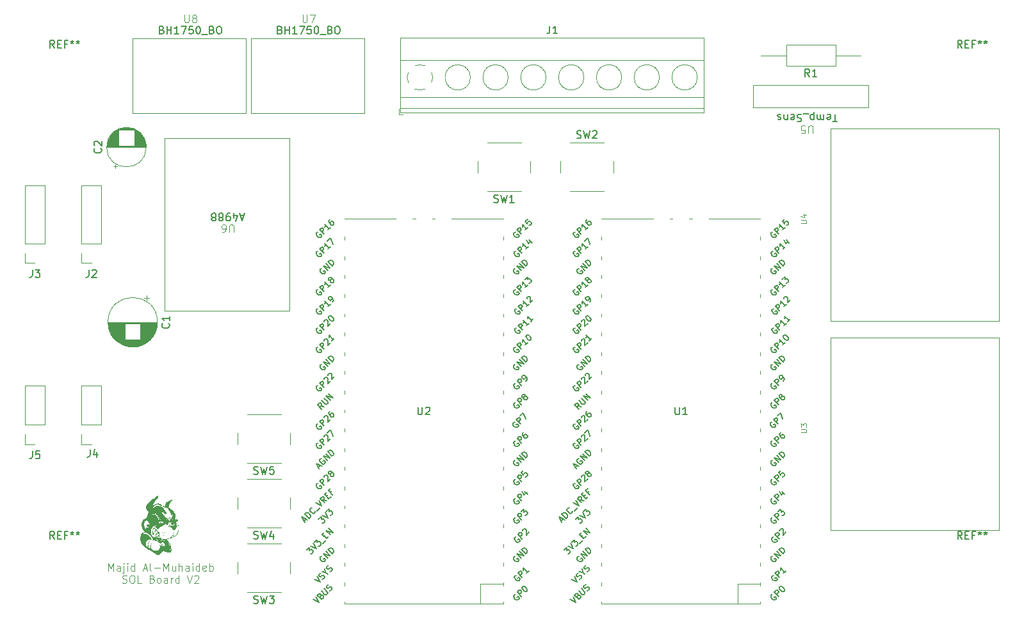
<source format=gbr>
%TF.GenerationSoftware,KiCad,Pcbnew,8.0.0*%
%TF.CreationDate,2024-04-23T20:51:33-04:00*%
%TF.ProjectId,SOL_PCB,534f4c5f-5043-4422-9e6b-696361645f70,1*%
%TF.SameCoordinates,Original*%
%TF.FileFunction,Legend,Top*%
%TF.FilePolarity,Positive*%
%FSLAX46Y46*%
G04 Gerber Fmt 4.6, Leading zero omitted, Abs format (unit mm)*
G04 Created by KiCad (PCBNEW 8.0.0) date 2024-04-23 20:51:33*
%MOMM*%
%LPD*%
G01*
G04 APERTURE LIST*
%ADD10C,0.100000*%
%ADD11C,0.150000*%
%ADD12C,0.081280*%
%ADD13C,0.300000*%
%ADD14C,0.120000*%
%ADD15C,0.000000*%
G04 APERTURE END LIST*
D10*
X92917238Y-130088475D02*
X92917238Y-129088475D01*
X92917238Y-129088475D02*
X93250571Y-129802760D01*
X93250571Y-129802760D02*
X93583904Y-129088475D01*
X93583904Y-129088475D02*
X93583904Y-130088475D01*
X94488666Y-130088475D02*
X94488666Y-129564665D01*
X94488666Y-129564665D02*
X94441047Y-129469427D01*
X94441047Y-129469427D02*
X94345809Y-129421808D01*
X94345809Y-129421808D02*
X94155333Y-129421808D01*
X94155333Y-129421808D02*
X94060095Y-129469427D01*
X94488666Y-130040856D02*
X94393428Y-130088475D01*
X94393428Y-130088475D02*
X94155333Y-130088475D01*
X94155333Y-130088475D02*
X94060095Y-130040856D01*
X94060095Y-130040856D02*
X94012476Y-129945617D01*
X94012476Y-129945617D02*
X94012476Y-129850379D01*
X94012476Y-129850379D02*
X94060095Y-129755141D01*
X94060095Y-129755141D02*
X94155333Y-129707522D01*
X94155333Y-129707522D02*
X94393428Y-129707522D01*
X94393428Y-129707522D02*
X94488666Y-129659903D01*
X94964857Y-129421808D02*
X94964857Y-130278951D01*
X94964857Y-130278951D02*
X94917238Y-130374189D01*
X94917238Y-130374189D02*
X94822000Y-130421808D01*
X94822000Y-130421808D02*
X94774381Y-130421808D01*
X94964857Y-129088475D02*
X94917238Y-129136094D01*
X94917238Y-129136094D02*
X94964857Y-129183713D01*
X94964857Y-129183713D02*
X95012476Y-129136094D01*
X95012476Y-129136094D02*
X94964857Y-129088475D01*
X94964857Y-129088475D02*
X94964857Y-129183713D01*
X95441047Y-130088475D02*
X95441047Y-129421808D01*
X95441047Y-129088475D02*
X95393428Y-129136094D01*
X95393428Y-129136094D02*
X95441047Y-129183713D01*
X95441047Y-129183713D02*
X95488666Y-129136094D01*
X95488666Y-129136094D02*
X95441047Y-129088475D01*
X95441047Y-129088475D02*
X95441047Y-129183713D01*
X96345808Y-130088475D02*
X96345808Y-129088475D01*
X96345808Y-130040856D02*
X96250570Y-130088475D01*
X96250570Y-130088475D02*
X96060094Y-130088475D01*
X96060094Y-130088475D02*
X95964856Y-130040856D01*
X95964856Y-130040856D02*
X95917237Y-129993236D01*
X95917237Y-129993236D02*
X95869618Y-129897998D01*
X95869618Y-129897998D02*
X95869618Y-129612284D01*
X95869618Y-129612284D02*
X95917237Y-129517046D01*
X95917237Y-129517046D02*
X95964856Y-129469427D01*
X95964856Y-129469427D02*
X96060094Y-129421808D01*
X96060094Y-129421808D02*
X96250570Y-129421808D01*
X96250570Y-129421808D02*
X96345808Y-129469427D01*
X97536285Y-129802760D02*
X98012475Y-129802760D01*
X97441047Y-130088475D02*
X97774380Y-129088475D01*
X97774380Y-129088475D02*
X98107713Y-130088475D01*
X98583904Y-130088475D02*
X98488666Y-130040856D01*
X98488666Y-130040856D02*
X98441047Y-129945617D01*
X98441047Y-129945617D02*
X98441047Y-129088475D01*
X98964857Y-129707522D02*
X99726762Y-129707522D01*
X100202952Y-130088475D02*
X100202952Y-129088475D01*
X100202952Y-129088475D02*
X100536285Y-129802760D01*
X100536285Y-129802760D02*
X100869618Y-129088475D01*
X100869618Y-129088475D02*
X100869618Y-130088475D01*
X101774380Y-129421808D02*
X101774380Y-130088475D01*
X101345809Y-129421808D02*
X101345809Y-129945617D01*
X101345809Y-129945617D02*
X101393428Y-130040856D01*
X101393428Y-130040856D02*
X101488666Y-130088475D01*
X101488666Y-130088475D02*
X101631523Y-130088475D01*
X101631523Y-130088475D02*
X101726761Y-130040856D01*
X101726761Y-130040856D02*
X101774380Y-129993236D01*
X102250571Y-130088475D02*
X102250571Y-129088475D01*
X102679142Y-130088475D02*
X102679142Y-129564665D01*
X102679142Y-129564665D02*
X102631523Y-129469427D01*
X102631523Y-129469427D02*
X102536285Y-129421808D01*
X102536285Y-129421808D02*
X102393428Y-129421808D01*
X102393428Y-129421808D02*
X102298190Y-129469427D01*
X102298190Y-129469427D02*
X102250571Y-129517046D01*
X103583904Y-130088475D02*
X103583904Y-129564665D01*
X103583904Y-129564665D02*
X103536285Y-129469427D01*
X103536285Y-129469427D02*
X103441047Y-129421808D01*
X103441047Y-129421808D02*
X103250571Y-129421808D01*
X103250571Y-129421808D02*
X103155333Y-129469427D01*
X103583904Y-130040856D02*
X103488666Y-130088475D01*
X103488666Y-130088475D02*
X103250571Y-130088475D01*
X103250571Y-130088475D02*
X103155333Y-130040856D01*
X103155333Y-130040856D02*
X103107714Y-129945617D01*
X103107714Y-129945617D02*
X103107714Y-129850379D01*
X103107714Y-129850379D02*
X103155333Y-129755141D01*
X103155333Y-129755141D02*
X103250571Y-129707522D01*
X103250571Y-129707522D02*
X103488666Y-129707522D01*
X103488666Y-129707522D02*
X103583904Y-129659903D01*
X104060095Y-130088475D02*
X104060095Y-129421808D01*
X104060095Y-129088475D02*
X104012476Y-129136094D01*
X104012476Y-129136094D02*
X104060095Y-129183713D01*
X104060095Y-129183713D02*
X104107714Y-129136094D01*
X104107714Y-129136094D02*
X104060095Y-129088475D01*
X104060095Y-129088475D02*
X104060095Y-129183713D01*
X104964856Y-130088475D02*
X104964856Y-129088475D01*
X104964856Y-130040856D02*
X104869618Y-130088475D01*
X104869618Y-130088475D02*
X104679142Y-130088475D01*
X104679142Y-130088475D02*
X104583904Y-130040856D01*
X104583904Y-130040856D02*
X104536285Y-129993236D01*
X104536285Y-129993236D02*
X104488666Y-129897998D01*
X104488666Y-129897998D02*
X104488666Y-129612284D01*
X104488666Y-129612284D02*
X104536285Y-129517046D01*
X104536285Y-129517046D02*
X104583904Y-129469427D01*
X104583904Y-129469427D02*
X104679142Y-129421808D01*
X104679142Y-129421808D02*
X104869618Y-129421808D01*
X104869618Y-129421808D02*
X104964856Y-129469427D01*
X105821999Y-130040856D02*
X105726761Y-130088475D01*
X105726761Y-130088475D02*
X105536285Y-130088475D01*
X105536285Y-130088475D02*
X105441047Y-130040856D01*
X105441047Y-130040856D02*
X105393428Y-129945617D01*
X105393428Y-129945617D02*
X105393428Y-129564665D01*
X105393428Y-129564665D02*
X105441047Y-129469427D01*
X105441047Y-129469427D02*
X105536285Y-129421808D01*
X105536285Y-129421808D02*
X105726761Y-129421808D01*
X105726761Y-129421808D02*
X105821999Y-129469427D01*
X105821999Y-129469427D02*
X105869618Y-129564665D01*
X105869618Y-129564665D02*
X105869618Y-129659903D01*
X105869618Y-129659903D02*
X105393428Y-129755141D01*
X106298190Y-130088475D02*
X106298190Y-129088475D01*
X106298190Y-129469427D02*
X106393428Y-129421808D01*
X106393428Y-129421808D02*
X106583904Y-129421808D01*
X106583904Y-129421808D02*
X106679142Y-129469427D01*
X106679142Y-129469427D02*
X106726761Y-129517046D01*
X106726761Y-129517046D02*
X106774380Y-129612284D01*
X106774380Y-129612284D02*
X106774380Y-129897998D01*
X106774380Y-129897998D02*
X106726761Y-129993236D01*
X106726761Y-129993236D02*
X106679142Y-130040856D01*
X106679142Y-130040856D02*
X106583904Y-130088475D01*
X106583904Y-130088475D02*
X106393428Y-130088475D01*
X106393428Y-130088475D02*
X106298190Y-130040856D01*
X94774380Y-131650800D02*
X94917237Y-131698419D01*
X94917237Y-131698419D02*
X95155332Y-131698419D01*
X95155332Y-131698419D02*
X95250570Y-131650800D01*
X95250570Y-131650800D02*
X95298189Y-131603180D01*
X95298189Y-131603180D02*
X95345808Y-131507942D01*
X95345808Y-131507942D02*
X95345808Y-131412704D01*
X95345808Y-131412704D02*
X95298189Y-131317466D01*
X95298189Y-131317466D02*
X95250570Y-131269847D01*
X95250570Y-131269847D02*
X95155332Y-131222228D01*
X95155332Y-131222228D02*
X94964856Y-131174609D01*
X94964856Y-131174609D02*
X94869618Y-131126990D01*
X94869618Y-131126990D02*
X94821999Y-131079371D01*
X94821999Y-131079371D02*
X94774380Y-130984133D01*
X94774380Y-130984133D02*
X94774380Y-130888895D01*
X94774380Y-130888895D02*
X94821999Y-130793657D01*
X94821999Y-130793657D02*
X94869618Y-130746038D01*
X94869618Y-130746038D02*
X94964856Y-130698419D01*
X94964856Y-130698419D02*
X95202951Y-130698419D01*
X95202951Y-130698419D02*
X95345808Y-130746038D01*
X95964856Y-130698419D02*
X96155332Y-130698419D01*
X96155332Y-130698419D02*
X96250570Y-130746038D01*
X96250570Y-130746038D02*
X96345808Y-130841276D01*
X96345808Y-130841276D02*
X96393427Y-131031752D01*
X96393427Y-131031752D02*
X96393427Y-131365085D01*
X96393427Y-131365085D02*
X96345808Y-131555561D01*
X96345808Y-131555561D02*
X96250570Y-131650800D01*
X96250570Y-131650800D02*
X96155332Y-131698419D01*
X96155332Y-131698419D02*
X95964856Y-131698419D01*
X95964856Y-131698419D02*
X95869618Y-131650800D01*
X95869618Y-131650800D02*
X95774380Y-131555561D01*
X95774380Y-131555561D02*
X95726761Y-131365085D01*
X95726761Y-131365085D02*
X95726761Y-131031752D01*
X95726761Y-131031752D02*
X95774380Y-130841276D01*
X95774380Y-130841276D02*
X95869618Y-130746038D01*
X95869618Y-130746038D02*
X95964856Y-130698419D01*
X97298189Y-131698419D02*
X96821999Y-131698419D01*
X96821999Y-131698419D02*
X96821999Y-130698419D01*
X98726761Y-131174609D02*
X98869618Y-131222228D01*
X98869618Y-131222228D02*
X98917237Y-131269847D01*
X98917237Y-131269847D02*
X98964856Y-131365085D01*
X98964856Y-131365085D02*
X98964856Y-131507942D01*
X98964856Y-131507942D02*
X98917237Y-131603180D01*
X98917237Y-131603180D02*
X98869618Y-131650800D01*
X98869618Y-131650800D02*
X98774380Y-131698419D01*
X98774380Y-131698419D02*
X98393428Y-131698419D01*
X98393428Y-131698419D02*
X98393428Y-130698419D01*
X98393428Y-130698419D02*
X98726761Y-130698419D01*
X98726761Y-130698419D02*
X98821999Y-130746038D01*
X98821999Y-130746038D02*
X98869618Y-130793657D01*
X98869618Y-130793657D02*
X98917237Y-130888895D01*
X98917237Y-130888895D02*
X98917237Y-130984133D01*
X98917237Y-130984133D02*
X98869618Y-131079371D01*
X98869618Y-131079371D02*
X98821999Y-131126990D01*
X98821999Y-131126990D02*
X98726761Y-131174609D01*
X98726761Y-131174609D02*
X98393428Y-131174609D01*
X99536285Y-131698419D02*
X99441047Y-131650800D01*
X99441047Y-131650800D02*
X99393428Y-131603180D01*
X99393428Y-131603180D02*
X99345809Y-131507942D01*
X99345809Y-131507942D02*
X99345809Y-131222228D01*
X99345809Y-131222228D02*
X99393428Y-131126990D01*
X99393428Y-131126990D02*
X99441047Y-131079371D01*
X99441047Y-131079371D02*
X99536285Y-131031752D01*
X99536285Y-131031752D02*
X99679142Y-131031752D01*
X99679142Y-131031752D02*
X99774380Y-131079371D01*
X99774380Y-131079371D02*
X99821999Y-131126990D01*
X99821999Y-131126990D02*
X99869618Y-131222228D01*
X99869618Y-131222228D02*
X99869618Y-131507942D01*
X99869618Y-131507942D02*
X99821999Y-131603180D01*
X99821999Y-131603180D02*
X99774380Y-131650800D01*
X99774380Y-131650800D02*
X99679142Y-131698419D01*
X99679142Y-131698419D02*
X99536285Y-131698419D01*
X100726761Y-131698419D02*
X100726761Y-131174609D01*
X100726761Y-131174609D02*
X100679142Y-131079371D01*
X100679142Y-131079371D02*
X100583904Y-131031752D01*
X100583904Y-131031752D02*
X100393428Y-131031752D01*
X100393428Y-131031752D02*
X100298190Y-131079371D01*
X100726761Y-131650800D02*
X100631523Y-131698419D01*
X100631523Y-131698419D02*
X100393428Y-131698419D01*
X100393428Y-131698419D02*
X100298190Y-131650800D01*
X100298190Y-131650800D02*
X100250571Y-131555561D01*
X100250571Y-131555561D02*
X100250571Y-131460323D01*
X100250571Y-131460323D02*
X100298190Y-131365085D01*
X100298190Y-131365085D02*
X100393428Y-131317466D01*
X100393428Y-131317466D02*
X100631523Y-131317466D01*
X100631523Y-131317466D02*
X100726761Y-131269847D01*
X101202952Y-131698419D02*
X101202952Y-131031752D01*
X101202952Y-131222228D02*
X101250571Y-131126990D01*
X101250571Y-131126990D02*
X101298190Y-131079371D01*
X101298190Y-131079371D02*
X101393428Y-131031752D01*
X101393428Y-131031752D02*
X101488666Y-131031752D01*
X102250571Y-131698419D02*
X102250571Y-130698419D01*
X102250571Y-131650800D02*
X102155333Y-131698419D01*
X102155333Y-131698419D02*
X101964857Y-131698419D01*
X101964857Y-131698419D02*
X101869619Y-131650800D01*
X101869619Y-131650800D02*
X101822000Y-131603180D01*
X101822000Y-131603180D02*
X101774381Y-131507942D01*
X101774381Y-131507942D02*
X101774381Y-131222228D01*
X101774381Y-131222228D02*
X101822000Y-131126990D01*
X101822000Y-131126990D02*
X101869619Y-131079371D01*
X101869619Y-131079371D02*
X101964857Y-131031752D01*
X101964857Y-131031752D02*
X102155333Y-131031752D01*
X102155333Y-131031752D02*
X102250571Y-131079371D01*
X103345810Y-130698419D02*
X103679143Y-131698419D01*
X103679143Y-131698419D02*
X104012476Y-130698419D01*
X104298191Y-130793657D02*
X104345810Y-130746038D01*
X104345810Y-130746038D02*
X104441048Y-130698419D01*
X104441048Y-130698419D02*
X104679143Y-130698419D01*
X104679143Y-130698419D02*
X104774381Y-130746038D01*
X104774381Y-130746038D02*
X104822000Y-130793657D01*
X104822000Y-130793657D02*
X104869619Y-130888895D01*
X104869619Y-130888895D02*
X104869619Y-130984133D01*
X104869619Y-130984133D02*
X104822000Y-131126990D01*
X104822000Y-131126990D02*
X104250572Y-131698419D01*
X104250572Y-131698419D02*
X104869619Y-131698419D01*
D11*
X82877666Y-90235819D02*
X82877666Y-90950104D01*
X82877666Y-90950104D02*
X82830047Y-91092961D01*
X82830047Y-91092961D02*
X82734809Y-91188200D01*
X82734809Y-91188200D02*
X82591952Y-91235819D01*
X82591952Y-91235819D02*
X82496714Y-91235819D01*
X83258619Y-90235819D02*
X83877666Y-90235819D01*
X83877666Y-90235819D02*
X83544333Y-90616771D01*
X83544333Y-90616771D02*
X83687190Y-90616771D01*
X83687190Y-90616771D02*
X83782428Y-90664390D01*
X83782428Y-90664390D02*
X83830047Y-90712009D01*
X83830047Y-90712009D02*
X83877666Y-90807247D01*
X83877666Y-90807247D02*
X83877666Y-91045342D01*
X83877666Y-91045342D02*
X83830047Y-91140580D01*
X83830047Y-91140580D02*
X83782428Y-91188200D01*
X83782428Y-91188200D02*
X83687190Y-91235819D01*
X83687190Y-91235819D02*
X83401476Y-91235819D01*
X83401476Y-91235819D02*
X83306238Y-91188200D01*
X83306238Y-91188200D02*
X83258619Y-91140580D01*
D10*
X118618095Y-56504419D02*
X118618095Y-57313942D01*
X118618095Y-57313942D02*
X118665714Y-57409180D01*
X118665714Y-57409180D02*
X118713333Y-57456800D01*
X118713333Y-57456800D02*
X118808571Y-57504419D01*
X118808571Y-57504419D02*
X118999047Y-57504419D01*
X118999047Y-57504419D02*
X119094285Y-57456800D01*
X119094285Y-57456800D02*
X119141904Y-57409180D01*
X119141904Y-57409180D02*
X119189523Y-57313942D01*
X119189523Y-57313942D02*
X119189523Y-56504419D01*
X119570476Y-56504419D02*
X120237142Y-56504419D01*
X120237142Y-56504419D02*
X119808571Y-57504419D01*
D11*
X115618095Y-58478009D02*
X115760952Y-58525628D01*
X115760952Y-58525628D02*
X115808571Y-58573247D01*
X115808571Y-58573247D02*
X115856190Y-58668485D01*
X115856190Y-58668485D02*
X115856190Y-58811342D01*
X115856190Y-58811342D02*
X115808571Y-58906580D01*
X115808571Y-58906580D02*
X115760952Y-58954200D01*
X115760952Y-58954200D02*
X115665714Y-59001819D01*
X115665714Y-59001819D02*
X115284762Y-59001819D01*
X115284762Y-59001819D02*
X115284762Y-58001819D01*
X115284762Y-58001819D02*
X115618095Y-58001819D01*
X115618095Y-58001819D02*
X115713333Y-58049438D01*
X115713333Y-58049438D02*
X115760952Y-58097057D01*
X115760952Y-58097057D02*
X115808571Y-58192295D01*
X115808571Y-58192295D02*
X115808571Y-58287533D01*
X115808571Y-58287533D02*
X115760952Y-58382771D01*
X115760952Y-58382771D02*
X115713333Y-58430390D01*
X115713333Y-58430390D02*
X115618095Y-58478009D01*
X115618095Y-58478009D02*
X115284762Y-58478009D01*
X116284762Y-59001819D02*
X116284762Y-58001819D01*
X116284762Y-58478009D02*
X116856190Y-58478009D01*
X116856190Y-59001819D02*
X116856190Y-58001819D01*
X117856190Y-59001819D02*
X117284762Y-59001819D01*
X117570476Y-59001819D02*
X117570476Y-58001819D01*
X117570476Y-58001819D02*
X117475238Y-58144676D01*
X117475238Y-58144676D02*
X117380000Y-58239914D01*
X117380000Y-58239914D02*
X117284762Y-58287533D01*
X118189524Y-58001819D02*
X118856190Y-58001819D01*
X118856190Y-58001819D02*
X118427619Y-59001819D01*
X119713333Y-58001819D02*
X119237143Y-58001819D01*
X119237143Y-58001819D02*
X119189524Y-58478009D01*
X119189524Y-58478009D02*
X119237143Y-58430390D01*
X119237143Y-58430390D02*
X119332381Y-58382771D01*
X119332381Y-58382771D02*
X119570476Y-58382771D01*
X119570476Y-58382771D02*
X119665714Y-58430390D01*
X119665714Y-58430390D02*
X119713333Y-58478009D01*
X119713333Y-58478009D02*
X119760952Y-58573247D01*
X119760952Y-58573247D02*
X119760952Y-58811342D01*
X119760952Y-58811342D02*
X119713333Y-58906580D01*
X119713333Y-58906580D02*
X119665714Y-58954200D01*
X119665714Y-58954200D02*
X119570476Y-59001819D01*
X119570476Y-59001819D02*
X119332381Y-59001819D01*
X119332381Y-59001819D02*
X119237143Y-58954200D01*
X119237143Y-58954200D02*
X119189524Y-58906580D01*
X120380000Y-58001819D02*
X120475238Y-58001819D01*
X120475238Y-58001819D02*
X120570476Y-58049438D01*
X120570476Y-58049438D02*
X120618095Y-58097057D01*
X120618095Y-58097057D02*
X120665714Y-58192295D01*
X120665714Y-58192295D02*
X120713333Y-58382771D01*
X120713333Y-58382771D02*
X120713333Y-58620866D01*
X120713333Y-58620866D02*
X120665714Y-58811342D01*
X120665714Y-58811342D02*
X120618095Y-58906580D01*
X120618095Y-58906580D02*
X120570476Y-58954200D01*
X120570476Y-58954200D02*
X120475238Y-59001819D01*
X120475238Y-59001819D02*
X120380000Y-59001819D01*
X120380000Y-59001819D02*
X120284762Y-58954200D01*
X120284762Y-58954200D02*
X120237143Y-58906580D01*
X120237143Y-58906580D02*
X120189524Y-58811342D01*
X120189524Y-58811342D02*
X120141905Y-58620866D01*
X120141905Y-58620866D02*
X120141905Y-58382771D01*
X120141905Y-58382771D02*
X120189524Y-58192295D01*
X120189524Y-58192295D02*
X120237143Y-58097057D01*
X120237143Y-58097057D02*
X120284762Y-58049438D01*
X120284762Y-58049438D02*
X120380000Y-58001819D01*
X120903810Y-59097057D02*
X121665714Y-59097057D01*
X122237143Y-58478009D02*
X122380000Y-58525628D01*
X122380000Y-58525628D02*
X122427619Y-58573247D01*
X122427619Y-58573247D02*
X122475238Y-58668485D01*
X122475238Y-58668485D02*
X122475238Y-58811342D01*
X122475238Y-58811342D02*
X122427619Y-58906580D01*
X122427619Y-58906580D02*
X122380000Y-58954200D01*
X122380000Y-58954200D02*
X122284762Y-59001819D01*
X122284762Y-59001819D02*
X121903810Y-59001819D01*
X121903810Y-59001819D02*
X121903810Y-58001819D01*
X121903810Y-58001819D02*
X122237143Y-58001819D01*
X122237143Y-58001819D02*
X122332381Y-58049438D01*
X122332381Y-58049438D02*
X122380000Y-58097057D01*
X122380000Y-58097057D02*
X122427619Y-58192295D01*
X122427619Y-58192295D02*
X122427619Y-58287533D01*
X122427619Y-58287533D02*
X122380000Y-58382771D01*
X122380000Y-58382771D02*
X122332381Y-58430390D01*
X122332381Y-58430390D02*
X122237143Y-58478009D01*
X122237143Y-58478009D02*
X121903810Y-58478009D01*
X123094286Y-58001819D02*
X123284762Y-58001819D01*
X123284762Y-58001819D02*
X123380000Y-58049438D01*
X123380000Y-58049438D02*
X123475238Y-58144676D01*
X123475238Y-58144676D02*
X123522857Y-58335152D01*
X123522857Y-58335152D02*
X123522857Y-58668485D01*
X123522857Y-58668485D02*
X123475238Y-58858961D01*
X123475238Y-58858961D02*
X123380000Y-58954200D01*
X123380000Y-58954200D02*
X123284762Y-59001819D01*
X123284762Y-59001819D02*
X123094286Y-59001819D01*
X123094286Y-59001819D02*
X122999048Y-58954200D01*
X122999048Y-58954200D02*
X122903810Y-58858961D01*
X122903810Y-58858961D02*
X122856191Y-58668485D01*
X122856191Y-58668485D02*
X122856191Y-58335152D01*
X122856191Y-58335152D02*
X122903810Y-58144676D01*
X122903810Y-58144676D02*
X122999048Y-58049438D01*
X122999048Y-58049438D02*
X123094286Y-58001819D01*
D12*
X184488729Y-111761855D02*
X185080912Y-111761855D01*
X185080912Y-111761855D02*
X185150580Y-111727021D01*
X185150580Y-111727021D02*
X185185415Y-111692187D01*
X185185415Y-111692187D02*
X185220249Y-111622518D01*
X185220249Y-111622518D02*
X185220249Y-111483181D01*
X185220249Y-111483181D02*
X185185415Y-111413512D01*
X185185415Y-111413512D02*
X185150580Y-111378678D01*
X185150580Y-111378678D02*
X185080912Y-111343844D01*
X185080912Y-111343844D02*
X184488729Y-111343844D01*
X184488729Y-111065170D02*
X184488729Y-110612324D01*
X184488729Y-110612324D02*
X184767403Y-110856164D01*
X184767403Y-110856164D02*
X184767403Y-110751661D01*
X184767403Y-110751661D02*
X184802237Y-110681993D01*
X184802237Y-110681993D02*
X184837072Y-110647158D01*
X184837072Y-110647158D02*
X184906740Y-110612324D01*
X184906740Y-110612324D02*
X185080912Y-110612324D01*
X185080912Y-110612324D02*
X185150580Y-110647158D01*
X185150580Y-110647158D02*
X185185415Y-110681993D01*
X185185415Y-110681993D02*
X185220249Y-110751661D01*
X185220249Y-110751661D02*
X185220249Y-110960667D01*
X185220249Y-110960667D02*
X185185415Y-111030335D01*
X185185415Y-111030335D02*
X185150580Y-111065170D01*
D11*
X112152667Y-125810200D02*
X112295524Y-125857819D01*
X112295524Y-125857819D02*
X112533619Y-125857819D01*
X112533619Y-125857819D02*
X112628857Y-125810200D01*
X112628857Y-125810200D02*
X112676476Y-125762580D01*
X112676476Y-125762580D02*
X112724095Y-125667342D01*
X112724095Y-125667342D02*
X112724095Y-125572104D01*
X112724095Y-125572104D02*
X112676476Y-125476866D01*
X112676476Y-125476866D02*
X112628857Y-125429247D01*
X112628857Y-125429247D02*
X112533619Y-125381628D01*
X112533619Y-125381628D02*
X112343143Y-125334009D01*
X112343143Y-125334009D02*
X112247905Y-125286390D01*
X112247905Y-125286390D02*
X112200286Y-125238771D01*
X112200286Y-125238771D02*
X112152667Y-125143533D01*
X112152667Y-125143533D02*
X112152667Y-125048295D01*
X112152667Y-125048295D02*
X112200286Y-124953057D01*
X112200286Y-124953057D02*
X112247905Y-124905438D01*
X112247905Y-124905438D02*
X112343143Y-124857819D01*
X112343143Y-124857819D02*
X112581238Y-124857819D01*
X112581238Y-124857819D02*
X112724095Y-124905438D01*
X113057429Y-124857819D02*
X113295524Y-125857819D01*
X113295524Y-125857819D02*
X113486000Y-125143533D01*
X113486000Y-125143533D02*
X113676476Y-125857819D01*
X113676476Y-125857819D02*
X113914572Y-124857819D01*
X114724095Y-125191152D02*
X114724095Y-125857819D01*
X114486000Y-124810200D02*
X114247905Y-125524485D01*
X114247905Y-125524485D02*
X114866952Y-125524485D01*
D10*
X186054904Y-72146580D02*
X186054904Y-71337057D01*
X186054904Y-71337057D02*
X186007285Y-71241819D01*
X186007285Y-71241819D02*
X185959666Y-71194200D01*
X185959666Y-71194200D02*
X185864428Y-71146580D01*
X185864428Y-71146580D02*
X185673952Y-71146580D01*
X185673952Y-71146580D02*
X185578714Y-71194200D01*
X185578714Y-71194200D02*
X185531095Y-71241819D01*
X185531095Y-71241819D02*
X185483476Y-71337057D01*
X185483476Y-71337057D02*
X185483476Y-72146580D01*
X184531095Y-72146580D02*
X185007285Y-72146580D01*
X185007285Y-72146580D02*
X185054904Y-71670390D01*
X185054904Y-71670390D02*
X185007285Y-71718009D01*
X185007285Y-71718009D02*
X184912047Y-71765628D01*
X184912047Y-71765628D02*
X184673952Y-71765628D01*
X184673952Y-71765628D02*
X184578714Y-71718009D01*
X184578714Y-71718009D02*
X184531095Y-71670390D01*
X184531095Y-71670390D02*
X184483476Y-71575152D01*
X184483476Y-71575152D02*
X184483476Y-71337057D01*
X184483476Y-71337057D02*
X184531095Y-71241819D01*
X184531095Y-71241819D02*
X184578714Y-71194200D01*
X184578714Y-71194200D02*
X184673952Y-71146580D01*
X184673952Y-71146580D02*
X184912047Y-71146580D01*
X184912047Y-71146580D02*
X185007285Y-71194200D01*
X185007285Y-71194200D02*
X185054904Y-71241819D01*
D11*
X189269190Y-70649180D02*
X188697762Y-70649180D01*
X188983476Y-69649180D02*
X188983476Y-70649180D01*
X187983476Y-69696800D02*
X188078714Y-69649180D01*
X188078714Y-69649180D02*
X188269190Y-69649180D01*
X188269190Y-69649180D02*
X188364428Y-69696800D01*
X188364428Y-69696800D02*
X188412047Y-69792038D01*
X188412047Y-69792038D02*
X188412047Y-70172990D01*
X188412047Y-70172990D02*
X188364428Y-70268228D01*
X188364428Y-70268228D02*
X188269190Y-70315847D01*
X188269190Y-70315847D02*
X188078714Y-70315847D01*
X188078714Y-70315847D02*
X187983476Y-70268228D01*
X187983476Y-70268228D02*
X187935857Y-70172990D01*
X187935857Y-70172990D02*
X187935857Y-70077752D01*
X187935857Y-70077752D02*
X188412047Y-69982514D01*
X187507285Y-69649180D02*
X187507285Y-70315847D01*
X187507285Y-70220609D02*
X187459666Y-70268228D01*
X187459666Y-70268228D02*
X187364428Y-70315847D01*
X187364428Y-70315847D02*
X187221571Y-70315847D01*
X187221571Y-70315847D02*
X187126333Y-70268228D01*
X187126333Y-70268228D02*
X187078714Y-70172990D01*
X187078714Y-70172990D02*
X187078714Y-69649180D01*
X187078714Y-70172990D02*
X187031095Y-70268228D01*
X187031095Y-70268228D02*
X186935857Y-70315847D01*
X186935857Y-70315847D02*
X186793000Y-70315847D01*
X186793000Y-70315847D02*
X186697761Y-70268228D01*
X186697761Y-70268228D02*
X186650142Y-70172990D01*
X186650142Y-70172990D02*
X186650142Y-69649180D01*
X186173952Y-70315847D02*
X186173952Y-69315847D01*
X186173952Y-70268228D02*
X186078714Y-70315847D01*
X186078714Y-70315847D02*
X185888238Y-70315847D01*
X185888238Y-70315847D02*
X185793000Y-70268228D01*
X185793000Y-70268228D02*
X185745381Y-70220609D01*
X185745381Y-70220609D02*
X185697762Y-70125371D01*
X185697762Y-70125371D02*
X185697762Y-69839657D01*
X185697762Y-69839657D02*
X185745381Y-69744419D01*
X185745381Y-69744419D02*
X185793000Y-69696800D01*
X185793000Y-69696800D02*
X185888238Y-69649180D01*
X185888238Y-69649180D02*
X186078714Y-69649180D01*
X186078714Y-69649180D02*
X186173952Y-69696800D01*
X185507286Y-69553942D02*
X184745381Y-69553942D01*
X184554904Y-69696800D02*
X184412047Y-69649180D01*
X184412047Y-69649180D02*
X184173952Y-69649180D01*
X184173952Y-69649180D02*
X184078714Y-69696800D01*
X184078714Y-69696800D02*
X184031095Y-69744419D01*
X184031095Y-69744419D02*
X183983476Y-69839657D01*
X183983476Y-69839657D02*
X183983476Y-69934895D01*
X183983476Y-69934895D02*
X184031095Y-70030133D01*
X184031095Y-70030133D02*
X184078714Y-70077752D01*
X184078714Y-70077752D02*
X184173952Y-70125371D01*
X184173952Y-70125371D02*
X184364428Y-70172990D01*
X184364428Y-70172990D02*
X184459666Y-70220609D01*
X184459666Y-70220609D02*
X184507285Y-70268228D01*
X184507285Y-70268228D02*
X184554904Y-70363466D01*
X184554904Y-70363466D02*
X184554904Y-70458704D01*
X184554904Y-70458704D02*
X184507285Y-70553942D01*
X184507285Y-70553942D02*
X184459666Y-70601561D01*
X184459666Y-70601561D02*
X184364428Y-70649180D01*
X184364428Y-70649180D02*
X184126333Y-70649180D01*
X184126333Y-70649180D02*
X183983476Y-70601561D01*
X183173952Y-69696800D02*
X183269190Y-69649180D01*
X183269190Y-69649180D02*
X183459666Y-69649180D01*
X183459666Y-69649180D02*
X183554904Y-69696800D01*
X183554904Y-69696800D02*
X183602523Y-69792038D01*
X183602523Y-69792038D02*
X183602523Y-70172990D01*
X183602523Y-70172990D02*
X183554904Y-70268228D01*
X183554904Y-70268228D02*
X183459666Y-70315847D01*
X183459666Y-70315847D02*
X183269190Y-70315847D01*
X183269190Y-70315847D02*
X183173952Y-70268228D01*
X183173952Y-70268228D02*
X183126333Y-70172990D01*
X183126333Y-70172990D02*
X183126333Y-70077752D01*
X183126333Y-70077752D02*
X183602523Y-69982514D01*
X182697761Y-70315847D02*
X182697761Y-69649180D01*
X182697761Y-70220609D02*
X182650142Y-70268228D01*
X182650142Y-70268228D02*
X182554904Y-70315847D01*
X182554904Y-70315847D02*
X182412047Y-70315847D01*
X182412047Y-70315847D02*
X182316809Y-70268228D01*
X182316809Y-70268228D02*
X182269190Y-70172990D01*
X182269190Y-70172990D02*
X182269190Y-69649180D01*
X181840618Y-69696800D02*
X181745380Y-69649180D01*
X181745380Y-69649180D02*
X181554904Y-69649180D01*
X181554904Y-69649180D02*
X181459666Y-69696800D01*
X181459666Y-69696800D02*
X181412047Y-69792038D01*
X181412047Y-69792038D02*
X181412047Y-69839657D01*
X181412047Y-69839657D02*
X181459666Y-69934895D01*
X181459666Y-69934895D02*
X181554904Y-69982514D01*
X181554904Y-69982514D02*
X181697761Y-69982514D01*
X181697761Y-69982514D02*
X181792999Y-70030133D01*
X181792999Y-70030133D02*
X181840618Y-70125371D01*
X181840618Y-70125371D02*
X181840618Y-70172990D01*
X181840618Y-70172990D02*
X181792999Y-70268228D01*
X181792999Y-70268228D02*
X181697761Y-70315847D01*
X181697761Y-70315847D02*
X181554904Y-70315847D01*
X181554904Y-70315847D02*
X181459666Y-70268228D01*
X205788666Y-60875819D02*
X205455333Y-60399628D01*
X205217238Y-60875819D02*
X205217238Y-59875819D01*
X205217238Y-59875819D02*
X205598190Y-59875819D01*
X205598190Y-59875819D02*
X205693428Y-59923438D01*
X205693428Y-59923438D02*
X205741047Y-59971057D01*
X205741047Y-59971057D02*
X205788666Y-60066295D01*
X205788666Y-60066295D02*
X205788666Y-60209152D01*
X205788666Y-60209152D02*
X205741047Y-60304390D01*
X205741047Y-60304390D02*
X205693428Y-60352009D01*
X205693428Y-60352009D02*
X205598190Y-60399628D01*
X205598190Y-60399628D02*
X205217238Y-60399628D01*
X206217238Y-60352009D02*
X206550571Y-60352009D01*
X206693428Y-60875819D02*
X206217238Y-60875819D01*
X206217238Y-60875819D02*
X206217238Y-59875819D01*
X206217238Y-59875819D02*
X206693428Y-59875819D01*
X207455333Y-60352009D02*
X207122000Y-60352009D01*
X207122000Y-60875819D02*
X207122000Y-59875819D01*
X207122000Y-59875819D02*
X207598190Y-59875819D01*
X208122000Y-59875819D02*
X208122000Y-60113914D01*
X207883905Y-60018676D02*
X208122000Y-60113914D01*
X208122000Y-60113914D02*
X208360095Y-60018676D01*
X207979143Y-60304390D02*
X208122000Y-60113914D01*
X208122000Y-60113914D02*
X208264857Y-60304390D01*
X208883905Y-59875819D02*
X208883905Y-60113914D01*
X208645810Y-60018676D02*
X208883905Y-60113914D01*
X208883905Y-60113914D02*
X209122000Y-60018676D01*
X208741048Y-60304390D02*
X208883905Y-60113914D01*
X208883905Y-60113914D02*
X209026762Y-60304390D01*
D10*
X102997095Y-56504419D02*
X102997095Y-57313942D01*
X102997095Y-57313942D02*
X103044714Y-57409180D01*
X103044714Y-57409180D02*
X103092333Y-57456800D01*
X103092333Y-57456800D02*
X103187571Y-57504419D01*
X103187571Y-57504419D02*
X103378047Y-57504419D01*
X103378047Y-57504419D02*
X103473285Y-57456800D01*
X103473285Y-57456800D02*
X103520904Y-57409180D01*
X103520904Y-57409180D02*
X103568523Y-57313942D01*
X103568523Y-57313942D02*
X103568523Y-56504419D01*
X104187571Y-56932990D02*
X104092333Y-56885371D01*
X104092333Y-56885371D02*
X104044714Y-56837752D01*
X104044714Y-56837752D02*
X103997095Y-56742514D01*
X103997095Y-56742514D02*
X103997095Y-56694895D01*
X103997095Y-56694895D02*
X104044714Y-56599657D01*
X104044714Y-56599657D02*
X104092333Y-56552038D01*
X104092333Y-56552038D02*
X104187571Y-56504419D01*
X104187571Y-56504419D02*
X104378047Y-56504419D01*
X104378047Y-56504419D02*
X104473285Y-56552038D01*
X104473285Y-56552038D02*
X104520904Y-56599657D01*
X104520904Y-56599657D02*
X104568523Y-56694895D01*
X104568523Y-56694895D02*
X104568523Y-56742514D01*
X104568523Y-56742514D02*
X104520904Y-56837752D01*
X104520904Y-56837752D02*
X104473285Y-56885371D01*
X104473285Y-56885371D02*
X104378047Y-56932990D01*
X104378047Y-56932990D02*
X104187571Y-56932990D01*
X104187571Y-56932990D02*
X104092333Y-56980609D01*
X104092333Y-56980609D02*
X104044714Y-57028228D01*
X104044714Y-57028228D02*
X103997095Y-57123466D01*
X103997095Y-57123466D02*
X103997095Y-57313942D01*
X103997095Y-57313942D02*
X104044714Y-57409180D01*
X104044714Y-57409180D02*
X104092333Y-57456800D01*
X104092333Y-57456800D02*
X104187571Y-57504419D01*
X104187571Y-57504419D02*
X104378047Y-57504419D01*
X104378047Y-57504419D02*
X104473285Y-57456800D01*
X104473285Y-57456800D02*
X104520904Y-57409180D01*
X104520904Y-57409180D02*
X104568523Y-57313942D01*
X104568523Y-57313942D02*
X104568523Y-57123466D01*
X104568523Y-57123466D02*
X104520904Y-57028228D01*
X104520904Y-57028228D02*
X104473285Y-56980609D01*
X104473285Y-56980609D02*
X104378047Y-56932990D01*
D11*
X99997095Y-58478009D02*
X100139952Y-58525628D01*
X100139952Y-58525628D02*
X100187571Y-58573247D01*
X100187571Y-58573247D02*
X100235190Y-58668485D01*
X100235190Y-58668485D02*
X100235190Y-58811342D01*
X100235190Y-58811342D02*
X100187571Y-58906580D01*
X100187571Y-58906580D02*
X100139952Y-58954200D01*
X100139952Y-58954200D02*
X100044714Y-59001819D01*
X100044714Y-59001819D02*
X99663762Y-59001819D01*
X99663762Y-59001819D02*
X99663762Y-58001819D01*
X99663762Y-58001819D02*
X99997095Y-58001819D01*
X99997095Y-58001819D02*
X100092333Y-58049438D01*
X100092333Y-58049438D02*
X100139952Y-58097057D01*
X100139952Y-58097057D02*
X100187571Y-58192295D01*
X100187571Y-58192295D02*
X100187571Y-58287533D01*
X100187571Y-58287533D02*
X100139952Y-58382771D01*
X100139952Y-58382771D02*
X100092333Y-58430390D01*
X100092333Y-58430390D02*
X99997095Y-58478009D01*
X99997095Y-58478009D02*
X99663762Y-58478009D01*
X100663762Y-59001819D02*
X100663762Y-58001819D01*
X100663762Y-58478009D02*
X101235190Y-58478009D01*
X101235190Y-59001819D02*
X101235190Y-58001819D01*
X102235190Y-59001819D02*
X101663762Y-59001819D01*
X101949476Y-59001819D02*
X101949476Y-58001819D01*
X101949476Y-58001819D02*
X101854238Y-58144676D01*
X101854238Y-58144676D02*
X101759000Y-58239914D01*
X101759000Y-58239914D02*
X101663762Y-58287533D01*
X102568524Y-58001819D02*
X103235190Y-58001819D01*
X103235190Y-58001819D02*
X102806619Y-59001819D01*
X104092333Y-58001819D02*
X103616143Y-58001819D01*
X103616143Y-58001819D02*
X103568524Y-58478009D01*
X103568524Y-58478009D02*
X103616143Y-58430390D01*
X103616143Y-58430390D02*
X103711381Y-58382771D01*
X103711381Y-58382771D02*
X103949476Y-58382771D01*
X103949476Y-58382771D02*
X104044714Y-58430390D01*
X104044714Y-58430390D02*
X104092333Y-58478009D01*
X104092333Y-58478009D02*
X104139952Y-58573247D01*
X104139952Y-58573247D02*
X104139952Y-58811342D01*
X104139952Y-58811342D02*
X104092333Y-58906580D01*
X104092333Y-58906580D02*
X104044714Y-58954200D01*
X104044714Y-58954200D02*
X103949476Y-59001819D01*
X103949476Y-59001819D02*
X103711381Y-59001819D01*
X103711381Y-59001819D02*
X103616143Y-58954200D01*
X103616143Y-58954200D02*
X103568524Y-58906580D01*
X104759000Y-58001819D02*
X104854238Y-58001819D01*
X104854238Y-58001819D02*
X104949476Y-58049438D01*
X104949476Y-58049438D02*
X104997095Y-58097057D01*
X104997095Y-58097057D02*
X105044714Y-58192295D01*
X105044714Y-58192295D02*
X105092333Y-58382771D01*
X105092333Y-58382771D02*
X105092333Y-58620866D01*
X105092333Y-58620866D02*
X105044714Y-58811342D01*
X105044714Y-58811342D02*
X104997095Y-58906580D01*
X104997095Y-58906580D02*
X104949476Y-58954200D01*
X104949476Y-58954200D02*
X104854238Y-59001819D01*
X104854238Y-59001819D02*
X104759000Y-59001819D01*
X104759000Y-59001819D02*
X104663762Y-58954200D01*
X104663762Y-58954200D02*
X104616143Y-58906580D01*
X104616143Y-58906580D02*
X104568524Y-58811342D01*
X104568524Y-58811342D02*
X104520905Y-58620866D01*
X104520905Y-58620866D02*
X104520905Y-58382771D01*
X104520905Y-58382771D02*
X104568524Y-58192295D01*
X104568524Y-58192295D02*
X104616143Y-58097057D01*
X104616143Y-58097057D02*
X104663762Y-58049438D01*
X104663762Y-58049438D02*
X104759000Y-58001819D01*
X105282810Y-59097057D02*
X106044714Y-59097057D01*
X106616143Y-58478009D02*
X106759000Y-58525628D01*
X106759000Y-58525628D02*
X106806619Y-58573247D01*
X106806619Y-58573247D02*
X106854238Y-58668485D01*
X106854238Y-58668485D02*
X106854238Y-58811342D01*
X106854238Y-58811342D02*
X106806619Y-58906580D01*
X106806619Y-58906580D02*
X106759000Y-58954200D01*
X106759000Y-58954200D02*
X106663762Y-59001819D01*
X106663762Y-59001819D02*
X106282810Y-59001819D01*
X106282810Y-59001819D02*
X106282810Y-58001819D01*
X106282810Y-58001819D02*
X106616143Y-58001819D01*
X106616143Y-58001819D02*
X106711381Y-58049438D01*
X106711381Y-58049438D02*
X106759000Y-58097057D01*
X106759000Y-58097057D02*
X106806619Y-58192295D01*
X106806619Y-58192295D02*
X106806619Y-58287533D01*
X106806619Y-58287533D02*
X106759000Y-58382771D01*
X106759000Y-58382771D02*
X106711381Y-58430390D01*
X106711381Y-58430390D02*
X106616143Y-58478009D01*
X106616143Y-58478009D02*
X106282810Y-58478009D01*
X107473286Y-58001819D02*
X107663762Y-58001819D01*
X107663762Y-58001819D02*
X107759000Y-58049438D01*
X107759000Y-58049438D02*
X107854238Y-58144676D01*
X107854238Y-58144676D02*
X107901857Y-58335152D01*
X107901857Y-58335152D02*
X107901857Y-58668485D01*
X107901857Y-58668485D02*
X107854238Y-58858961D01*
X107854238Y-58858961D02*
X107759000Y-58954200D01*
X107759000Y-58954200D02*
X107663762Y-59001819D01*
X107663762Y-59001819D02*
X107473286Y-59001819D01*
X107473286Y-59001819D02*
X107378048Y-58954200D01*
X107378048Y-58954200D02*
X107282810Y-58858961D01*
X107282810Y-58858961D02*
X107235191Y-58668485D01*
X107235191Y-58668485D02*
X107235191Y-58335152D01*
X107235191Y-58335152D02*
X107282810Y-58144676D01*
X107282810Y-58144676D02*
X107378048Y-58049438D01*
X107378048Y-58049438D02*
X107473286Y-58001819D01*
X205788666Y-125875819D02*
X205455333Y-125399628D01*
X205217238Y-125875819D02*
X205217238Y-124875819D01*
X205217238Y-124875819D02*
X205598190Y-124875819D01*
X205598190Y-124875819D02*
X205693428Y-124923438D01*
X205693428Y-124923438D02*
X205741047Y-124971057D01*
X205741047Y-124971057D02*
X205788666Y-125066295D01*
X205788666Y-125066295D02*
X205788666Y-125209152D01*
X205788666Y-125209152D02*
X205741047Y-125304390D01*
X205741047Y-125304390D02*
X205693428Y-125352009D01*
X205693428Y-125352009D02*
X205598190Y-125399628D01*
X205598190Y-125399628D02*
X205217238Y-125399628D01*
X206217238Y-125352009D02*
X206550571Y-125352009D01*
X206693428Y-125875819D02*
X206217238Y-125875819D01*
X206217238Y-125875819D02*
X206217238Y-124875819D01*
X206217238Y-124875819D02*
X206693428Y-124875819D01*
X207455333Y-125352009D02*
X207122000Y-125352009D01*
X207122000Y-125875819D02*
X207122000Y-124875819D01*
X207122000Y-124875819D02*
X207598190Y-124875819D01*
X208122000Y-124875819D02*
X208122000Y-125113914D01*
X207883905Y-125018676D02*
X208122000Y-125113914D01*
X208122000Y-125113914D02*
X208360095Y-125018676D01*
X207979143Y-125304390D02*
X208122000Y-125113914D01*
X208122000Y-125113914D02*
X208264857Y-125304390D01*
X208883905Y-124875819D02*
X208883905Y-125113914D01*
X208645810Y-125018676D02*
X208883905Y-125113914D01*
X208883905Y-125113914D02*
X209122000Y-125018676D01*
X208741048Y-125304390D02*
X208883905Y-125113914D01*
X208883905Y-125113914D02*
X209026762Y-125304390D01*
X91924467Y-74162777D02*
X91972087Y-74210396D01*
X91972087Y-74210396D02*
X92019706Y-74353253D01*
X92019706Y-74353253D02*
X92019706Y-74448491D01*
X92019706Y-74448491D02*
X91972087Y-74591348D01*
X91972087Y-74591348D02*
X91876848Y-74686586D01*
X91876848Y-74686586D02*
X91781610Y-74734205D01*
X91781610Y-74734205D02*
X91591134Y-74781824D01*
X91591134Y-74781824D02*
X91448277Y-74781824D01*
X91448277Y-74781824D02*
X91257801Y-74734205D01*
X91257801Y-74734205D02*
X91162563Y-74686586D01*
X91162563Y-74686586D02*
X91067325Y-74591348D01*
X91067325Y-74591348D02*
X91019706Y-74448491D01*
X91019706Y-74448491D02*
X91019706Y-74353253D01*
X91019706Y-74353253D02*
X91067325Y-74210396D01*
X91067325Y-74210396D02*
X91114944Y-74162777D01*
X91114944Y-73781824D02*
X91067325Y-73734205D01*
X91067325Y-73734205D02*
X91019706Y-73638967D01*
X91019706Y-73638967D02*
X91019706Y-73400872D01*
X91019706Y-73400872D02*
X91067325Y-73305634D01*
X91067325Y-73305634D02*
X91114944Y-73258015D01*
X91114944Y-73258015D02*
X91210182Y-73210396D01*
X91210182Y-73210396D02*
X91305420Y-73210396D01*
X91305420Y-73210396D02*
X91448277Y-73258015D01*
X91448277Y-73258015D02*
X92019706Y-73829443D01*
X92019706Y-73829443D02*
X92019706Y-73210396D01*
X90344666Y-90235819D02*
X90344666Y-90950104D01*
X90344666Y-90950104D02*
X90297047Y-91092961D01*
X90297047Y-91092961D02*
X90201809Y-91188200D01*
X90201809Y-91188200D02*
X90058952Y-91235819D01*
X90058952Y-91235819D02*
X89963714Y-91235819D01*
X90773238Y-90331057D02*
X90820857Y-90283438D01*
X90820857Y-90283438D02*
X90916095Y-90235819D01*
X90916095Y-90235819D02*
X91154190Y-90235819D01*
X91154190Y-90235819D02*
X91249428Y-90283438D01*
X91249428Y-90283438D02*
X91297047Y-90331057D01*
X91297047Y-90331057D02*
X91344666Y-90426295D01*
X91344666Y-90426295D02*
X91344666Y-90521533D01*
X91344666Y-90521533D02*
X91297047Y-90664390D01*
X91297047Y-90664390D02*
X90725619Y-91235819D01*
X90725619Y-91235819D02*
X91344666Y-91235819D01*
X85788666Y-60875819D02*
X85455333Y-60399628D01*
X85217238Y-60875819D02*
X85217238Y-59875819D01*
X85217238Y-59875819D02*
X85598190Y-59875819D01*
X85598190Y-59875819D02*
X85693428Y-59923438D01*
X85693428Y-59923438D02*
X85741047Y-59971057D01*
X85741047Y-59971057D02*
X85788666Y-60066295D01*
X85788666Y-60066295D02*
X85788666Y-60209152D01*
X85788666Y-60209152D02*
X85741047Y-60304390D01*
X85741047Y-60304390D02*
X85693428Y-60352009D01*
X85693428Y-60352009D02*
X85598190Y-60399628D01*
X85598190Y-60399628D02*
X85217238Y-60399628D01*
X86217238Y-60352009D02*
X86550571Y-60352009D01*
X86693428Y-60875819D02*
X86217238Y-60875819D01*
X86217238Y-60875819D02*
X86217238Y-59875819D01*
X86217238Y-59875819D02*
X86693428Y-59875819D01*
X87455333Y-60352009D02*
X87122000Y-60352009D01*
X87122000Y-60875819D02*
X87122000Y-59875819D01*
X87122000Y-59875819D02*
X87598190Y-59875819D01*
X88122000Y-59875819D02*
X88122000Y-60113914D01*
X87883905Y-60018676D02*
X88122000Y-60113914D01*
X88122000Y-60113914D02*
X88360095Y-60018676D01*
X87979143Y-60304390D02*
X88122000Y-60113914D01*
X88122000Y-60113914D02*
X88264857Y-60304390D01*
X88883905Y-59875819D02*
X88883905Y-60113914D01*
X88645810Y-60018676D02*
X88883905Y-60113914D01*
X88883905Y-60113914D02*
X89122000Y-60018676D01*
X88741048Y-60304390D02*
X88883905Y-60113914D01*
X88883905Y-60113914D02*
X89026762Y-60304390D01*
X85788666Y-125875819D02*
X85455333Y-125399628D01*
X85217238Y-125875819D02*
X85217238Y-124875819D01*
X85217238Y-124875819D02*
X85598190Y-124875819D01*
X85598190Y-124875819D02*
X85693428Y-124923438D01*
X85693428Y-124923438D02*
X85741047Y-124971057D01*
X85741047Y-124971057D02*
X85788666Y-125066295D01*
X85788666Y-125066295D02*
X85788666Y-125209152D01*
X85788666Y-125209152D02*
X85741047Y-125304390D01*
X85741047Y-125304390D02*
X85693428Y-125352009D01*
X85693428Y-125352009D02*
X85598190Y-125399628D01*
X85598190Y-125399628D02*
X85217238Y-125399628D01*
X86217238Y-125352009D02*
X86550571Y-125352009D01*
X86693428Y-125875819D02*
X86217238Y-125875819D01*
X86217238Y-125875819D02*
X86217238Y-124875819D01*
X86217238Y-124875819D02*
X86693428Y-124875819D01*
X87455333Y-125352009D02*
X87122000Y-125352009D01*
X87122000Y-125875819D02*
X87122000Y-124875819D01*
X87122000Y-124875819D02*
X87598190Y-124875819D01*
X88122000Y-124875819D02*
X88122000Y-125113914D01*
X87883905Y-125018676D02*
X88122000Y-125113914D01*
X88122000Y-125113914D02*
X88360095Y-125018676D01*
X87979143Y-125304390D02*
X88122000Y-125113914D01*
X88122000Y-125113914D02*
X88264857Y-125304390D01*
X88883905Y-124875819D02*
X88883905Y-125113914D01*
X88645810Y-125018676D02*
X88883905Y-125113914D01*
X88883905Y-125113914D02*
X89122000Y-125018676D01*
X88741048Y-125304390D02*
X88883905Y-125113914D01*
X88883905Y-125113914D02*
X89026762Y-125304390D01*
X143902667Y-81274200D02*
X144045524Y-81321819D01*
X144045524Y-81321819D02*
X144283619Y-81321819D01*
X144283619Y-81321819D02*
X144378857Y-81274200D01*
X144378857Y-81274200D02*
X144426476Y-81226580D01*
X144426476Y-81226580D02*
X144474095Y-81131342D01*
X144474095Y-81131342D02*
X144474095Y-81036104D01*
X144474095Y-81036104D02*
X144426476Y-80940866D01*
X144426476Y-80940866D02*
X144378857Y-80893247D01*
X144378857Y-80893247D02*
X144283619Y-80845628D01*
X144283619Y-80845628D02*
X144093143Y-80798009D01*
X144093143Y-80798009D02*
X143997905Y-80750390D01*
X143997905Y-80750390D02*
X143950286Y-80702771D01*
X143950286Y-80702771D02*
X143902667Y-80607533D01*
X143902667Y-80607533D02*
X143902667Y-80512295D01*
X143902667Y-80512295D02*
X143950286Y-80417057D01*
X143950286Y-80417057D02*
X143997905Y-80369438D01*
X143997905Y-80369438D02*
X144093143Y-80321819D01*
X144093143Y-80321819D02*
X144331238Y-80321819D01*
X144331238Y-80321819D02*
X144474095Y-80369438D01*
X144807429Y-80321819D02*
X145045524Y-81321819D01*
X145045524Y-81321819D02*
X145236000Y-80607533D01*
X145236000Y-80607533D02*
X145426476Y-81321819D01*
X145426476Y-81321819D02*
X145664572Y-80321819D01*
X146569333Y-81321819D02*
X145997905Y-81321819D01*
X146283619Y-81321819D02*
X146283619Y-80321819D01*
X146283619Y-80321819D02*
X146188381Y-80464676D01*
X146188381Y-80464676D02*
X146093143Y-80559914D01*
X146093143Y-80559914D02*
X145997905Y-80607533D01*
D10*
X109473904Y-85251580D02*
X109473904Y-84442057D01*
X109473904Y-84442057D02*
X109426285Y-84346819D01*
X109426285Y-84346819D02*
X109378666Y-84299200D01*
X109378666Y-84299200D02*
X109283428Y-84251580D01*
X109283428Y-84251580D02*
X109092952Y-84251580D01*
X109092952Y-84251580D02*
X108997714Y-84299200D01*
X108997714Y-84299200D02*
X108950095Y-84346819D01*
X108950095Y-84346819D02*
X108902476Y-84442057D01*
X108902476Y-84442057D02*
X108902476Y-85251580D01*
X107997714Y-85251580D02*
X108188190Y-85251580D01*
X108188190Y-85251580D02*
X108283428Y-85203961D01*
X108283428Y-85203961D02*
X108331047Y-85156342D01*
X108331047Y-85156342D02*
X108426285Y-85013485D01*
X108426285Y-85013485D02*
X108473904Y-84823009D01*
X108473904Y-84823009D02*
X108473904Y-84442057D01*
X108473904Y-84442057D02*
X108426285Y-84346819D01*
X108426285Y-84346819D02*
X108378666Y-84299200D01*
X108378666Y-84299200D02*
X108283428Y-84251580D01*
X108283428Y-84251580D02*
X108092952Y-84251580D01*
X108092952Y-84251580D02*
X107997714Y-84299200D01*
X107997714Y-84299200D02*
X107950095Y-84346819D01*
X107950095Y-84346819D02*
X107902476Y-84442057D01*
X107902476Y-84442057D02*
X107902476Y-84680152D01*
X107902476Y-84680152D02*
X107950095Y-84775390D01*
X107950095Y-84775390D02*
X107997714Y-84823009D01*
X107997714Y-84823009D02*
X108092952Y-84870628D01*
X108092952Y-84870628D02*
X108283428Y-84870628D01*
X108283428Y-84870628D02*
X108378666Y-84823009D01*
X108378666Y-84823009D02*
X108426285Y-84775390D01*
X108426285Y-84775390D02*
X108473904Y-84680152D01*
D11*
X110854856Y-83039895D02*
X110378666Y-83039895D01*
X110950094Y-82754180D02*
X110616761Y-83754180D01*
X110616761Y-83754180D02*
X110283428Y-82754180D01*
X109521523Y-83420847D02*
X109521523Y-82754180D01*
X109759618Y-83801800D02*
X109997713Y-83087514D01*
X109997713Y-83087514D02*
X109378666Y-83087514D01*
X108950094Y-82754180D02*
X108759618Y-82754180D01*
X108759618Y-82754180D02*
X108664380Y-82801800D01*
X108664380Y-82801800D02*
X108616761Y-82849419D01*
X108616761Y-82849419D02*
X108521523Y-82992276D01*
X108521523Y-82992276D02*
X108473904Y-83182752D01*
X108473904Y-83182752D02*
X108473904Y-83563704D01*
X108473904Y-83563704D02*
X108521523Y-83658942D01*
X108521523Y-83658942D02*
X108569142Y-83706561D01*
X108569142Y-83706561D02*
X108664380Y-83754180D01*
X108664380Y-83754180D02*
X108854856Y-83754180D01*
X108854856Y-83754180D02*
X108950094Y-83706561D01*
X108950094Y-83706561D02*
X108997713Y-83658942D01*
X108997713Y-83658942D02*
X109045332Y-83563704D01*
X109045332Y-83563704D02*
X109045332Y-83325609D01*
X109045332Y-83325609D02*
X108997713Y-83230371D01*
X108997713Y-83230371D02*
X108950094Y-83182752D01*
X108950094Y-83182752D02*
X108854856Y-83135133D01*
X108854856Y-83135133D02*
X108664380Y-83135133D01*
X108664380Y-83135133D02*
X108569142Y-83182752D01*
X108569142Y-83182752D02*
X108521523Y-83230371D01*
X108521523Y-83230371D02*
X108473904Y-83325609D01*
X107902475Y-83325609D02*
X107997713Y-83373228D01*
X107997713Y-83373228D02*
X108045332Y-83420847D01*
X108045332Y-83420847D02*
X108092951Y-83516085D01*
X108092951Y-83516085D02*
X108092951Y-83563704D01*
X108092951Y-83563704D02*
X108045332Y-83658942D01*
X108045332Y-83658942D02*
X107997713Y-83706561D01*
X107997713Y-83706561D02*
X107902475Y-83754180D01*
X107902475Y-83754180D02*
X107711999Y-83754180D01*
X107711999Y-83754180D02*
X107616761Y-83706561D01*
X107616761Y-83706561D02*
X107569142Y-83658942D01*
X107569142Y-83658942D02*
X107521523Y-83563704D01*
X107521523Y-83563704D02*
X107521523Y-83516085D01*
X107521523Y-83516085D02*
X107569142Y-83420847D01*
X107569142Y-83420847D02*
X107616761Y-83373228D01*
X107616761Y-83373228D02*
X107711999Y-83325609D01*
X107711999Y-83325609D02*
X107902475Y-83325609D01*
X107902475Y-83325609D02*
X107997713Y-83277990D01*
X107997713Y-83277990D02*
X108045332Y-83230371D01*
X108045332Y-83230371D02*
X108092951Y-83135133D01*
X108092951Y-83135133D02*
X108092951Y-82944657D01*
X108092951Y-82944657D02*
X108045332Y-82849419D01*
X108045332Y-82849419D02*
X107997713Y-82801800D01*
X107997713Y-82801800D02*
X107902475Y-82754180D01*
X107902475Y-82754180D02*
X107711999Y-82754180D01*
X107711999Y-82754180D02*
X107616761Y-82801800D01*
X107616761Y-82801800D02*
X107569142Y-82849419D01*
X107569142Y-82849419D02*
X107521523Y-82944657D01*
X107521523Y-82944657D02*
X107521523Y-83135133D01*
X107521523Y-83135133D02*
X107569142Y-83230371D01*
X107569142Y-83230371D02*
X107616761Y-83277990D01*
X107616761Y-83277990D02*
X107711999Y-83325609D01*
X106950094Y-83325609D02*
X107045332Y-83373228D01*
X107045332Y-83373228D02*
X107092951Y-83420847D01*
X107092951Y-83420847D02*
X107140570Y-83516085D01*
X107140570Y-83516085D02*
X107140570Y-83563704D01*
X107140570Y-83563704D02*
X107092951Y-83658942D01*
X107092951Y-83658942D02*
X107045332Y-83706561D01*
X107045332Y-83706561D02*
X106950094Y-83754180D01*
X106950094Y-83754180D02*
X106759618Y-83754180D01*
X106759618Y-83754180D02*
X106664380Y-83706561D01*
X106664380Y-83706561D02*
X106616761Y-83658942D01*
X106616761Y-83658942D02*
X106569142Y-83563704D01*
X106569142Y-83563704D02*
X106569142Y-83516085D01*
X106569142Y-83516085D02*
X106616761Y-83420847D01*
X106616761Y-83420847D02*
X106664380Y-83373228D01*
X106664380Y-83373228D02*
X106759618Y-83325609D01*
X106759618Y-83325609D02*
X106950094Y-83325609D01*
X106950094Y-83325609D02*
X107045332Y-83277990D01*
X107045332Y-83277990D02*
X107092951Y-83230371D01*
X107092951Y-83230371D02*
X107140570Y-83135133D01*
X107140570Y-83135133D02*
X107140570Y-82944657D01*
X107140570Y-82944657D02*
X107092951Y-82849419D01*
X107092951Y-82849419D02*
X107045332Y-82801800D01*
X107045332Y-82801800D02*
X106950094Y-82754180D01*
X106950094Y-82754180D02*
X106759618Y-82754180D01*
X106759618Y-82754180D02*
X106664380Y-82801800D01*
X106664380Y-82801800D02*
X106616761Y-82849419D01*
X106616761Y-82849419D02*
X106569142Y-82944657D01*
X106569142Y-82944657D02*
X106569142Y-83135133D01*
X106569142Y-83135133D02*
X106616761Y-83230371D01*
X106616761Y-83230371D02*
X106664380Y-83277990D01*
X106664380Y-83277990D02*
X106759618Y-83325609D01*
X90496666Y-114023819D02*
X90496666Y-114738104D01*
X90496666Y-114738104D02*
X90449047Y-114880961D01*
X90449047Y-114880961D02*
X90353809Y-114976200D01*
X90353809Y-114976200D02*
X90210952Y-115023819D01*
X90210952Y-115023819D02*
X90115714Y-115023819D01*
X91401428Y-114357152D02*
X91401428Y-115023819D01*
X91163333Y-113976200D02*
X90925238Y-114690485D01*
X90925238Y-114690485D02*
X91544285Y-114690485D01*
X82877666Y-114238819D02*
X82877666Y-114953104D01*
X82877666Y-114953104D02*
X82830047Y-115095961D01*
X82830047Y-115095961D02*
X82734809Y-115191200D01*
X82734809Y-115191200D02*
X82591952Y-115238819D01*
X82591952Y-115238819D02*
X82496714Y-115238819D01*
X83830047Y-114238819D02*
X83353857Y-114238819D01*
X83353857Y-114238819D02*
X83306238Y-114715009D01*
X83306238Y-114715009D02*
X83353857Y-114667390D01*
X83353857Y-114667390D02*
X83449095Y-114619771D01*
X83449095Y-114619771D02*
X83687190Y-114619771D01*
X83687190Y-114619771D02*
X83782428Y-114667390D01*
X83782428Y-114667390D02*
X83830047Y-114715009D01*
X83830047Y-114715009D02*
X83877666Y-114810247D01*
X83877666Y-114810247D02*
X83877666Y-115048342D01*
X83877666Y-115048342D02*
X83830047Y-115143580D01*
X83830047Y-115143580D02*
X83782428Y-115191200D01*
X83782428Y-115191200D02*
X83687190Y-115238819D01*
X83687190Y-115238819D02*
X83449095Y-115238819D01*
X83449095Y-115238819D02*
X83353857Y-115191200D01*
X83353857Y-115191200D02*
X83306238Y-115143580D01*
X112152667Y-134360200D02*
X112295524Y-134407819D01*
X112295524Y-134407819D02*
X112533619Y-134407819D01*
X112533619Y-134407819D02*
X112628857Y-134360200D01*
X112628857Y-134360200D02*
X112676476Y-134312580D01*
X112676476Y-134312580D02*
X112724095Y-134217342D01*
X112724095Y-134217342D02*
X112724095Y-134122104D01*
X112724095Y-134122104D02*
X112676476Y-134026866D01*
X112676476Y-134026866D02*
X112628857Y-133979247D01*
X112628857Y-133979247D02*
X112533619Y-133931628D01*
X112533619Y-133931628D02*
X112343143Y-133884009D01*
X112343143Y-133884009D02*
X112247905Y-133836390D01*
X112247905Y-133836390D02*
X112200286Y-133788771D01*
X112200286Y-133788771D02*
X112152667Y-133693533D01*
X112152667Y-133693533D02*
X112152667Y-133598295D01*
X112152667Y-133598295D02*
X112200286Y-133503057D01*
X112200286Y-133503057D02*
X112247905Y-133455438D01*
X112247905Y-133455438D02*
X112343143Y-133407819D01*
X112343143Y-133407819D02*
X112581238Y-133407819D01*
X112581238Y-133407819D02*
X112724095Y-133455438D01*
X113057429Y-133407819D02*
X113295524Y-134407819D01*
X113295524Y-134407819D02*
X113486000Y-133693533D01*
X113486000Y-133693533D02*
X113676476Y-134407819D01*
X113676476Y-134407819D02*
X113914572Y-133407819D01*
X114200286Y-133407819D02*
X114819333Y-133407819D01*
X114819333Y-133407819D02*
X114486000Y-133788771D01*
X114486000Y-133788771D02*
X114628857Y-133788771D01*
X114628857Y-133788771D02*
X114724095Y-133836390D01*
X114724095Y-133836390D02*
X114771714Y-133884009D01*
X114771714Y-133884009D02*
X114819333Y-133979247D01*
X114819333Y-133979247D02*
X114819333Y-134217342D01*
X114819333Y-134217342D02*
X114771714Y-134312580D01*
X114771714Y-134312580D02*
X114724095Y-134360200D01*
X114724095Y-134360200D02*
X114628857Y-134407819D01*
X114628857Y-134407819D02*
X114343143Y-134407819D01*
X114343143Y-134407819D02*
X114247905Y-134360200D01*
X114247905Y-134360200D02*
X114200286Y-134312580D01*
X133858095Y-108420819D02*
X133858095Y-109230342D01*
X133858095Y-109230342D02*
X133905714Y-109325580D01*
X133905714Y-109325580D02*
X133953333Y-109373200D01*
X133953333Y-109373200D02*
X134048571Y-109420819D01*
X134048571Y-109420819D02*
X134239047Y-109420819D01*
X134239047Y-109420819D02*
X134334285Y-109373200D01*
X134334285Y-109373200D02*
X134381904Y-109325580D01*
X134381904Y-109325580D02*
X134429523Y-109230342D01*
X134429523Y-109230342D02*
X134429523Y-108420819D01*
X134858095Y-108516057D02*
X134905714Y-108468438D01*
X134905714Y-108468438D02*
X135000952Y-108420819D01*
X135000952Y-108420819D02*
X135239047Y-108420819D01*
X135239047Y-108420819D02*
X135334285Y-108468438D01*
X135334285Y-108468438D02*
X135381904Y-108516057D01*
X135381904Y-108516057D02*
X135429523Y-108611295D01*
X135429523Y-108611295D02*
X135429523Y-108706533D01*
X135429523Y-108706533D02*
X135381904Y-108849390D01*
X135381904Y-108849390D02*
X134810476Y-109420819D01*
X134810476Y-109420819D02*
X135429523Y-109420819D01*
X120609998Y-92846868D02*
X120529185Y-92873805D01*
X120529185Y-92873805D02*
X120448373Y-92954618D01*
X120448373Y-92954618D02*
X120394498Y-93062367D01*
X120394498Y-93062367D02*
X120394498Y-93170117D01*
X120394498Y-93170117D02*
X120421436Y-93250929D01*
X120421436Y-93250929D02*
X120502248Y-93385616D01*
X120502248Y-93385616D02*
X120583060Y-93466428D01*
X120583060Y-93466428D02*
X120717747Y-93547241D01*
X120717747Y-93547241D02*
X120798560Y-93574178D01*
X120798560Y-93574178D02*
X120906309Y-93574178D01*
X120906309Y-93574178D02*
X121014059Y-93520303D01*
X121014059Y-93520303D02*
X121067934Y-93466428D01*
X121067934Y-93466428D02*
X121121808Y-93358679D01*
X121121808Y-93358679D02*
X121121808Y-93304804D01*
X121121808Y-93304804D02*
X120933247Y-93116242D01*
X120933247Y-93116242D02*
X120825497Y-93223992D01*
X121418120Y-93116242D02*
X120852434Y-92550557D01*
X120852434Y-92550557D02*
X121067934Y-92335057D01*
X121067934Y-92335057D02*
X121148746Y-92308120D01*
X121148746Y-92308120D02*
X121202621Y-92308120D01*
X121202621Y-92308120D02*
X121283433Y-92335057D01*
X121283433Y-92335057D02*
X121364245Y-92415870D01*
X121364245Y-92415870D02*
X121391182Y-92496682D01*
X121391182Y-92496682D02*
X121391182Y-92550557D01*
X121391182Y-92550557D02*
X121364245Y-92631369D01*
X121364245Y-92631369D02*
X121148746Y-92846868D01*
X122280117Y-92254245D02*
X121956868Y-92577494D01*
X122118492Y-92415870D02*
X121552807Y-91850184D01*
X121552807Y-91850184D02*
X121579744Y-91984871D01*
X121579744Y-91984871D02*
X121579744Y-92092621D01*
X121579744Y-92092621D02*
X121552807Y-92173433D01*
X122280117Y-91607747D02*
X122199305Y-91634685D01*
X122199305Y-91634685D02*
X122145430Y-91634685D01*
X122145430Y-91634685D02*
X122064618Y-91607747D01*
X122064618Y-91607747D02*
X122037680Y-91580810D01*
X122037680Y-91580810D02*
X122010743Y-91499998D01*
X122010743Y-91499998D02*
X122010743Y-91446123D01*
X122010743Y-91446123D02*
X122037680Y-91365311D01*
X122037680Y-91365311D02*
X122145430Y-91257561D01*
X122145430Y-91257561D02*
X122226242Y-91230624D01*
X122226242Y-91230624D02*
X122280117Y-91230624D01*
X122280117Y-91230624D02*
X122360929Y-91257561D01*
X122360929Y-91257561D02*
X122387866Y-91284499D01*
X122387866Y-91284499D02*
X122414804Y-91365311D01*
X122414804Y-91365311D02*
X122414804Y-91419186D01*
X122414804Y-91419186D02*
X122387866Y-91499998D01*
X122387866Y-91499998D02*
X122280117Y-91607747D01*
X122280117Y-91607747D02*
X122253179Y-91688560D01*
X122253179Y-91688560D02*
X122253179Y-91742434D01*
X122253179Y-91742434D02*
X122280117Y-91823247D01*
X122280117Y-91823247D02*
X122387866Y-91930996D01*
X122387866Y-91930996D02*
X122468679Y-91957934D01*
X122468679Y-91957934D02*
X122522553Y-91957934D01*
X122522553Y-91957934D02*
X122603366Y-91930996D01*
X122603366Y-91930996D02*
X122711115Y-91823247D01*
X122711115Y-91823247D02*
X122738053Y-91742434D01*
X122738053Y-91742434D02*
X122738053Y-91688560D01*
X122738053Y-91688560D02*
X122711115Y-91607747D01*
X122711115Y-91607747D02*
X122603366Y-91499998D01*
X122603366Y-91499998D02*
X122522553Y-91473060D01*
X122522553Y-91473060D02*
X122468679Y-91473060D01*
X122468679Y-91473060D02*
X122387866Y-91499998D01*
X146733372Y-107817494D02*
X146652560Y-107844431D01*
X146652560Y-107844431D02*
X146571748Y-107925243D01*
X146571748Y-107925243D02*
X146517873Y-108032993D01*
X146517873Y-108032993D02*
X146517873Y-108140742D01*
X146517873Y-108140742D02*
X146544810Y-108221555D01*
X146544810Y-108221555D02*
X146625623Y-108356242D01*
X146625623Y-108356242D02*
X146706435Y-108437054D01*
X146706435Y-108437054D02*
X146841122Y-108517866D01*
X146841122Y-108517866D02*
X146921934Y-108544803D01*
X146921934Y-108544803D02*
X147029684Y-108544803D01*
X147029684Y-108544803D02*
X147137433Y-108490929D01*
X147137433Y-108490929D02*
X147191308Y-108437054D01*
X147191308Y-108437054D02*
X147245183Y-108329304D01*
X147245183Y-108329304D02*
X147245183Y-108275429D01*
X147245183Y-108275429D02*
X147056621Y-108086868D01*
X147056621Y-108086868D02*
X146948871Y-108194617D01*
X147541494Y-108086868D02*
X146975809Y-107521182D01*
X146975809Y-107521182D02*
X147191308Y-107305683D01*
X147191308Y-107305683D02*
X147272120Y-107278746D01*
X147272120Y-107278746D02*
X147325995Y-107278746D01*
X147325995Y-107278746D02*
X147406807Y-107305683D01*
X147406807Y-107305683D02*
X147487619Y-107386495D01*
X147487619Y-107386495D02*
X147514557Y-107467307D01*
X147514557Y-107467307D02*
X147514557Y-107521182D01*
X147514557Y-107521182D02*
X147487619Y-107601994D01*
X147487619Y-107601994D02*
X147272120Y-107817494D01*
X147864743Y-107117121D02*
X147783931Y-107144059D01*
X147783931Y-107144059D02*
X147730056Y-107144059D01*
X147730056Y-107144059D02*
X147649244Y-107117121D01*
X147649244Y-107117121D02*
X147622306Y-107090184D01*
X147622306Y-107090184D02*
X147595369Y-107009372D01*
X147595369Y-107009372D02*
X147595369Y-106955497D01*
X147595369Y-106955497D02*
X147622306Y-106874685D01*
X147622306Y-106874685D02*
X147730056Y-106766935D01*
X147730056Y-106766935D02*
X147810868Y-106739998D01*
X147810868Y-106739998D02*
X147864743Y-106739998D01*
X147864743Y-106739998D02*
X147945555Y-106766935D01*
X147945555Y-106766935D02*
X147972493Y-106793872D01*
X147972493Y-106793872D02*
X147999430Y-106874685D01*
X147999430Y-106874685D02*
X147999430Y-106928559D01*
X147999430Y-106928559D02*
X147972493Y-107009372D01*
X147972493Y-107009372D02*
X147864743Y-107117121D01*
X147864743Y-107117121D02*
X147837806Y-107197933D01*
X147837806Y-107197933D02*
X147837806Y-107251808D01*
X147837806Y-107251808D02*
X147864743Y-107332620D01*
X147864743Y-107332620D02*
X147972493Y-107440370D01*
X147972493Y-107440370D02*
X148053305Y-107467307D01*
X148053305Y-107467307D02*
X148107180Y-107467307D01*
X148107180Y-107467307D02*
X148187992Y-107440370D01*
X148187992Y-107440370D02*
X148295741Y-107332620D01*
X148295741Y-107332620D02*
X148322679Y-107251808D01*
X148322679Y-107251808D02*
X148322679Y-107197933D01*
X148322679Y-107197933D02*
X148295741Y-107117121D01*
X148295741Y-107117121D02*
X148187992Y-107009372D01*
X148187992Y-107009372D02*
X148107180Y-106982434D01*
X148107180Y-106982434D02*
X148053305Y-106982434D01*
X148053305Y-106982434D02*
X147972493Y-107009372D01*
X120609998Y-85226868D02*
X120529185Y-85253805D01*
X120529185Y-85253805D02*
X120448373Y-85334618D01*
X120448373Y-85334618D02*
X120394498Y-85442367D01*
X120394498Y-85442367D02*
X120394498Y-85550117D01*
X120394498Y-85550117D02*
X120421436Y-85630929D01*
X120421436Y-85630929D02*
X120502248Y-85765616D01*
X120502248Y-85765616D02*
X120583060Y-85846428D01*
X120583060Y-85846428D02*
X120717747Y-85927241D01*
X120717747Y-85927241D02*
X120798560Y-85954178D01*
X120798560Y-85954178D02*
X120906309Y-85954178D01*
X120906309Y-85954178D02*
X121014059Y-85900303D01*
X121014059Y-85900303D02*
X121067934Y-85846428D01*
X121067934Y-85846428D02*
X121121808Y-85738679D01*
X121121808Y-85738679D02*
X121121808Y-85684804D01*
X121121808Y-85684804D02*
X120933247Y-85496242D01*
X120933247Y-85496242D02*
X120825497Y-85603992D01*
X121418120Y-85496242D02*
X120852434Y-84930557D01*
X120852434Y-84930557D02*
X121067934Y-84715057D01*
X121067934Y-84715057D02*
X121148746Y-84688120D01*
X121148746Y-84688120D02*
X121202621Y-84688120D01*
X121202621Y-84688120D02*
X121283433Y-84715057D01*
X121283433Y-84715057D02*
X121364245Y-84795870D01*
X121364245Y-84795870D02*
X121391182Y-84876682D01*
X121391182Y-84876682D02*
X121391182Y-84930557D01*
X121391182Y-84930557D02*
X121364245Y-85011369D01*
X121364245Y-85011369D02*
X121148746Y-85226868D01*
X122280117Y-84634245D02*
X121956868Y-84957494D01*
X122118492Y-84795870D02*
X121552807Y-84230184D01*
X121552807Y-84230184D02*
X121579744Y-84364871D01*
X121579744Y-84364871D02*
X121579744Y-84472621D01*
X121579744Y-84472621D02*
X121552807Y-84553433D01*
X122199305Y-83583686D02*
X122091555Y-83691436D01*
X122091555Y-83691436D02*
X122064618Y-83772248D01*
X122064618Y-83772248D02*
X122064618Y-83826123D01*
X122064618Y-83826123D02*
X122091555Y-83960810D01*
X122091555Y-83960810D02*
X122172367Y-84095497D01*
X122172367Y-84095497D02*
X122387866Y-84310996D01*
X122387866Y-84310996D02*
X122468679Y-84337934D01*
X122468679Y-84337934D02*
X122522553Y-84337934D01*
X122522553Y-84337934D02*
X122603366Y-84310996D01*
X122603366Y-84310996D02*
X122711115Y-84203247D01*
X122711115Y-84203247D02*
X122738053Y-84122434D01*
X122738053Y-84122434D02*
X122738053Y-84068560D01*
X122738053Y-84068560D02*
X122711115Y-83987747D01*
X122711115Y-83987747D02*
X122576428Y-83853060D01*
X122576428Y-83853060D02*
X122495616Y-83826123D01*
X122495616Y-83826123D02*
X122441741Y-83826123D01*
X122441741Y-83826123D02*
X122360929Y-83853060D01*
X122360929Y-83853060D02*
X122253179Y-83960810D01*
X122253179Y-83960810D02*
X122226242Y-84041622D01*
X122226242Y-84041622D02*
X122226242Y-84095497D01*
X122226242Y-84095497D02*
X122253179Y-84176309D01*
X146833372Y-130687494D02*
X146752560Y-130714431D01*
X146752560Y-130714431D02*
X146671748Y-130795243D01*
X146671748Y-130795243D02*
X146617873Y-130902993D01*
X146617873Y-130902993D02*
X146617873Y-131010742D01*
X146617873Y-131010742D02*
X146644810Y-131091555D01*
X146644810Y-131091555D02*
X146725623Y-131226242D01*
X146725623Y-131226242D02*
X146806435Y-131307054D01*
X146806435Y-131307054D02*
X146941122Y-131387866D01*
X146941122Y-131387866D02*
X147021934Y-131414803D01*
X147021934Y-131414803D02*
X147129684Y-131414803D01*
X147129684Y-131414803D02*
X147237433Y-131360929D01*
X147237433Y-131360929D02*
X147291308Y-131307054D01*
X147291308Y-131307054D02*
X147345183Y-131199304D01*
X147345183Y-131199304D02*
X147345183Y-131145429D01*
X147345183Y-131145429D02*
X147156621Y-130956868D01*
X147156621Y-130956868D02*
X147048871Y-131064617D01*
X147641494Y-130956868D02*
X147075809Y-130391182D01*
X147075809Y-130391182D02*
X147291308Y-130175683D01*
X147291308Y-130175683D02*
X147372120Y-130148746D01*
X147372120Y-130148746D02*
X147425995Y-130148746D01*
X147425995Y-130148746D02*
X147506807Y-130175683D01*
X147506807Y-130175683D02*
X147587619Y-130256495D01*
X147587619Y-130256495D02*
X147614557Y-130337307D01*
X147614557Y-130337307D02*
X147614557Y-130391182D01*
X147614557Y-130391182D02*
X147587619Y-130471994D01*
X147587619Y-130471994D02*
X147372120Y-130687494D01*
X148503491Y-130094871D02*
X148180242Y-130418120D01*
X148341867Y-130256495D02*
X147776181Y-129690810D01*
X147776181Y-129690810D02*
X147803119Y-129825497D01*
X147803119Y-129825497D02*
X147803119Y-129933246D01*
X147803119Y-129933246D02*
X147776181Y-130014059D01*
X121106435Y-90064431D02*
X121025623Y-90091368D01*
X121025623Y-90091368D02*
X120944811Y-90172180D01*
X120944811Y-90172180D02*
X120890936Y-90279930D01*
X120890936Y-90279930D02*
X120890936Y-90387680D01*
X120890936Y-90387680D02*
X120917873Y-90468492D01*
X120917873Y-90468492D02*
X120998685Y-90603179D01*
X120998685Y-90603179D02*
X121079498Y-90683991D01*
X121079498Y-90683991D02*
X121214185Y-90764803D01*
X121214185Y-90764803D02*
X121294997Y-90791741D01*
X121294997Y-90791741D02*
X121402746Y-90791741D01*
X121402746Y-90791741D02*
X121510496Y-90737866D01*
X121510496Y-90737866D02*
X121564371Y-90683991D01*
X121564371Y-90683991D02*
X121618246Y-90576241D01*
X121618246Y-90576241D02*
X121618246Y-90522367D01*
X121618246Y-90522367D02*
X121429684Y-90333805D01*
X121429684Y-90333805D02*
X121321934Y-90441554D01*
X121914557Y-90333805D02*
X121348872Y-89768119D01*
X121348872Y-89768119D02*
X122237806Y-90010556D01*
X122237806Y-90010556D02*
X121672120Y-89444871D01*
X122507180Y-89741182D02*
X121941494Y-89175497D01*
X121941494Y-89175497D02*
X122076181Y-89040810D01*
X122076181Y-89040810D02*
X122183931Y-88986935D01*
X122183931Y-88986935D02*
X122291680Y-88986935D01*
X122291680Y-88986935D02*
X122372493Y-89013872D01*
X122372493Y-89013872D02*
X122507180Y-89094685D01*
X122507180Y-89094685D02*
X122587992Y-89175497D01*
X122587992Y-89175497D02*
X122668804Y-89310184D01*
X122668804Y-89310184D02*
X122695741Y-89390996D01*
X122695741Y-89390996D02*
X122695741Y-89498746D01*
X122695741Y-89498746D02*
X122641867Y-89606495D01*
X122641867Y-89606495D02*
X122507180Y-89741182D01*
X119973406Y-133893585D02*
X120727653Y-134270709D01*
X120727653Y-134270709D02*
X120350529Y-133516462D01*
X120997027Y-133408712D02*
X121104776Y-133354838D01*
X121104776Y-133354838D02*
X121158651Y-133354838D01*
X121158651Y-133354838D02*
X121239463Y-133381775D01*
X121239463Y-133381775D02*
X121320276Y-133462587D01*
X121320276Y-133462587D02*
X121347213Y-133543399D01*
X121347213Y-133543399D02*
X121347213Y-133597274D01*
X121347213Y-133597274D02*
X121320276Y-133678086D01*
X121320276Y-133678086D02*
X121104776Y-133893586D01*
X121104776Y-133893586D02*
X120539091Y-133327900D01*
X120539091Y-133327900D02*
X120727653Y-133139338D01*
X120727653Y-133139338D02*
X120808465Y-133112401D01*
X120808465Y-133112401D02*
X120862340Y-133112401D01*
X120862340Y-133112401D02*
X120943152Y-133139338D01*
X120943152Y-133139338D02*
X120997027Y-133193213D01*
X120997027Y-133193213D02*
X121023964Y-133274025D01*
X121023964Y-133274025D02*
X121023964Y-133327900D01*
X121023964Y-133327900D02*
X120997027Y-133408712D01*
X120997027Y-133408712D02*
X120808465Y-133597274D01*
X121104776Y-132762215D02*
X121562712Y-133220151D01*
X121562712Y-133220151D02*
X121643524Y-133247088D01*
X121643524Y-133247088D02*
X121697399Y-133247088D01*
X121697399Y-133247088D02*
X121778211Y-133220151D01*
X121778211Y-133220151D02*
X121885961Y-133112401D01*
X121885961Y-133112401D02*
X121912898Y-133031589D01*
X121912898Y-133031589D02*
X121912898Y-132977714D01*
X121912898Y-132977714D02*
X121885961Y-132896902D01*
X121885961Y-132896902D02*
X121428025Y-132438966D01*
X122209210Y-132735277D02*
X122316959Y-132681403D01*
X122316959Y-132681403D02*
X122451646Y-132546716D01*
X122451646Y-132546716D02*
X122478584Y-132465903D01*
X122478584Y-132465903D02*
X122478584Y-132412029D01*
X122478584Y-132412029D02*
X122451646Y-132331216D01*
X122451646Y-132331216D02*
X122397771Y-132277342D01*
X122397771Y-132277342D02*
X122316959Y-132250404D01*
X122316959Y-132250404D02*
X122263084Y-132250404D01*
X122263084Y-132250404D02*
X122182272Y-132277342D01*
X122182272Y-132277342D02*
X122047585Y-132358154D01*
X122047585Y-132358154D02*
X121966773Y-132385091D01*
X121966773Y-132385091D02*
X121912898Y-132385091D01*
X121912898Y-132385091D02*
X121832086Y-132358154D01*
X121832086Y-132358154D02*
X121778211Y-132304279D01*
X121778211Y-132304279D02*
X121751274Y-132223467D01*
X121751274Y-132223467D02*
X121751274Y-132169592D01*
X121751274Y-132169592D02*
X121778211Y-132088780D01*
X121778211Y-132088780D02*
X121912898Y-131954093D01*
X121912898Y-131954093D02*
X122020648Y-131900218D01*
X146706435Y-90064431D02*
X146625623Y-90091368D01*
X146625623Y-90091368D02*
X146544811Y-90172180D01*
X146544811Y-90172180D02*
X146490936Y-90279930D01*
X146490936Y-90279930D02*
X146490936Y-90387680D01*
X146490936Y-90387680D02*
X146517873Y-90468492D01*
X146517873Y-90468492D02*
X146598685Y-90603179D01*
X146598685Y-90603179D02*
X146679498Y-90683991D01*
X146679498Y-90683991D02*
X146814185Y-90764803D01*
X146814185Y-90764803D02*
X146894997Y-90791741D01*
X146894997Y-90791741D02*
X147002746Y-90791741D01*
X147002746Y-90791741D02*
X147110496Y-90737866D01*
X147110496Y-90737866D02*
X147164371Y-90683991D01*
X147164371Y-90683991D02*
X147218246Y-90576241D01*
X147218246Y-90576241D02*
X147218246Y-90522367D01*
X147218246Y-90522367D02*
X147029684Y-90333805D01*
X147029684Y-90333805D02*
X146921934Y-90441554D01*
X147514557Y-90333805D02*
X146948872Y-89768119D01*
X146948872Y-89768119D02*
X147837806Y-90010556D01*
X147837806Y-90010556D02*
X147272120Y-89444871D01*
X148107180Y-89741182D02*
X147541494Y-89175497D01*
X147541494Y-89175497D02*
X147676181Y-89040810D01*
X147676181Y-89040810D02*
X147783931Y-88986935D01*
X147783931Y-88986935D02*
X147891680Y-88986935D01*
X147891680Y-88986935D02*
X147972493Y-89013872D01*
X147972493Y-89013872D02*
X148107180Y-89094685D01*
X148107180Y-89094685D02*
X148187992Y-89175497D01*
X148187992Y-89175497D02*
X148268804Y-89310184D01*
X148268804Y-89310184D02*
X148295741Y-89390996D01*
X148295741Y-89390996D02*
X148295741Y-89498746D01*
X148295741Y-89498746D02*
X148241867Y-89606495D01*
X148241867Y-89606495D02*
X148107180Y-89741182D01*
X146717998Y-85226868D02*
X146637185Y-85253805D01*
X146637185Y-85253805D02*
X146556373Y-85334618D01*
X146556373Y-85334618D02*
X146502498Y-85442367D01*
X146502498Y-85442367D02*
X146502498Y-85550117D01*
X146502498Y-85550117D02*
X146529436Y-85630929D01*
X146529436Y-85630929D02*
X146610248Y-85765616D01*
X146610248Y-85765616D02*
X146691060Y-85846428D01*
X146691060Y-85846428D02*
X146825747Y-85927241D01*
X146825747Y-85927241D02*
X146906560Y-85954178D01*
X146906560Y-85954178D02*
X147014309Y-85954178D01*
X147014309Y-85954178D02*
X147122059Y-85900303D01*
X147122059Y-85900303D02*
X147175934Y-85846428D01*
X147175934Y-85846428D02*
X147229808Y-85738679D01*
X147229808Y-85738679D02*
X147229808Y-85684804D01*
X147229808Y-85684804D02*
X147041247Y-85496242D01*
X147041247Y-85496242D02*
X146933497Y-85603992D01*
X147526120Y-85496242D02*
X146960434Y-84930557D01*
X146960434Y-84930557D02*
X147175934Y-84715057D01*
X147175934Y-84715057D02*
X147256746Y-84688120D01*
X147256746Y-84688120D02*
X147310621Y-84688120D01*
X147310621Y-84688120D02*
X147391433Y-84715057D01*
X147391433Y-84715057D02*
X147472245Y-84795870D01*
X147472245Y-84795870D02*
X147499182Y-84876682D01*
X147499182Y-84876682D02*
X147499182Y-84930557D01*
X147499182Y-84930557D02*
X147472245Y-85011369D01*
X147472245Y-85011369D02*
X147256746Y-85226868D01*
X148388117Y-84634245D02*
X148064868Y-84957494D01*
X148226492Y-84795870D02*
X147660807Y-84230184D01*
X147660807Y-84230184D02*
X147687744Y-84364871D01*
X147687744Y-84364871D02*
X147687744Y-84472621D01*
X147687744Y-84472621D02*
X147660807Y-84553433D01*
X148334242Y-83556749D02*
X148064868Y-83826123D01*
X148064868Y-83826123D02*
X148307305Y-84122434D01*
X148307305Y-84122434D02*
X148307305Y-84068560D01*
X148307305Y-84068560D02*
X148334242Y-83987747D01*
X148334242Y-83987747D02*
X148468929Y-83853060D01*
X148468929Y-83853060D02*
X148549741Y-83826123D01*
X148549741Y-83826123D02*
X148603616Y-83826123D01*
X148603616Y-83826123D02*
X148684428Y-83853060D01*
X148684428Y-83853060D02*
X148819115Y-83987747D01*
X148819115Y-83987747D02*
X148846053Y-84068560D01*
X148846053Y-84068560D02*
X148846053Y-84122434D01*
X148846053Y-84122434D02*
X148819115Y-84203247D01*
X148819115Y-84203247D02*
X148684428Y-84337934D01*
X148684428Y-84337934D02*
X148603616Y-84364871D01*
X148603616Y-84364871D02*
X148549741Y-84364871D01*
X146733372Y-123057494D02*
X146652560Y-123084431D01*
X146652560Y-123084431D02*
X146571748Y-123165243D01*
X146571748Y-123165243D02*
X146517873Y-123272993D01*
X146517873Y-123272993D02*
X146517873Y-123380742D01*
X146517873Y-123380742D02*
X146544810Y-123461555D01*
X146544810Y-123461555D02*
X146625623Y-123596242D01*
X146625623Y-123596242D02*
X146706435Y-123677054D01*
X146706435Y-123677054D02*
X146841122Y-123757866D01*
X146841122Y-123757866D02*
X146921934Y-123784803D01*
X146921934Y-123784803D02*
X147029684Y-123784803D01*
X147029684Y-123784803D02*
X147137433Y-123730929D01*
X147137433Y-123730929D02*
X147191308Y-123677054D01*
X147191308Y-123677054D02*
X147245183Y-123569304D01*
X147245183Y-123569304D02*
X147245183Y-123515429D01*
X147245183Y-123515429D02*
X147056621Y-123326868D01*
X147056621Y-123326868D02*
X146948871Y-123434617D01*
X147541494Y-123326868D02*
X146975809Y-122761182D01*
X146975809Y-122761182D02*
X147191308Y-122545683D01*
X147191308Y-122545683D02*
X147272120Y-122518746D01*
X147272120Y-122518746D02*
X147325995Y-122518746D01*
X147325995Y-122518746D02*
X147406807Y-122545683D01*
X147406807Y-122545683D02*
X147487619Y-122626495D01*
X147487619Y-122626495D02*
X147514557Y-122707307D01*
X147514557Y-122707307D02*
X147514557Y-122761182D01*
X147514557Y-122761182D02*
X147487619Y-122841994D01*
X147487619Y-122841994D02*
X147272120Y-123057494D01*
X147487619Y-122249372D02*
X147837806Y-121899185D01*
X147837806Y-121899185D02*
X147864743Y-122303246D01*
X147864743Y-122303246D02*
X147945555Y-122222434D01*
X147945555Y-122222434D02*
X148026367Y-122195497D01*
X148026367Y-122195497D02*
X148080242Y-122195497D01*
X148080242Y-122195497D02*
X148161054Y-122222434D01*
X148161054Y-122222434D02*
X148295741Y-122357121D01*
X148295741Y-122357121D02*
X148322679Y-122437933D01*
X148322679Y-122437933D02*
X148322679Y-122491808D01*
X148322679Y-122491808D02*
X148295741Y-122572620D01*
X148295741Y-122572620D02*
X148134117Y-122734245D01*
X148134117Y-122734245D02*
X148053305Y-122761182D01*
X148053305Y-122761182D02*
X147999430Y-122761182D01*
X146717998Y-92846868D02*
X146637185Y-92873805D01*
X146637185Y-92873805D02*
X146556373Y-92954618D01*
X146556373Y-92954618D02*
X146502498Y-93062367D01*
X146502498Y-93062367D02*
X146502498Y-93170117D01*
X146502498Y-93170117D02*
X146529436Y-93250929D01*
X146529436Y-93250929D02*
X146610248Y-93385616D01*
X146610248Y-93385616D02*
X146691060Y-93466428D01*
X146691060Y-93466428D02*
X146825747Y-93547241D01*
X146825747Y-93547241D02*
X146906560Y-93574178D01*
X146906560Y-93574178D02*
X147014309Y-93574178D01*
X147014309Y-93574178D02*
X147122059Y-93520303D01*
X147122059Y-93520303D02*
X147175934Y-93466428D01*
X147175934Y-93466428D02*
X147229808Y-93358679D01*
X147229808Y-93358679D02*
X147229808Y-93304804D01*
X147229808Y-93304804D02*
X147041247Y-93116242D01*
X147041247Y-93116242D02*
X146933497Y-93223992D01*
X147526120Y-93116242D02*
X146960434Y-92550557D01*
X146960434Y-92550557D02*
X147175934Y-92335057D01*
X147175934Y-92335057D02*
X147256746Y-92308120D01*
X147256746Y-92308120D02*
X147310621Y-92308120D01*
X147310621Y-92308120D02*
X147391433Y-92335057D01*
X147391433Y-92335057D02*
X147472245Y-92415870D01*
X147472245Y-92415870D02*
X147499182Y-92496682D01*
X147499182Y-92496682D02*
X147499182Y-92550557D01*
X147499182Y-92550557D02*
X147472245Y-92631369D01*
X147472245Y-92631369D02*
X147256746Y-92846868D01*
X148388117Y-92254245D02*
X148064868Y-92577494D01*
X148226492Y-92415870D02*
X147660807Y-91850184D01*
X147660807Y-91850184D02*
X147687744Y-91984871D01*
X147687744Y-91984871D02*
X147687744Y-92092621D01*
X147687744Y-92092621D02*
X147660807Y-92173433D01*
X148010993Y-91499998D02*
X148361179Y-91149812D01*
X148361179Y-91149812D02*
X148388117Y-91553873D01*
X148388117Y-91553873D02*
X148468929Y-91473060D01*
X148468929Y-91473060D02*
X148549741Y-91446123D01*
X148549741Y-91446123D02*
X148603616Y-91446123D01*
X148603616Y-91446123D02*
X148684428Y-91473060D01*
X148684428Y-91473060D02*
X148819115Y-91607747D01*
X148819115Y-91607747D02*
X148846053Y-91688560D01*
X148846053Y-91688560D02*
X148846053Y-91742434D01*
X148846053Y-91742434D02*
X148819115Y-91823247D01*
X148819115Y-91823247D02*
X148657491Y-91984871D01*
X148657491Y-91984871D02*
X148576679Y-92011808D01*
X148576679Y-92011808D02*
X148522804Y-92011808D01*
X146863998Y-97926868D02*
X146783185Y-97953805D01*
X146783185Y-97953805D02*
X146702373Y-98034618D01*
X146702373Y-98034618D02*
X146648498Y-98142367D01*
X146648498Y-98142367D02*
X146648498Y-98250117D01*
X146648498Y-98250117D02*
X146675436Y-98330929D01*
X146675436Y-98330929D02*
X146756248Y-98465616D01*
X146756248Y-98465616D02*
X146837060Y-98546428D01*
X146837060Y-98546428D02*
X146971747Y-98627241D01*
X146971747Y-98627241D02*
X147052560Y-98654178D01*
X147052560Y-98654178D02*
X147160309Y-98654178D01*
X147160309Y-98654178D02*
X147268059Y-98600303D01*
X147268059Y-98600303D02*
X147321934Y-98546428D01*
X147321934Y-98546428D02*
X147375808Y-98438679D01*
X147375808Y-98438679D02*
X147375808Y-98384804D01*
X147375808Y-98384804D02*
X147187247Y-98196242D01*
X147187247Y-98196242D02*
X147079497Y-98303992D01*
X147672120Y-98196242D02*
X147106434Y-97630557D01*
X147106434Y-97630557D02*
X147321934Y-97415057D01*
X147321934Y-97415057D02*
X147402746Y-97388120D01*
X147402746Y-97388120D02*
X147456621Y-97388120D01*
X147456621Y-97388120D02*
X147537433Y-97415057D01*
X147537433Y-97415057D02*
X147618245Y-97495870D01*
X147618245Y-97495870D02*
X147645182Y-97576682D01*
X147645182Y-97576682D02*
X147645182Y-97630557D01*
X147645182Y-97630557D02*
X147618245Y-97711369D01*
X147618245Y-97711369D02*
X147402746Y-97926868D01*
X148534117Y-97334245D02*
X148210868Y-97657494D01*
X148372492Y-97495870D02*
X147806807Y-96930184D01*
X147806807Y-96930184D02*
X147833744Y-97064871D01*
X147833744Y-97064871D02*
X147833744Y-97172621D01*
X147833744Y-97172621D02*
X147806807Y-97253433D01*
X149072865Y-96795497D02*
X148749616Y-97118746D01*
X148911240Y-96957121D02*
X148345555Y-96391436D01*
X148345555Y-96391436D02*
X148372492Y-96526123D01*
X148372492Y-96526123D02*
X148372492Y-96633873D01*
X148372492Y-96633873D02*
X148345555Y-96714685D01*
X146863998Y-95386868D02*
X146783185Y-95413805D01*
X146783185Y-95413805D02*
X146702373Y-95494618D01*
X146702373Y-95494618D02*
X146648498Y-95602367D01*
X146648498Y-95602367D02*
X146648498Y-95710117D01*
X146648498Y-95710117D02*
X146675436Y-95790929D01*
X146675436Y-95790929D02*
X146756248Y-95925616D01*
X146756248Y-95925616D02*
X146837060Y-96006428D01*
X146837060Y-96006428D02*
X146971747Y-96087241D01*
X146971747Y-96087241D02*
X147052560Y-96114178D01*
X147052560Y-96114178D02*
X147160309Y-96114178D01*
X147160309Y-96114178D02*
X147268059Y-96060303D01*
X147268059Y-96060303D02*
X147321934Y-96006428D01*
X147321934Y-96006428D02*
X147375808Y-95898679D01*
X147375808Y-95898679D02*
X147375808Y-95844804D01*
X147375808Y-95844804D02*
X147187247Y-95656242D01*
X147187247Y-95656242D02*
X147079497Y-95763992D01*
X147672120Y-95656242D02*
X147106434Y-95090557D01*
X147106434Y-95090557D02*
X147321934Y-94875057D01*
X147321934Y-94875057D02*
X147402746Y-94848120D01*
X147402746Y-94848120D02*
X147456621Y-94848120D01*
X147456621Y-94848120D02*
X147537433Y-94875057D01*
X147537433Y-94875057D02*
X147618245Y-94955870D01*
X147618245Y-94955870D02*
X147645182Y-95036682D01*
X147645182Y-95036682D02*
X147645182Y-95090557D01*
X147645182Y-95090557D02*
X147618245Y-95171369D01*
X147618245Y-95171369D02*
X147402746Y-95386868D01*
X148534117Y-94794245D02*
X148210868Y-95117494D01*
X148372492Y-94955870D02*
X147806807Y-94390184D01*
X147806807Y-94390184D02*
X147833744Y-94524871D01*
X147833744Y-94524871D02*
X147833744Y-94632621D01*
X147833744Y-94632621D02*
X147806807Y-94713433D01*
X148237805Y-94066935D02*
X148237805Y-94013060D01*
X148237805Y-94013060D02*
X148264743Y-93932248D01*
X148264743Y-93932248D02*
X148399430Y-93797561D01*
X148399430Y-93797561D02*
X148480242Y-93770624D01*
X148480242Y-93770624D02*
X148534117Y-93770624D01*
X148534117Y-93770624D02*
X148614929Y-93797561D01*
X148614929Y-93797561D02*
X148668804Y-93851436D01*
X148668804Y-93851436D02*
X148722679Y-93959186D01*
X148722679Y-93959186D02*
X148722679Y-94605683D01*
X148722679Y-94605683D02*
X149072865Y-94255497D01*
X118775064Y-123500049D02*
X119044438Y-123230675D01*
X118882813Y-123715549D02*
X118505690Y-122961301D01*
X118505690Y-122961301D02*
X119259937Y-123338425D01*
X119448499Y-123149863D02*
X118882813Y-122584178D01*
X118882813Y-122584178D02*
X119017500Y-122449491D01*
X119017500Y-122449491D02*
X119125250Y-122395616D01*
X119125250Y-122395616D02*
X119232999Y-122395616D01*
X119232999Y-122395616D02*
X119313812Y-122422553D01*
X119313812Y-122422553D02*
X119448499Y-122503366D01*
X119448499Y-122503366D02*
X119529311Y-122584178D01*
X119529311Y-122584178D02*
X119610123Y-122718865D01*
X119610123Y-122718865D02*
X119637060Y-122799677D01*
X119637060Y-122799677D02*
X119637060Y-122907427D01*
X119637060Y-122907427D02*
X119583186Y-123015176D01*
X119583186Y-123015176D02*
X119448499Y-123149863D01*
X120283558Y-122207054D02*
X120283558Y-122260929D01*
X120283558Y-122260929D02*
X120229683Y-122368679D01*
X120229683Y-122368679D02*
X120175808Y-122422553D01*
X120175808Y-122422553D02*
X120068059Y-122476428D01*
X120068059Y-122476428D02*
X119960309Y-122476428D01*
X119960309Y-122476428D02*
X119879497Y-122449491D01*
X119879497Y-122449491D02*
X119744810Y-122368679D01*
X119744810Y-122368679D02*
X119663998Y-122287866D01*
X119663998Y-122287866D02*
X119583186Y-122153179D01*
X119583186Y-122153179D02*
X119556248Y-122072367D01*
X119556248Y-122072367D02*
X119556248Y-121964618D01*
X119556248Y-121964618D02*
X119610123Y-121856868D01*
X119610123Y-121856868D02*
X119663998Y-121802993D01*
X119663998Y-121802993D02*
X119771747Y-121749118D01*
X119771747Y-121749118D02*
X119825622Y-121749118D01*
X120499057Y-122207054D02*
X120930056Y-121776056D01*
X120364370Y-121102621D02*
X121118618Y-121479744D01*
X121118618Y-121479744D02*
X120741494Y-120725497D01*
X121818990Y-120779372D02*
X121361054Y-120698560D01*
X121495741Y-121102621D02*
X120930056Y-120536935D01*
X120930056Y-120536935D02*
X121145555Y-120321436D01*
X121145555Y-120321436D02*
X121226367Y-120294499D01*
X121226367Y-120294499D02*
X121280242Y-120294499D01*
X121280242Y-120294499D02*
X121361054Y-120321436D01*
X121361054Y-120321436D02*
X121441866Y-120402248D01*
X121441866Y-120402248D02*
X121468804Y-120483061D01*
X121468804Y-120483061D02*
X121468804Y-120536935D01*
X121468804Y-120536935D02*
X121441866Y-120617748D01*
X121441866Y-120617748D02*
X121226367Y-120833247D01*
X121765115Y-120240624D02*
X121953677Y-120052062D01*
X122330800Y-120267561D02*
X122061426Y-120536935D01*
X122061426Y-120536935D02*
X121495741Y-119971250D01*
X121495741Y-119971250D02*
X121765115Y-119701876D01*
X122465488Y-119540251D02*
X122276926Y-119728813D01*
X122573237Y-120025125D02*
X122007552Y-119459439D01*
X122007552Y-119459439D02*
X122276926Y-119190065D01*
X146833372Y-125597494D02*
X146752560Y-125624431D01*
X146752560Y-125624431D02*
X146671748Y-125705243D01*
X146671748Y-125705243D02*
X146617873Y-125812993D01*
X146617873Y-125812993D02*
X146617873Y-125920742D01*
X146617873Y-125920742D02*
X146644810Y-126001555D01*
X146644810Y-126001555D02*
X146725623Y-126136242D01*
X146725623Y-126136242D02*
X146806435Y-126217054D01*
X146806435Y-126217054D02*
X146941122Y-126297866D01*
X146941122Y-126297866D02*
X147021934Y-126324803D01*
X147021934Y-126324803D02*
X147129684Y-126324803D01*
X147129684Y-126324803D02*
X147237433Y-126270929D01*
X147237433Y-126270929D02*
X147291308Y-126217054D01*
X147291308Y-126217054D02*
X147345183Y-126109304D01*
X147345183Y-126109304D02*
X147345183Y-126055429D01*
X147345183Y-126055429D02*
X147156621Y-125866868D01*
X147156621Y-125866868D02*
X147048871Y-125974617D01*
X147641494Y-125866868D02*
X147075809Y-125301182D01*
X147075809Y-125301182D02*
X147291308Y-125085683D01*
X147291308Y-125085683D02*
X147372120Y-125058746D01*
X147372120Y-125058746D02*
X147425995Y-125058746D01*
X147425995Y-125058746D02*
X147506807Y-125085683D01*
X147506807Y-125085683D02*
X147587619Y-125166495D01*
X147587619Y-125166495D02*
X147614557Y-125247307D01*
X147614557Y-125247307D02*
X147614557Y-125301182D01*
X147614557Y-125301182D02*
X147587619Y-125381994D01*
X147587619Y-125381994D02*
X147372120Y-125597494D01*
X147668432Y-124816309D02*
X147668432Y-124762434D01*
X147668432Y-124762434D02*
X147695369Y-124681622D01*
X147695369Y-124681622D02*
X147830056Y-124546935D01*
X147830056Y-124546935D02*
X147910868Y-124519998D01*
X147910868Y-124519998D02*
X147964743Y-124519998D01*
X147964743Y-124519998D02*
X148045555Y-124546935D01*
X148045555Y-124546935D02*
X148099430Y-124600810D01*
X148099430Y-124600810D02*
X148153305Y-124708559D01*
X148153305Y-124708559D02*
X148153305Y-125355057D01*
X148153305Y-125355057D02*
X148503491Y-125004871D01*
X146733372Y-112897494D02*
X146652560Y-112924431D01*
X146652560Y-112924431D02*
X146571748Y-113005243D01*
X146571748Y-113005243D02*
X146517873Y-113112993D01*
X146517873Y-113112993D02*
X146517873Y-113220742D01*
X146517873Y-113220742D02*
X146544810Y-113301555D01*
X146544810Y-113301555D02*
X146625623Y-113436242D01*
X146625623Y-113436242D02*
X146706435Y-113517054D01*
X146706435Y-113517054D02*
X146841122Y-113597866D01*
X146841122Y-113597866D02*
X146921934Y-113624803D01*
X146921934Y-113624803D02*
X147029684Y-113624803D01*
X147029684Y-113624803D02*
X147137433Y-113570929D01*
X147137433Y-113570929D02*
X147191308Y-113517054D01*
X147191308Y-113517054D02*
X147245183Y-113409304D01*
X147245183Y-113409304D02*
X147245183Y-113355429D01*
X147245183Y-113355429D02*
X147056621Y-113166868D01*
X147056621Y-113166868D02*
X146948871Y-113274617D01*
X147541494Y-113166868D02*
X146975809Y-112601182D01*
X146975809Y-112601182D02*
X147191308Y-112385683D01*
X147191308Y-112385683D02*
X147272120Y-112358746D01*
X147272120Y-112358746D02*
X147325995Y-112358746D01*
X147325995Y-112358746D02*
X147406807Y-112385683D01*
X147406807Y-112385683D02*
X147487619Y-112466495D01*
X147487619Y-112466495D02*
X147514557Y-112547307D01*
X147514557Y-112547307D02*
X147514557Y-112601182D01*
X147514557Y-112601182D02*
X147487619Y-112681994D01*
X147487619Y-112681994D02*
X147272120Y-112897494D01*
X147783931Y-111793060D02*
X147676181Y-111900810D01*
X147676181Y-111900810D02*
X147649244Y-111981622D01*
X147649244Y-111981622D02*
X147649244Y-112035497D01*
X147649244Y-112035497D02*
X147676181Y-112170184D01*
X147676181Y-112170184D02*
X147756993Y-112304871D01*
X147756993Y-112304871D02*
X147972493Y-112520370D01*
X147972493Y-112520370D02*
X148053305Y-112547307D01*
X148053305Y-112547307D02*
X148107180Y-112547307D01*
X148107180Y-112547307D02*
X148187992Y-112520370D01*
X148187992Y-112520370D02*
X148295741Y-112412620D01*
X148295741Y-112412620D02*
X148322679Y-112331808D01*
X148322679Y-112331808D02*
X148322679Y-112277933D01*
X148322679Y-112277933D02*
X148295741Y-112197121D01*
X148295741Y-112197121D02*
X148161054Y-112062434D01*
X148161054Y-112062434D02*
X148080242Y-112035497D01*
X148080242Y-112035497D02*
X148026367Y-112035497D01*
X148026367Y-112035497D02*
X147945555Y-112062434D01*
X147945555Y-112062434D02*
X147837806Y-112170184D01*
X147837806Y-112170184D02*
X147810868Y-112250996D01*
X147810868Y-112250996D02*
X147810868Y-112304871D01*
X147810868Y-112304871D02*
X147837806Y-112385683D01*
X146733372Y-133217494D02*
X146652560Y-133244431D01*
X146652560Y-133244431D02*
X146571748Y-133325243D01*
X146571748Y-133325243D02*
X146517873Y-133432993D01*
X146517873Y-133432993D02*
X146517873Y-133540742D01*
X146517873Y-133540742D02*
X146544810Y-133621555D01*
X146544810Y-133621555D02*
X146625623Y-133756242D01*
X146625623Y-133756242D02*
X146706435Y-133837054D01*
X146706435Y-133837054D02*
X146841122Y-133917866D01*
X146841122Y-133917866D02*
X146921934Y-133944803D01*
X146921934Y-133944803D02*
X147029684Y-133944803D01*
X147029684Y-133944803D02*
X147137433Y-133890929D01*
X147137433Y-133890929D02*
X147191308Y-133837054D01*
X147191308Y-133837054D02*
X147245183Y-133729304D01*
X147245183Y-133729304D02*
X147245183Y-133675429D01*
X147245183Y-133675429D02*
X147056621Y-133486868D01*
X147056621Y-133486868D02*
X146948871Y-133594617D01*
X147541494Y-133486868D02*
X146975809Y-132921182D01*
X146975809Y-132921182D02*
X147191308Y-132705683D01*
X147191308Y-132705683D02*
X147272120Y-132678746D01*
X147272120Y-132678746D02*
X147325995Y-132678746D01*
X147325995Y-132678746D02*
X147406807Y-132705683D01*
X147406807Y-132705683D02*
X147487619Y-132786495D01*
X147487619Y-132786495D02*
X147514557Y-132867307D01*
X147514557Y-132867307D02*
X147514557Y-132921182D01*
X147514557Y-132921182D02*
X147487619Y-133001994D01*
X147487619Y-133001994D02*
X147272120Y-133217494D01*
X147649244Y-132247747D02*
X147703119Y-132193872D01*
X147703119Y-132193872D02*
X147783931Y-132166935D01*
X147783931Y-132166935D02*
X147837806Y-132166935D01*
X147837806Y-132166935D02*
X147918618Y-132193872D01*
X147918618Y-132193872D02*
X148053305Y-132274685D01*
X148053305Y-132274685D02*
X148187992Y-132409372D01*
X148187992Y-132409372D02*
X148268804Y-132544059D01*
X148268804Y-132544059D02*
X148295741Y-132624871D01*
X148295741Y-132624871D02*
X148295741Y-132678746D01*
X148295741Y-132678746D02*
X148268804Y-132759558D01*
X148268804Y-132759558D02*
X148214929Y-132813433D01*
X148214929Y-132813433D02*
X148134117Y-132840370D01*
X148134117Y-132840370D02*
X148080242Y-132840370D01*
X148080242Y-132840370D02*
X147999430Y-132813433D01*
X147999430Y-132813433D02*
X147864743Y-132732620D01*
X147864743Y-132732620D02*
X147730056Y-132597933D01*
X147730056Y-132597933D02*
X147649244Y-132463246D01*
X147649244Y-132463246D02*
X147622306Y-132382434D01*
X147622306Y-132382434D02*
X147622306Y-132328559D01*
X147622306Y-132328559D02*
X147649244Y-132247747D01*
X120609998Y-118500868D02*
X120529185Y-118527805D01*
X120529185Y-118527805D02*
X120448373Y-118608618D01*
X120448373Y-118608618D02*
X120394498Y-118716367D01*
X120394498Y-118716367D02*
X120394498Y-118824117D01*
X120394498Y-118824117D02*
X120421436Y-118904929D01*
X120421436Y-118904929D02*
X120502248Y-119039616D01*
X120502248Y-119039616D02*
X120583060Y-119120428D01*
X120583060Y-119120428D02*
X120717747Y-119201241D01*
X120717747Y-119201241D02*
X120798560Y-119228178D01*
X120798560Y-119228178D02*
X120906309Y-119228178D01*
X120906309Y-119228178D02*
X121014059Y-119174303D01*
X121014059Y-119174303D02*
X121067934Y-119120428D01*
X121067934Y-119120428D02*
X121121808Y-119012679D01*
X121121808Y-119012679D02*
X121121808Y-118958804D01*
X121121808Y-118958804D02*
X120933247Y-118770242D01*
X120933247Y-118770242D02*
X120825497Y-118877992D01*
X121418120Y-118770242D02*
X120852434Y-118204557D01*
X120852434Y-118204557D02*
X121067934Y-117989057D01*
X121067934Y-117989057D02*
X121148746Y-117962120D01*
X121148746Y-117962120D02*
X121202621Y-117962120D01*
X121202621Y-117962120D02*
X121283433Y-117989057D01*
X121283433Y-117989057D02*
X121364245Y-118069870D01*
X121364245Y-118069870D02*
X121391182Y-118150682D01*
X121391182Y-118150682D02*
X121391182Y-118204557D01*
X121391182Y-118204557D02*
X121364245Y-118285369D01*
X121364245Y-118285369D02*
X121148746Y-118500868D01*
X121445057Y-117719683D02*
X121445057Y-117665809D01*
X121445057Y-117665809D02*
X121471995Y-117584996D01*
X121471995Y-117584996D02*
X121606682Y-117450309D01*
X121606682Y-117450309D02*
X121687494Y-117423372D01*
X121687494Y-117423372D02*
X121741369Y-117423372D01*
X121741369Y-117423372D02*
X121822181Y-117450309D01*
X121822181Y-117450309D02*
X121876056Y-117504184D01*
X121876056Y-117504184D02*
X121929930Y-117611934D01*
X121929930Y-117611934D02*
X121929930Y-118258431D01*
X121929930Y-118258431D02*
X122280117Y-117908245D01*
X122280117Y-117261747D02*
X122199305Y-117288685D01*
X122199305Y-117288685D02*
X122145430Y-117288685D01*
X122145430Y-117288685D02*
X122064618Y-117261747D01*
X122064618Y-117261747D02*
X122037680Y-117234810D01*
X122037680Y-117234810D02*
X122010743Y-117153998D01*
X122010743Y-117153998D02*
X122010743Y-117100123D01*
X122010743Y-117100123D02*
X122037680Y-117019311D01*
X122037680Y-117019311D02*
X122145430Y-116911561D01*
X122145430Y-116911561D02*
X122226242Y-116884624D01*
X122226242Y-116884624D02*
X122280117Y-116884624D01*
X122280117Y-116884624D02*
X122360929Y-116911561D01*
X122360929Y-116911561D02*
X122387866Y-116938499D01*
X122387866Y-116938499D02*
X122414804Y-117019311D01*
X122414804Y-117019311D02*
X122414804Y-117073186D01*
X122414804Y-117073186D02*
X122387866Y-117153998D01*
X122387866Y-117153998D02*
X122280117Y-117261747D01*
X122280117Y-117261747D02*
X122253179Y-117342560D01*
X122253179Y-117342560D02*
X122253179Y-117396434D01*
X122253179Y-117396434D02*
X122280117Y-117477247D01*
X122280117Y-117477247D02*
X122387866Y-117584996D01*
X122387866Y-117584996D02*
X122468679Y-117611934D01*
X122468679Y-117611934D02*
X122522553Y-117611934D01*
X122522553Y-117611934D02*
X122603366Y-117584996D01*
X122603366Y-117584996D02*
X122711115Y-117477247D01*
X122711115Y-117477247D02*
X122738053Y-117396434D01*
X122738053Y-117396434D02*
X122738053Y-117342560D01*
X122738053Y-117342560D02*
X122711115Y-117261747D01*
X122711115Y-117261747D02*
X122603366Y-117153998D01*
X122603366Y-117153998D02*
X122522553Y-117127060D01*
X122522553Y-117127060D02*
X122468679Y-117127060D01*
X122468679Y-117127060D02*
X122387866Y-117153998D01*
X120609998Y-87766868D02*
X120529185Y-87793805D01*
X120529185Y-87793805D02*
X120448373Y-87874618D01*
X120448373Y-87874618D02*
X120394498Y-87982367D01*
X120394498Y-87982367D02*
X120394498Y-88090117D01*
X120394498Y-88090117D02*
X120421436Y-88170929D01*
X120421436Y-88170929D02*
X120502248Y-88305616D01*
X120502248Y-88305616D02*
X120583060Y-88386428D01*
X120583060Y-88386428D02*
X120717747Y-88467241D01*
X120717747Y-88467241D02*
X120798560Y-88494178D01*
X120798560Y-88494178D02*
X120906309Y-88494178D01*
X120906309Y-88494178D02*
X121014059Y-88440303D01*
X121014059Y-88440303D02*
X121067934Y-88386428D01*
X121067934Y-88386428D02*
X121121808Y-88278679D01*
X121121808Y-88278679D02*
X121121808Y-88224804D01*
X121121808Y-88224804D02*
X120933247Y-88036242D01*
X120933247Y-88036242D02*
X120825497Y-88143992D01*
X121418120Y-88036242D02*
X120852434Y-87470557D01*
X120852434Y-87470557D02*
X121067934Y-87255057D01*
X121067934Y-87255057D02*
X121148746Y-87228120D01*
X121148746Y-87228120D02*
X121202621Y-87228120D01*
X121202621Y-87228120D02*
X121283433Y-87255057D01*
X121283433Y-87255057D02*
X121364245Y-87335870D01*
X121364245Y-87335870D02*
X121391182Y-87416682D01*
X121391182Y-87416682D02*
X121391182Y-87470557D01*
X121391182Y-87470557D02*
X121364245Y-87551369D01*
X121364245Y-87551369D02*
X121148746Y-87766868D01*
X122280117Y-87174245D02*
X121956868Y-87497494D01*
X122118492Y-87335870D02*
X121552807Y-86770184D01*
X121552807Y-86770184D02*
X121579744Y-86904871D01*
X121579744Y-86904871D02*
X121579744Y-87012621D01*
X121579744Y-87012621D02*
X121552807Y-87093433D01*
X121902993Y-86419998D02*
X122280117Y-86042874D01*
X122280117Y-86042874D02*
X122603366Y-86850996D01*
X146706435Y-115464431D02*
X146625623Y-115491368D01*
X146625623Y-115491368D02*
X146544811Y-115572180D01*
X146544811Y-115572180D02*
X146490936Y-115679930D01*
X146490936Y-115679930D02*
X146490936Y-115787680D01*
X146490936Y-115787680D02*
X146517873Y-115868492D01*
X146517873Y-115868492D02*
X146598685Y-116003179D01*
X146598685Y-116003179D02*
X146679498Y-116083991D01*
X146679498Y-116083991D02*
X146814185Y-116164803D01*
X146814185Y-116164803D02*
X146894997Y-116191741D01*
X146894997Y-116191741D02*
X147002746Y-116191741D01*
X147002746Y-116191741D02*
X147110496Y-116137866D01*
X147110496Y-116137866D02*
X147164371Y-116083991D01*
X147164371Y-116083991D02*
X147218246Y-115976241D01*
X147218246Y-115976241D02*
X147218246Y-115922367D01*
X147218246Y-115922367D02*
X147029684Y-115733805D01*
X147029684Y-115733805D02*
X146921934Y-115841554D01*
X147514557Y-115733805D02*
X146948872Y-115168119D01*
X146948872Y-115168119D02*
X147837806Y-115410556D01*
X147837806Y-115410556D02*
X147272120Y-114844871D01*
X148107180Y-115141182D02*
X147541494Y-114575497D01*
X147541494Y-114575497D02*
X147676181Y-114440810D01*
X147676181Y-114440810D02*
X147783931Y-114386935D01*
X147783931Y-114386935D02*
X147891680Y-114386935D01*
X147891680Y-114386935D02*
X147972493Y-114413872D01*
X147972493Y-114413872D02*
X148107180Y-114494685D01*
X148107180Y-114494685D02*
X148187992Y-114575497D01*
X148187992Y-114575497D02*
X148268804Y-114710184D01*
X148268804Y-114710184D02*
X148295741Y-114790996D01*
X148295741Y-114790996D02*
X148295741Y-114898746D01*
X148295741Y-114898746D02*
X148241867Y-115006495D01*
X148241867Y-115006495D02*
X148107180Y-115141182D01*
X121458651Y-108369710D02*
X121000716Y-108288898D01*
X121135403Y-108692959D02*
X120569717Y-108127274D01*
X120569717Y-108127274D02*
X120785216Y-107911775D01*
X120785216Y-107911775D02*
X120866029Y-107884837D01*
X120866029Y-107884837D02*
X120919903Y-107884837D01*
X120919903Y-107884837D02*
X121000716Y-107911775D01*
X121000716Y-107911775D02*
X121081528Y-107992587D01*
X121081528Y-107992587D02*
X121108465Y-108073399D01*
X121108465Y-108073399D02*
X121108465Y-108127274D01*
X121108465Y-108127274D02*
X121081528Y-108208086D01*
X121081528Y-108208086D02*
X120866029Y-108423585D01*
X121135403Y-107561588D02*
X121593338Y-108019524D01*
X121593338Y-108019524D02*
X121674151Y-108046462D01*
X121674151Y-108046462D02*
X121728025Y-108046462D01*
X121728025Y-108046462D02*
X121808838Y-108019524D01*
X121808838Y-108019524D02*
X121916587Y-107911775D01*
X121916587Y-107911775D02*
X121943525Y-107830962D01*
X121943525Y-107830962D02*
X121943525Y-107777088D01*
X121943525Y-107777088D02*
X121916587Y-107696275D01*
X121916587Y-107696275D02*
X121458651Y-107238340D01*
X122293711Y-107534651D02*
X121728025Y-106968966D01*
X121728025Y-106968966D02*
X122616959Y-107211402D01*
X122616959Y-107211402D02*
X122051274Y-106645717D01*
X120609998Y-110626868D02*
X120529185Y-110653805D01*
X120529185Y-110653805D02*
X120448373Y-110734618D01*
X120448373Y-110734618D02*
X120394498Y-110842367D01*
X120394498Y-110842367D02*
X120394498Y-110950117D01*
X120394498Y-110950117D02*
X120421436Y-111030929D01*
X120421436Y-111030929D02*
X120502248Y-111165616D01*
X120502248Y-111165616D02*
X120583060Y-111246428D01*
X120583060Y-111246428D02*
X120717747Y-111327241D01*
X120717747Y-111327241D02*
X120798560Y-111354178D01*
X120798560Y-111354178D02*
X120906309Y-111354178D01*
X120906309Y-111354178D02*
X121014059Y-111300303D01*
X121014059Y-111300303D02*
X121067934Y-111246428D01*
X121067934Y-111246428D02*
X121121808Y-111138679D01*
X121121808Y-111138679D02*
X121121808Y-111084804D01*
X121121808Y-111084804D02*
X120933247Y-110896242D01*
X120933247Y-110896242D02*
X120825497Y-111003992D01*
X121418120Y-110896242D02*
X120852434Y-110330557D01*
X120852434Y-110330557D02*
X121067934Y-110115057D01*
X121067934Y-110115057D02*
X121148746Y-110088120D01*
X121148746Y-110088120D02*
X121202621Y-110088120D01*
X121202621Y-110088120D02*
X121283433Y-110115057D01*
X121283433Y-110115057D02*
X121364245Y-110195870D01*
X121364245Y-110195870D02*
X121391182Y-110276682D01*
X121391182Y-110276682D02*
X121391182Y-110330557D01*
X121391182Y-110330557D02*
X121364245Y-110411369D01*
X121364245Y-110411369D02*
X121148746Y-110626868D01*
X121445057Y-109845683D02*
X121445057Y-109791809D01*
X121445057Y-109791809D02*
X121471995Y-109710996D01*
X121471995Y-109710996D02*
X121606682Y-109576309D01*
X121606682Y-109576309D02*
X121687494Y-109549372D01*
X121687494Y-109549372D02*
X121741369Y-109549372D01*
X121741369Y-109549372D02*
X121822181Y-109576309D01*
X121822181Y-109576309D02*
X121876056Y-109630184D01*
X121876056Y-109630184D02*
X121929930Y-109737934D01*
X121929930Y-109737934D02*
X121929930Y-110384431D01*
X121929930Y-110384431D02*
X122280117Y-110034245D01*
X122199305Y-108983686D02*
X122091555Y-109091436D01*
X122091555Y-109091436D02*
X122064618Y-109172248D01*
X122064618Y-109172248D02*
X122064618Y-109226123D01*
X122064618Y-109226123D02*
X122091555Y-109360810D01*
X122091555Y-109360810D02*
X122172367Y-109495497D01*
X122172367Y-109495497D02*
X122387866Y-109710996D01*
X122387866Y-109710996D02*
X122468679Y-109737934D01*
X122468679Y-109737934D02*
X122522553Y-109737934D01*
X122522553Y-109737934D02*
X122603366Y-109710996D01*
X122603366Y-109710996D02*
X122711115Y-109603247D01*
X122711115Y-109603247D02*
X122738053Y-109522434D01*
X122738053Y-109522434D02*
X122738053Y-109468560D01*
X122738053Y-109468560D02*
X122711115Y-109387747D01*
X122711115Y-109387747D02*
X122576428Y-109253060D01*
X122576428Y-109253060D02*
X122495616Y-109226123D01*
X122495616Y-109226123D02*
X122441741Y-109226123D01*
X122441741Y-109226123D02*
X122360929Y-109253060D01*
X122360929Y-109253060D02*
X122253179Y-109360810D01*
X122253179Y-109360810D02*
X122226242Y-109441622D01*
X122226242Y-109441622D02*
X122226242Y-109495497D01*
X122226242Y-109495497D02*
X122253179Y-109576309D01*
X120663873Y-116407240D02*
X120933247Y-116137866D01*
X120771623Y-116622739D02*
X120394499Y-115868492D01*
X120394499Y-115868492D02*
X121148746Y-116245615D01*
X121094871Y-115221994D02*
X121014059Y-115248932D01*
X121014059Y-115248932D02*
X120933247Y-115329744D01*
X120933247Y-115329744D02*
X120879372Y-115437494D01*
X120879372Y-115437494D02*
X120879372Y-115545243D01*
X120879372Y-115545243D02*
X120906310Y-115626055D01*
X120906310Y-115626055D02*
X120987122Y-115760742D01*
X120987122Y-115760742D02*
X121067934Y-115841555D01*
X121067934Y-115841555D02*
X121202621Y-115922367D01*
X121202621Y-115922367D02*
X121283433Y-115949304D01*
X121283433Y-115949304D02*
X121391183Y-115949304D01*
X121391183Y-115949304D02*
X121498932Y-115895429D01*
X121498932Y-115895429D02*
X121552807Y-115841555D01*
X121552807Y-115841555D02*
X121606682Y-115733805D01*
X121606682Y-115733805D02*
X121606682Y-115679930D01*
X121606682Y-115679930D02*
X121418120Y-115491368D01*
X121418120Y-115491368D02*
X121310371Y-115599118D01*
X121902993Y-115491368D02*
X121337308Y-114925683D01*
X121337308Y-114925683D02*
X122226242Y-115168120D01*
X122226242Y-115168120D02*
X121660557Y-114602434D01*
X122495616Y-114898746D02*
X121929931Y-114333060D01*
X121929931Y-114333060D02*
X122064618Y-114198373D01*
X122064618Y-114198373D02*
X122172367Y-114144498D01*
X122172367Y-114144498D02*
X122280117Y-114144498D01*
X122280117Y-114144498D02*
X122360929Y-114171436D01*
X122360929Y-114171436D02*
X122495616Y-114252248D01*
X122495616Y-114252248D02*
X122576428Y-114333060D01*
X122576428Y-114333060D02*
X122657241Y-114467747D01*
X122657241Y-114467747D02*
X122684178Y-114548560D01*
X122684178Y-114548560D02*
X122684178Y-114656309D01*
X122684178Y-114656309D02*
X122630303Y-114764059D01*
X122630303Y-114764059D02*
X122495616Y-114898746D01*
X146733372Y-117977494D02*
X146652560Y-118004431D01*
X146652560Y-118004431D02*
X146571748Y-118085243D01*
X146571748Y-118085243D02*
X146517873Y-118192993D01*
X146517873Y-118192993D02*
X146517873Y-118300742D01*
X146517873Y-118300742D02*
X146544810Y-118381555D01*
X146544810Y-118381555D02*
X146625623Y-118516242D01*
X146625623Y-118516242D02*
X146706435Y-118597054D01*
X146706435Y-118597054D02*
X146841122Y-118677866D01*
X146841122Y-118677866D02*
X146921934Y-118704803D01*
X146921934Y-118704803D02*
X147029684Y-118704803D01*
X147029684Y-118704803D02*
X147137433Y-118650929D01*
X147137433Y-118650929D02*
X147191308Y-118597054D01*
X147191308Y-118597054D02*
X147245183Y-118489304D01*
X147245183Y-118489304D02*
X147245183Y-118435429D01*
X147245183Y-118435429D02*
X147056621Y-118246868D01*
X147056621Y-118246868D02*
X146948871Y-118354617D01*
X147541494Y-118246868D02*
X146975809Y-117681182D01*
X146975809Y-117681182D02*
X147191308Y-117465683D01*
X147191308Y-117465683D02*
X147272120Y-117438746D01*
X147272120Y-117438746D02*
X147325995Y-117438746D01*
X147325995Y-117438746D02*
X147406807Y-117465683D01*
X147406807Y-117465683D02*
X147487619Y-117546495D01*
X147487619Y-117546495D02*
X147514557Y-117627307D01*
X147514557Y-117627307D02*
X147514557Y-117681182D01*
X147514557Y-117681182D02*
X147487619Y-117761994D01*
X147487619Y-117761994D02*
X147272120Y-117977494D01*
X147810868Y-116846123D02*
X147541494Y-117115497D01*
X147541494Y-117115497D02*
X147783931Y-117411808D01*
X147783931Y-117411808D02*
X147783931Y-117357933D01*
X147783931Y-117357933D02*
X147810868Y-117277121D01*
X147810868Y-117277121D02*
X147945555Y-117142434D01*
X147945555Y-117142434D02*
X148026367Y-117115497D01*
X148026367Y-117115497D02*
X148080242Y-117115497D01*
X148080242Y-117115497D02*
X148161054Y-117142434D01*
X148161054Y-117142434D02*
X148295741Y-117277121D01*
X148295741Y-117277121D02*
X148322679Y-117357933D01*
X148322679Y-117357933D02*
X148322679Y-117411808D01*
X148322679Y-117411808D02*
X148295741Y-117492620D01*
X148295741Y-117492620D02*
X148161054Y-117627307D01*
X148161054Y-117627307D02*
X148080242Y-117654245D01*
X148080242Y-117654245D02*
X148026367Y-117654245D01*
X120609998Y-113156868D02*
X120529185Y-113183805D01*
X120529185Y-113183805D02*
X120448373Y-113264618D01*
X120448373Y-113264618D02*
X120394498Y-113372367D01*
X120394498Y-113372367D02*
X120394498Y-113480117D01*
X120394498Y-113480117D02*
X120421436Y-113560929D01*
X120421436Y-113560929D02*
X120502248Y-113695616D01*
X120502248Y-113695616D02*
X120583060Y-113776428D01*
X120583060Y-113776428D02*
X120717747Y-113857241D01*
X120717747Y-113857241D02*
X120798560Y-113884178D01*
X120798560Y-113884178D02*
X120906309Y-113884178D01*
X120906309Y-113884178D02*
X121014059Y-113830303D01*
X121014059Y-113830303D02*
X121067934Y-113776428D01*
X121067934Y-113776428D02*
X121121808Y-113668679D01*
X121121808Y-113668679D02*
X121121808Y-113614804D01*
X121121808Y-113614804D02*
X120933247Y-113426242D01*
X120933247Y-113426242D02*
X120825497Y-113533992D01*
X121418120Y-113426242D02*
X120852434Y-112860557D01*
X120852434Y-112860557D02*
X121067934Y-112645057D01*
X121067934Y-112645057D02*
X121148746Y-112618120D01*
X121148746Y-112618120D02*
X121202621Y-112618120D01*
X121202621Y-112618120D02*
X121283433Y-112645057D01*
X121283433Y-112645057D02*
X121364245Y-112725870D01*
X121364245Y-112725870D02*
X121391182Y-112806682D01*
X121391182Y-112806682D02*
X121391182Y-112860557D01*
X121391182Y-112860557D02*
X121364245Y-112941369D01*
X121364245Y-112941369D02*
X121148746Y-113156868D01*
X121445057Y-112375683D02*
X121445057Y-112321809D01*
X121445057Y-112321809D02*
X121471995Y-112240996D01*
X121471995Y-112240996D02*
X121606682Y-112106309D01*
X121606682Y-112106309D02*
X121687494Y-112079372D01*
X121687494Y-112079372D02*
X121741369Y-112079372D01*
X121741369Y-112079372D02*
X121822181Y-112106309D01*
X121822181Y-112106309D02*
X121876056Y-112160184D01*
X121876056Y-112160184D02*
X121929930Y-112267934D01*
X121929930Y-112267934D02*
X121929930Y-112914431D01*
X121929930Y-112914431D02*
X122280117Y-112564245D01*
X121902993Y-111809998D02*
X122280117Y-111432874D01*
X122280117Y-111432874D02*
X122603366Y-112240996D01*
X146763998Y-87766868D02*
X146683185Y-87793805D01*
X146683185Y-87793805D02*
X146602373Y-87874618D01*
X146602373Y-87874618D02*
X146548498Y-87982367D01*
X146548498Y-87982367D02*
X146548498Y-88090117D01*
X146548498Y-88090117D02*
X146575436Y-88170929D01*
X146575436Y-88170929D02*
X146656248Y-88305616D01*
X146656248Y-88305616D02*
X146737060Y-88386428D01*
X146737060Y-88386428D02*
X146871747Y-88467241D01*
X146871747Y-88467241D02*
X146952560Y-88494178D01*
X146952560Y-88494178D02*
X147060309Y-88494178D01*
X147060309Y-88494178D02*
X147168059Y-88440303D01*
X147168059Y-88440303D02*
X147221934Y-88386428D01*
X147221934Y-88386428D02*
X147275808Y-88278679D01*
X147275808Y-88278679D02*
X147275808Y-88224804D01*
X147275808Y-88224804D02*
X147087247Y-88036242D01*
X147087247Y-88036242D02*
X146979497Y-88143992D01*
X147572120Y-88036242D02*
X147006434Y-87470557D01*
X147006434Y-87470557D02*
X147221934Y-87255057D01*
X147221934Y-87255057D02*
X147302746Y-87228120D01*
X147302746Y-87228120D02*
X147356621Y-87228120D01*
X147356621Y-87228120D02*
X147437433Y-87255057D01*
X147437433Y-87255057D02*
X147518245Y-87335870D01*
X147518245Y-87335870D02*
X147545182Y-87416682D01*
X147545182Y-87416682D02*
X147545182Y-87470557D01*
X147545182Y-87470557D02*
X147518245Y-87551369D01*
X147518245Y-87551369D02*
X147302746Y-87766868D01*
X148434117Y-87174245D02*
X148110868Y-87497494D01*
X148272492Y-87335870D02*
X147706807Y-86770184D01*
X147706807Y-86770184D02*
X147733744Y-86904871D01*
X147733744Y-86904871D02*
X147733744Y-87012621D01*
X147733744Y-87012621D02*
X147706807Y-87093433D01*
X148541866Y-86312248D02*
X148918990Y-86689372D01*
X148191680Y-86231436D02*
X148461054Y-86770184D01*
X148461054Y-86770184D02*
X148811240Y-86419998D01*
X146706435Y-102764431D02*
X146625623Y-102791368D01*
X146625623Y-102791368D02*
X146544811Y-102872180D01*
X146544811Y-102872180D02*
X146490936Y-102979930D01*
X146490936Y-102979930D02*
X146490936Y-103087680D01*
X146490936Y-103087680D02*
X146517873Y-103168492D01*
X146517873Y-103168492D02*
X146598685Y-103303179D01*
X146598685Y-103303179D02*
X146679498Y-103383991D01*
X146679498Y-103383991D02*
X146814185Y-103464803D01*
X146814185Y-103464803D02*
X146894997Y-103491741D01*
X146894997Y-103491741D02*
X147002746Y-103491741D01*
X147002746Y-103491741D02*
X147110496Y-103437866D01*
X147110496Y-103437866D02*
X147164371Y-103383991D01*
X147164371Y-103383991D02*
X147218246Y-103276241D01*
X147218246Y-103276241D02*
X147218246Y-103222367D01*
X147218246Y-103222367D02*
X147029684Y-103033805D01*
X147029684Y-103033805D02*
X146921934Y-103141554D01*
X147514557Y-103033805D02*
X146948872Y-102468119D01*
X146948872Y-102468119D02*
X147837806Y-102710556D01*
X147837806Y-102710556D02*
X147272120Y-102144871D01*
X148107180Y-102441182D02*
X147541494Y-101875497D01*
X147541494Y-101875497D02*
X147676181Y-101740810D01*
X147676181Y-101740810D02*
X147783931Y-101686935D01*
X147783931Y-101686935D02*
X147891680Y-101686935D01*
X147891680Y-101686935D02*
X147972493Y-101713872D01*
X147972493Y-101713872D02*
X148107180Y-101794685D01*
X148107180Y-101794685D02*
X148187992Y-101875497D01*
X148187992Y-101875497D02*
X148268804Y-102010184D01*
X148268804Y-102010184D02*
X148295741Y-102090996D01*
X148295741Y-102090996D02*
X148295741Y-102198746D01*
X148295741Y-102198746D02*
X148241867Y-102306495D01*
X148241867Y-102306495D02*
X148107180Y-102441182D01*
X146733372Y-120517494D02*
X146652560Y-120544431D01*
X146652560Y-120544431D02*
X146571748Y-120625243D01*
X146571748Y-120625243D02*
X146517873Y-120732993D01*
X146517873Y-120732993D02*
X146517873Y-120840742D01*
X146517873Y-120840742D02*
X146544810Y-120921555D01*
X146544810Y-120921555D02*
X146625623Y-121056242D01*
X146625623Y-121056242D02*
X146706435Y-121137054D01*
X146706435Y-121137054D02*
X146841122Y-121217866D01*
X146841122Y-121217866D02*
X146921934Y-121244803D01*
X146921934Y-121244803D02*
X147029684Y-121244803D01*
X147029684Y-121244803D02*
X147137433Y-121190929D01*
X147137433Y-121190929D02*
X147191308Y-121137054D01*
X147191308Y-121137054D02*
X147245183Y-121029304D01*
X147245183Y-121029304D02*
X147245183Y-120975429D01*
X147245183Y-120975429D02*
X147056621Y-120786868D01*
X147056621Y-120786868D02*
X146948871Y-120894617D01*
X147541494Y-120786868D02*
X146975809Y-120221182D01*
X146975809Y-120221182D02*
X147191308Y-120005683D01*
X147191308Y-120005683D02*
X147272120Y-119978746D01*
X147272120Y-119978746D02*
X147325995Y-119978746D01*
X147325995Y-119978746D02*
X147406807Y-120005683D01*
X147406807Y-120005683D02*
X147487619Y-120086495D01*
X147487619Y-120086495D02*
X147514557Y-120167307D01*
X147514557Y-120167307D02*
X147514557Y-120221182D01*
X147514557Y-120221182D02*
X147487619Y-120301994D01*
X147487619Y-120301994D02*
X147272120Y-120517494D01*
X147972493Y-119601622D02*
X148349616Y-119978746D01*
X147622306Y-119520810D02*
X147891680Y-120059558D01*
X147891680Y-120059558D02*
X148241867Y-119709372D01*
X146717998Y-100466868D02*
X146637185Y-100493805D01*
X146637185Y-100493805D02*
X146556373Y-100574618D01*
X146556373Y-100574618D02*
X146502498Y-100682367D01*
X146502498Y-100682367D02*
X146502498Y-100790117D01*
X146502498Y-100790117D02*
X146529436Y-100870929D01*
X146529436Y-100870929D02*
X146610248Y-101005616D01*
X146610248Y-101005616D02*
X146691060Y-101086428D01*
X146691060Y-101086428D02*
X146825747Y-101167241D01*
X146825747Y-101167241D02*
X146906560Y-101194178D01*
X146906560Y-101194178D02*
X147014309Y-101194178D01*
X147014309Y-101194178D02*
X147122059Y-101140303D01*
X147122059Y-101140303D02*
X147175934Y-101086428D01*
X147175934Y-101086428D02*
X147229808Y-100978679D01*
X147229808Y-100978679D02*
X147229808Y-100924804D01*
X147229808Y-100924804D02*
X147041247Y-100736242D01*
X147041247Y-100736242D02*
X146933497Y-100843992D01*
X147526120Y-100736242D02*
X146960434Y-100170557D01*
X146960434Y-100170557D02*
X147175934Y-99955057D01*
X147175934Y-99955057D02*
X147256746Y-99928120D01*
X147256746Y-99928120D02*
X147310621Y-99928120D01*
X147310621Y-99928120D02*
X147391433Y-99955057D01*
X147391433Y-99955057D02*
X147472245Y-100035870D01*
X147472245Y-100035870D02*
X147499182Y-100116682D01*
X147499182Y-100116682D02*
X147499182Y-100170557D01*
X147499182Y-100170557D02*
X147472245Y-100251369D01*
X147472245Y-100251369D02*
X147256746Y-100466868D01*
X148388117Y-99874245D02*
X148064868Y-100197494D01*
X148226492Y-100035870D02*
X147660807Y-99470184D01*
X147660807Y-99470184D02*
X147687744Y-99604871D01*
X147687744Y-99604871D02*
X147687744Y-99712621D01*
X147687744Y-99712621D02*
X147660807Y-99793433D01*
X148172618Y-98958373D02*
X148226492Y-98904499D01*
X148226492Y-98904499D02*
X148307305Y-98877561D01*
X148307305Y-98877561D02*
X148361179Y-98877561D01*
X148361179Y-98877561D02*
X148441992Y-98904499D01*
X148441992Y-98904499D02*
X148576679Y-98985311D01*
X148576679Y-98985311D02*
X148711366Y-99119998D01*
X148711366Y-99119998D02*
X148792178Y-99254685D01*
X148792178Y-99254685D02*
X148819115Y-99335497D01*
X148819115Y-99335497D02*
X148819115Y-99389372D01*
X148819115Y-99389372D02*
X148792178Y-99470184D01*
X148792178Y-99470184D02*
X148738303Y-99524059D01*
X148738303Y-99524059D02*
X148657491Y-99550996D01*
X148657491Y-99550996D02*
X148603616Y-99550996D01*
X148603616Y-99550996D02*
X148522804Y-99524059D01*
X148522804Y-99524059D02*
X148388117Y-99443247D01*
X148388117Y-99443247D02*
X148253430Y-99308560D01*
X148253430Y-99308560D02*
X148172618Y-99173873D01*
X148172618Y-99173873D02*
X148145680Y-99093060D01*
X148145680Y-99093060D02*
X148145680Y-99039186D01*
X148145680Y-99039186D02*
X148172618Y-98958373D01*
X119142407Y-127324584D02*
X119492593Y-126974398D01*
X119492593Y-126974398D02*
X119519531Y-127378459D01*
X119519531Y-127378459D02*
X119600343Y-127297646D01*
X119600343Y-127297646D02*
X119681155Y-127270709D01*
X119681155Y-127270709D02*
X119735030Y-127270709D01*
X119735030Y-127270709D02*
X119815842Y-127297646D01*
X119815842Y-127297646D02*
X119950529Y-127432333D01*
X119950529Y-127432333D02*
X119977467Y-127513146D01*
X119977467Y-127513146D02*
X119977467Y-127567020D01*
X119977467Y-127567020D02*
X119950529Y-127647833D01*
X119950529Y-127647833D02*
X119788905Y-127809457D01*
X119788905Y-127809457D02*
X119708093Y-127836394D01*
X119708093Y-127836394D02*
X119654218Y-127836394D01*
X119654218Y-126812773D02*
X120408465Y-127189897D01*
X120408465Y-127189897D02*
X120031342Y-126435649D01*
X120166028Y-126300963D02*
X120516215Y-125950776D01*
X120516215Y-125950776D02*
X120543152Y-126354837D01*
X120543152Y-126354837D02*
X120623964Y-126274025D01*
X120623964Y-126274025D02*
X120704776Y-126247088D01*
X120704776Y-126247088D02*
X120758651Y-126247088D01*
X120758651Y-126247088D02*
X120839464Y-126274025D01*
X120839464Y-126274025D02*
X120974151Y-126408712D01*
X120974151Y-126408712D02*
X121001088Y-126489524D01*
X121001088Y-126489524D02*
X121001088Y-126543399D01*
X121001088Y-126543399D02*
X120974151Y-126624211D01*
X120974151Y-126624211D02*
X120812526Y-126785836D01*
X120812526Y-126785836D02*
X120731714Y-126812773D01*
X120731714Y-126812773D02*
X120677839Y-126812773D01*
X121243525Y-126462587D02*
X121674523Y-126031588D01*
X121459024Y-125546715D02*
X121647586Y-125358153D01*
X122024709Y-125573652D02*
X121755335Y-125843026D01*
X121755335Y-125843026D02*
X121189650Y-125277341D01*
X121189650Y-125277341D02*
X121459024Y-125007967D01*
X122267146Y-125331215D02*
X121701461Y-124765530D01*
X121701461Y-124765530D02*
X122590395Y-125007967D01*
X122590395Y-125007967D02*
X122024710Y-124442281D01*
X120140749Y-131216242D02*
X120894996Y-131593366D01*
X120894996Y-131593366D02*
X120517873Y-130839118D01*
X121218245Y-131216242D02*
X121325995Y-131162367D01*
X121325995Y-131162367D02*
X121460682Y-131027680D01*
X121460682Y-131027680D02*
X121487619Y-130946868D01*
X121487619Y-130946868D02*
X121487619Y-130892993D01*
X121487619Y-130892993D02*
X121460682Y-130812181D01*
X121460682Y-130812181D02*
X121406807Y-130758306D01*
X121406807Y-130758306D02*
X121325995Y-130731369D01*
X121325995Y-130731369D02*
X121272120Y-130731369D01*
X121272120Y-130731369D02*
X121191308Y-130758306D01*
X121191308Y-130758306D02*
X121056621Y-130839118D01*
X121056621Y-130839118D02*
X120975808Y-130866056D01*
X120975808Y-130866056D02*
X120921934Y-130866056D01*
X120921934Y-130866056D02*
X120841121Y-130839118D01*
X120841121Y-130839118D02*
X120787247Y-130785244D01*
X120787247Y-130785244D02*
X120760309Y-130704431D01*
X120760309Y-130704431D02*
X120760309Y-130650557D01*
X120760309Y-130650557D02*
X120787247Y-130569744D01*
X120787247Y-130569744D02*
X120921934Y-130435057D01*
X120921934Y-130435057D02*
X121029683Y-130381183D01*
X121649244Y-130300370D02*
X121918618Y-130569744D01*
X121164370Y-130192621D02*
X121649244Y-130300370D01*
X121649244Y-130300370D02*
X121541494Y-129815497D01*
X122241866Y-130192621D02*
X122349616Y-130138746D01*
X122349616Y-130138746D02*
X122484303Y-130004059D01*
X122484303Y-130004059D02*
X122511240Y-129923247D01*
X122511240Y-129923247D02*
X122511240Y-129869372D01*
X122511240Y-129869372D02*
X122484303Y-129788560D01*
X122484303Y-129788560D02*
X122430428Y-129734685D01*
X122430428Y-129734685D02*
X122349616Y-129707748D01*
X122349616Y-129707748D02*
X122295741Y-129707748D01*
X122295741Y-129707748D02*
X122214929Y-129734685D01*
X122214929Y-129734685D02*
X122080242Y-129815497D01*
X122080242Y-129815497D02*
X121999430Y-129842435D01*
X121999430Y-129842435D02*
X121945555Y-129842435D01*
X121945555Y-129842435D02*
X121864743Y-129815497D01*
X121864743Y-129815497D02*
X121810868Y-129761622D01*
X121810868Y-129761622D02*
X121783930Y-129680810D01*
X121783930Y-129680810D02*
X121783930Y-129626935D01*
X121783930Y-129626935D02*
X121810868Y-129546123D01*
X121810868Y-129546123D02*
X121945555Y-129411436D01*
X121945555Y-129411436D02*
X122053304Y-129357561D01*
X121106435Y-102764431D02*
X121025623Y-102791368D01*
X121025623Y-102791368D02*
X120944811Y-102872180D01*
X120944811Y-102872180D02*
X120890936Y-102979930D01*
X120890936Y-102979930D02*
X120890936Y-103087680D01*
X120890936Y-103087680D02*
X120917873Y-103168492D01*
X120917873Y-103168492D02*
X120998685Y-103303179D01*
X120998685Y-103303179D02*
X121079498Y-103383991D01*
X121079498Y-103383991D02*
X121214185Y-103464803D01*
X121214185Y-103464803D02*
X121294997Y-103491741D01*
X121294997Y-103491741D02*
X121402746Y-103491741D01*
X121402746Y-103491741D02*
X121510496Y-103437866D01*
X121510496Y-103437866D02*
X121564371Y-103383991D01*
X121564371Y-103383991D02*
X121618246Y-103276241D01*
X121618246Y-103276241D02*
X121618246Y-103222367D01*
X121618246Y-103222367D02*
X121429684Y-103033805D01*
X121429684Y-103033805D02*
X121321934Y-103141554D01*
X121914557Y-103033805D02*
X121348872Y-102468119D01*
X121348872Y-102468119D02*
X122237806Y-102710556D01*
X122237806Y-102710556D02*
X121672120Y-102144871D01*
X122507180Y-102441182D02*
X121941494Y-101875497D01*
X121941494Y-101875497D02*
X122076181Y-101740810D01*
X122076181Y-101740810D02*
X122183931Y-101686935D01*
X122183931Y-101686935D02*
X122291680Y-101686935D01*
X122291680Y-101686935D02*
X122372493Y-101713872D01*
X122372493Y-101713872D02*
X122507180Y-101794685D01*
X122507180Y-101794685D02*
X122587992Y-101875497D01*
X122587992Y-101875497D02*
X122668804Y-102010184D01*
X122668804Y-102010184D02*
X122695741Y-102090996D01*
X122695741Y-102090996D02*
X122695741Y-102198746D01*
X122695741Y-102198746D02*
X122641867Y-102306495D01*
X122641867Y-102306495D02*
X122507180Y-102441182D01*
X120609998Y-95386868D02*
X120529185Y-95413805D01*
X120529185Y-95413805D02*
X120448373Y-95494618D01*
X120448373Y-95494618D02*
X120394498Y-95602367D01*
X120394498Y-95602367D02*
X120394498Y-95710117D01*
X120394498Y-95710117D02*
X120421436Y-95790929D01*
X120421436Y-95790929D02*
X120502248Y-95925616D01*
X120502248Y-95925616D02*
X120583060Y-96006428D01*
X120583060Y-96006428D02*
X120717747Y-96087241D01*
X120717747Y-96087241D02*
X120798560Y-96114178D01*
X120798560Y-96114178D02*
X120906309Y-96114178D01*
X120906309Y-96114178D02*
X121014059Y-96060303D01*
X121014059Y-96060303D02*
X121067934Y-96006428D01*
X121067934Y-96006428D02*
X121121808Y-95898679D01*
X121121808Y-95898679D02*
X121121808Y-95844804D01*
X121121808Y-95844804D02*
X120933247Y-95656242D01*
X120933247Y-95656242D02*
X120825497Y-95763992D01*
X121418120Y-95656242D02*
X120852434Y-95090557D01*
X120852434Y-95090557D02*
X121067934Y-94875057D01*
X121067934Y-94875057D02*
X121148746Y-94848120D01*
X121148746Y-94848120D02*
X121202621Y-94848120D01*
X121202621Y-94848120D02*
X121283433Y-94875057D01*
X121283433Y-94875057D02*
X121364245Y-94955870D01*
X121364245Y-94955870D02*
X121391182Y-95036682D01*
X121391182Y-95036682D02*
X121391182Y-95090557D01*
X121391182Y-95090557D02*
X121364245Y-95171369D01*
X121364245Y-95171369D02*
X121148746Y-95386868D01*
X122280117Y-94794245D02*
X121956868Y-95117494D01*
X122118492Y-94955870D02*
X121552807Y-94390184D01*
X121552807Y-94390184D02*
X121579744Y-94524871D01*
X121579744Y-94524871D02*
X121579744Y-94632621D01*
X121579744Y-94632621D02*
X121552807Y-94713433D01*
X122549491Y-94524871D02*
X122657240Y-94417121D01*
X122657240Y-94417121D02*
X122684178Y-94336309D01*
X122684178Y-94336309D02*
X122684178Y-94282434D01*
X122684178Y-94282434D02*
X122657240Y-94147747D01*
X122657240Y-94147747D02*
X122576428Y-94013060D01*
X122576428Y-94013060D02*
X122360929Y-93797561D01*
X122360929Y-93797561D02*
X122280117Y-93770624D01*
X122280117Y-93770624D02*
X122226242Y-93770624D01*
X122226242Y-93770624D02*
X122145430Y-93797561D01*
X122145430Y-93797561D02*
X122037680Y-93905311D01*
X122037680Y-93905311D02*
X122010743Y-93986123D01*
X122010743Y-93986123D02*
X122010743Y-94039998D01*
X122010743Y-94039998D02*
X122037680Y-94120810D01*
X122037680Y-94120810D02*
X122172367Y-94255497D01*
X122172367Y-94255497D02*
X122253179Y-94282434D01*
X122253179Y-94282434D02*
X122307054Y-94282434D01*
X122307054Y-94282434D02*
X122387866Y-94255497D01*
X122387866Y-94255497D02*
X122495616Y-94147747D01*
X122495616Y-94147747D02*
X122522553Y-94066935D01*
X122522553Y-94066935D02*
X122522553Y-94013060D01*
X122522553Y-94013060D02*
X122495616Y-93932248D01*
X146633372Y-110387494D02*
X146552560Y-110414431D01*
X146552560Y-110414431D02*
X146471748Y-110495243D01*
X146471748Y-110495243D02*
X146417873Y-110602993D01*
X146417873Y-110602993D02*
X146417873Y-110710742D01*
X146417873Y-110710742D02*
X146444810Y-110791555D01*
X146444810Y-110791555D02*
X146525623Y-110926242D01*
X146525623Y-110926242D02*
X146606435Y-111007054D01*
X146606435Y-111007054D02*
X146741122Y-111087866D01*
X146741122Y-111087866D02*
X146821934Y-111114803D01*
X146821934Y-111114803D02*
X146929684Y-111114803D01*
X146929684Y-111114803D02*
X147037433Y-111060929D01*
X147037433Y-111060929D02*
X147091308Y-111007054D01*
X147091308Y-111007054D02*
X147145183Y-110899304D01*
X147145183Y-110899304D02*
X147145183Y-110845429D01*
X147145183Y-110845429D02*
X146956621Y-110656868D01*
X146956621Y-110656868D02*
X146848871Y-110764617D01*
X147441494Y-110656868D02*
X146875809Y-110091182D01*
X146875809Y-110091182D02*
X147091308Y-109875683D01*
X147091308Y-109875683D02*
X147172120Y-109848746D01*
X147172120Y-109848746D02*
X147225995Y-109848746D01*
X147225995Y-109848746D02*
X147306807Y-109875683D01*
X147306807Y-109875683D02*
X147387619Y-109956495D01*
X147387619Y-109956495D02*
X147414557Y-110037307D01*
X147414557Y-110037307D02*
X147414557Y-110091182D01*
X147414557Y-110091182D02*
X147387619Y-110171994D01*
X147387619Y-110171994D02*
X147172120Y-110387494D01*
X147387619Y-109579372D02*
X147764743Y-109202248D01*
X147764743Y-109202248D02*
X148087992Y-110010370D01*
X120609998Y-97926868D02*
X120529185Y-97953805D01*
X120529185Y-97953805D02*
X120448373Y-98034618D01*
X120448373Y-98034618D02*
X120394498Y-98142367D01*
X120394498Y-98142367D02*
X120394498Y-98250117D01*
X120394498Y-98250117D02*
X120421436Y-98330929D01*
X120421436Y-98330929D02*
X120502248Y-98465616D01*
X120502248Y-98465616D02*
X120583060Y-98546428D01*
X120583060Y-98546428D02*
X120717747Y-98627241D01*
X120717747Y-98627241D02*
X120798560Y-98654178D01*
X120798560Y-98654178D02*
X120906309Y-98654178D01*
X120906309Y-98654178D02*
X121014059Y-98600303D01*
X121014059Y-98600303D02*
X121067934Y-98546428D01*
X121067934Y-98546428D02*
X121121808Y-98438679D01*
X121121808Y-98438679D02*
X121121808Y-98384804D01*
X121121808Y-98384804D02*
X120933247Y-98196242D01*
X120933247Y-98196242D02*
X120825497Y-98303992D01*
X121418120Y-98196242D02*
X120852434Y-97630557D01*
X120852434Y-97630557D02*
X121067934Y-97415057D01*
X121067934Y-97415057D02*
X121148746Y-97388120D01*
X121148746Y-97388120D02*
X121202621Y-97388120D01*
X121202621Y-97388120D02*
X121283433Y-97415057D01*
X121283433Y-97415057D02*
X121364245Y-97495870D01*
X121364245Y-97495870D02*
X121391182Y-97576682D01*
X121391182Y-97576682D02*
X121391182Y-97630557D01*
X121391182Y-97630557D02*
X121364245Y-97711369D01*
X121364245Y-97711369D02*
X121148746Y-97926868D01*
X121445057Y-97145683D02*
X121445057Y-97091809D01*
X121445057Y-97091809D02*
X121471995Y-97010996D01*
X121471995Y-97010996D02*
X121606682Y-96876309D01*
X121606682Y-96876309D02*
X121687494Y-96849372D01*
X121687494Y-96849372D02*
X121741369Y-96849372D01*
X121741369Y-96849372D02*
X121822181Y-96876309D01*
X121822181Y-96876309D02*
X121876056Y-96930184D01*
X121876056Y-96930184D02*
X121929930Y-97037934D01*
X121929930Y-97037934D02*
X121929930Y-97684431D01*
X121929930Y-97684431D02*
X122280117Y-97334245D01*
X122064618Y-96418373D02*
X122118492Y-96364499D01*
X122118492Y-96364499D02*
X122199305Y-96337561D01*
X122199305Y-96337561D02*
X122253179Y-96337561D01*
X122253179Y-96337561D02*
X122333992Y-96364499D01*
X122333992Y-96364499D02*
X122468679Y-96445311D01*
X122468679Y-96445311D02*
X122603366Y-96579998D01*
X122603366Y-96579998D02*
X122684178Y-96714685D01*
X122684178Y-96714685D02*
X122711115Y-96795497D01*
X122711115Y-96795497D02*
X122711115Y-96849372D01*
X122711115Y-96849372D02*
X122684178Y-96930184D01*
X122684178Y-96930184D02*
X122630303Y-96984059D01*
X122630303Y-96984059D02*
X122549491Y-97010996D01*
X122549491Y-97010996D02*
X122495616Y-97010996D01*
X122495616Y-97010996D02*
X122414804Y-96984059D01*
X122414804Y-96984059D02*
X122280117Y-96903247D01*
X122280117Y-96903247D02*
X122145430Y-96768560D01*
X122145430Y-96768560D02*
X122064618Y-96633873D01*
X122064618Y-96633873D02*
X122037680Y-96553060D01*
X122037680Y-96553060D02*
X122037680Y-96499186D01*
X122037680Y-96499186D02*
X122064618Y-96418373D01*
X121106435Y-128164431D02*
X121025623Y-128191368D01*
X121025623Y-128191368D02*
X120944811Y-128272180D01*
X120944811Y-128272180D02*
X120890936Y-128379930D01*
X120890936Y-128379930D02*
X120890936Y-128487680D01*
X120890936Y-128487680D02*
X120917873Y-128568492D01*
X120917873Y-128568492D02*
X120998685Y-128703179D01*
X120998685Y-128703179D02*
X121079498Y-128783991D01*
X121079498Y-128783991D02*
X121214185Y-128864803D01*
X121214185Y-128864803D02*
X121294997Y-128891741D01*
X121294997Y-128891741D02*
X121402746Y-128891741D01*
X121402746Y-128891741D02*
X121510496Y-128837866D01*
X121510496Y-128837866D02*
X121564371Y-128783991D01*
X121564371Y-128783991D02*
X121618246Y-128676241D01*
X121618246Y-128676241D02*
X121618246Y-128622367D01*
X121618246Y-128622367D02*
X121429684Y-128433805D01*
X121429684Y-128433805D02*
X121321934Y-128541554D01*
X121914557Y-128433805D02*
X121348872Y-127868119D01*
X121348872Y-127868119D02*
X122237806Y-128110556D01*
X122237806Y-128110556D02*
X121672120Y-127544871D01*
X122507180Y-127841182D02*
X121941494Y-127275497D01*
X121941494Y-127275497D02*
X122076181Y-127140810D01*
X122076181Y-127140810D02*
X122183931Y-127086935D01*
X122183931Y-127086935D02*
X122291680Y-127086935D01*
X122291680Y-127086935D02*
X122372493Y-127113872D01*
X122372493Y-127113872D02*
X122507180Y-127194685D01*
X122507180Y-127194685D02*
X122587992Y-127275497D01*
X122587992Y-127275497D02*
X122668804Y-127410184D01*
X122668804Y-127410184D02*
X122695741Y-127490996D01*
X122695741Y-127490996D02*
X122695741Y-127598746D01*
X122695741Y-127598746D02*
X122641867Y-127706495D01*
X122641867Y-127706495D02*
X122507180Y-127841182D01*
X146733372Y-105277494D02*
X146652560Y-105304431D01*
X146652560Y-105304431D02*
X146571748Y-105385243D01*
X146571748Y-105385243D02*
X146517873Y-105492993D01*
X146517873Y-105492993D02*
X146517873Y-105600742D01*
X146517873Y-105600742D02*
X146544810Y-105681555D01*
X146544810Y-105681555D02*
X146625623Y-105816242D01*
X146625623Y-105816242D02*
X146706435Y-105897054D01*
X146706435Y-105897054D02*
X146841122Y-105977866D01*
X146841122Y-105977866D02*
X146921934Y-106004803D01*
X146921934Y-106004803D02*
X147029684Y-106004803D01*
X147029684Y-106004803D02*
X147137433Y-105950929D01*
X147137433Y-105950929D02*
X147191308Y-105897054D01*
X147191308Y-105897054D02*
X147245183Y-105789304D01*
X147245183Y-105789304D02*
X147245183Y-105735429D01*
X147245183Y-105735429D02*
X147056621Y-105546868D01*
X147056621Y-105546868D02*
X146948871Y-105654617D01*
X147541494Y-105546868D02*
X146975809Y-104981182D01*
X146975809Y-104981182D02*
X147191308Y-104765683D01*
X147191308Y-104765683D02*
X147272120Y-104738746D01*
X147272120Y-104738746D02*
X147325995Y-104738746D01*
X147325995Y-104738746D02*
X147406807Y-104765683D01*
X147406807Y-104765683D02*
X147487619Y-104846495D01*
X147487619Y-104846495D02*
X147514557Y-104927307D01*
X147514557Y-104927307D02*
X147514557Y-104981182D01*
X147514557Y-104981182D02*
X147487619Y-105061994D01*
X147487619Y-105061994D02*
X147272120Y-105277494D01*
X148134117Y-104954245D02*
X148241867Y-104846495D01*
X148241867Y-104846495D02*
X148268804Y-104765683D01*
X148268804Y-104765683D02*
X148268804Y-104711808D01*
X148268804Y-104711808D02*
X148241867Y-104577121D01*
X148241867Y-104577121D02*
X148161054Y-104442434D01*
X148161054Y-104442434D02*
X147945555Y-104226935D01*
X147945555Y-104226935D02*
X147864743Y-104199998D01*
X147864743Y-104199998D02*
X147810868Y-104199998D01*
X147810868Y-104199998D02*
X147730056Y-104226935D01*
X147730056Y-104226935D02*
X147622306Y-104334685D01*
X147622306Y-104334685D02*
X147595369Y-104415497D01*
X147595369Y-104415497D02*
X147595369Y-104469372D01*
X147595369Y-104469372D02*
X147622306Y-104550184D01*
X147622306Y-104550184D02*
X147756993Y-104684871D01*
X147756993Y-104684871D02*
X147837806Y-104711808D01*
X147837806Y-104711808D02*
X147891680Y-104711808D01*
X147891680Y-104711808D02*
X147972493Y-104684871D01*
X147972493Y-104684871D02*
X148080242Y-104577121D01*
X148080242Y-104577121D02*
X148107180Y-104496309D01*
X148107180Y-104496309D02*
X148107180Y-104442434D01*
X148107180Y-104442434D02*
X148080242Y-104361622D01*
X120710123Y-123256868D02*
X121060309Y-122906682D01*
X121060309Y-122906682D02*
X121087247Y-123310743D01*
X121087247Y-123310743D02*
X121168059Y-123229931D01*
X121168059Y-123229931D02*
X121248871Y-123202993D01*
X121248871Y-123202993D02*
X121302746Y-123202993D01*
X121302746Y-123202993D02*
X121383558Y-123229931D01*
X121383558Y-123229931D02*
X121518245Y-123364618D01*
X121518245Y-123364618D02*
X121545182Y-123445430D01*
X121545182Y-123445430D02*
X121545182Y-123499305D01*
X121545182Y-123499305D02*
X121518245Y-123580117D01*
X121518245Y-123580117D02*
X121356621Y-123741741D01*
X121356621Y-123741741D02*
X121275808Y-123768679D01*
X121275808Y-123768679D02*
X121221934Y-123768679D01*
X121221934Y-122745057D02*
X121976181Y-123122181D01*
X121976181Y-123122181D02*
X121599057Y-122367934D01*
X121733744Y-122233247D02*
X122083930Y-121883061D01*
X122083930Y-121883061D02*
X122110868Y-122287122D01*
X122110868Y-122287122D02*
X122191680Y-122206309D01*
X122191680Y-122206309D02*
X122272492Y-122179372D01*
X122272492Y-122179372D02*
X122326367Y-122179372D01*
X122326367Y-122179372D02*
X122407179Y-122206309D01*
X122407179Y-122206309D02*
X122541866Y-122340996D01*
X122541866Y-122340996D02*
X122568804Y-122421809D01*
X122568804Y-122421809D02*
X122568804Y-122475683D01*
X122568804Y-122475683D02*
X122541866Y-122556496D01*
X122541866Y-122556496D02*
X122380242Y-122718120D01*
X122380242Y-122718120D02*
X122299430Y-122745057D01*
X122299430Y-122745057D02*
X122245555Y-122745057D01*
X120609998Y-105546868D02*
X120529185Y-105573805D01*
X120529185Y-105573805D02*
X120448373Y-105654618D01*
X120448373Y-105654618D02*
X120394498Y-105762367D01*
X120394498Y-105762367D02*
X120394498Y-105870117D01*
X120394498Y-105870117D02*
X120421436Y-105950929D01*
X120421436Y-105950929D02*
X120502248Y-106085616D01*
X120502248Y-106085616D02*
X120583060Y-106166428D01*
X120583060Y-106166428D02*
X120717747Y-106247241D01*
X120717747Y-106247241D02*
X120798560Y-106274178D01*
X120798560Y-106274178D02*
X120906309Y-106274178D01*
X120906309Y-106274178D02*
X121014059Y-106220303D01*
X121014059Y-106220303D02*
X121067934Y-106166428D01*
X121067934Y-106166428D02*
X121121808Y-106058679D01*
X121121808Y-106058679D02*
X121121808Y-106004804D01*
X121121808Y-106004804D02*
X120933247Y-105816242D01*
X120933247Y-105816242D02*
X120825497Y-105923992D01*
X121418120Y-105816242D02*
X120852434Y-105250557D01*
X120852434Y-105250557D02*
X121067934Y-105035057D01*
X121067934Y-105035057D02*
X121148746Y-105008120D01*
X121148746Y-105008120D02*
X121202621Y-105008120D01*
X121202621Y-105008120D02*
X121283433Y-105035057D01*
X121283433Y-105035057D02*
X121364245Y-105115870D01*
X121364245Y-105115870D02*
X121391182Y-105196682D01*
X121391182Y-105196682D02*
X121391182Y-105250557D01*
X121391182Y-105250557D02*
X121364245Y-105331369D01*
X121364245Y-105331369D02*
X121148746Y-105546868D01*
X121445057Y-104765683D02*
X121445057Y-104711809D01*
X121445057Y-104711809D02*
X121471995Y-104630996D01*
X121471995Y-104630996D02*
X121606682Y-104496309D01*
X121606682Y-104496309D02*
X121687494Y-104469372D01*
X121687494Y-104469372D02*
X121741369Y-104469372D01*
X121741369Y-104469372D02*
X121822181Y-104496309D01*
X121822181Y-104496309D02*
X121876056Y-104550184D01*
X121876056Y-104550184D02*
X121929930Y-104657934D01*
X121929930Y-104657934D02*
X121929930Y-105304431D01*
X121929930Y-105304431D02*
X122280117Y-104954245D01*
X121983805Y-104226935D02*
X121983805Y-104173060D01*
X121983805Y-104173060D02*
X122010743Y-104092248D01*
X122010743Y-104092248D02*
X122145430Y-103957561D01*
X122145430Y-103957561D02*
X122226242Y-103930624D01*
X122226242Y-103930624D02*
X122280117Y-103930624D01*
X122280117Y-103930624D02*
X122360929Y-103957561D01*
X122360929Y-103957561D02*
X122414804Y-104011436D01*
X122414804Y-104011436D02*
X122468679Y-104119186D01*
X122468679Y-104119186D02*
X122468679Y-104765683D01*
X122468679Y-104765683D02*
X122818865Y-104415497D01*
X120609998Y-100456868D02*
X120529185Y-100483805D01*
X120529185Y-100483805D02*
X120448373Y-100564618D01*
X120448373Y-100564618D02*
X120394498Y-100672367D01*
X120394498Y-100672367D02*
X120394498Y-100780117D01*
X120394498Y-100780117D02*
X120421436Y-100860929D01*
X120421436Y-100860929D02*
X120502248Y-100995616D01*
X120502248Y-100995616D02*
X120583060Y-101076428D01*
X120583060Y-101076428D02*
X120717747Y-101157241D01*
X120717747Y-101157241D02*
X120798560Y-101184178D01*
X120798560Y-101184178D02*
X120906309Y-101184178D01*
X120906309Y-101184178D02*
X121014059Y-101130303D01*
X121014059Y-101130303D02*
X121067934Y-101076428D01*
X121067934Y-101076428D02*
X121121808Y-100968679D01*
X121121808Y-100968679D02*
X121121808Y-100914804D01*
X121121808Y-100914804D02*
X120933247Y-100726242D01*
X120933247Y-100726242D02*
X120825497Y-100833992D01*
X121418120Y-100726242D02*
X120852434Y-100160557D01*
X120852434Y-100160557D02*
X121067934Y-99945057D01*
X121067934Y-99945057D02*
X121148746Y-99918120D01*
X121148746Y-99918120D02*
X121202621Y-99918120D01*
X121202621Y-99918120D02*
X121283433Y-99945057D01*
X121283433Y-99945057D02*
X121364245Y-100025870D01*
X121364245Y-100025870D02*
X121391182Y-100106682D01*
X121391182Y-100106682D02*
X121391182Y-100160557D01*
X121391182Y-100160557D02*
X121364245Y-100241369D01*
X121364245Y-100241369D02*
X121148746Y-100456868D01*
X121445057Y-99675683D02*
X121445057Y-99621809D01*
X121445057Y-99621809D02*
X121471995Y-99540996D01*
X121471995Y-99540996D02*
X121606682Y-99406309D01*
X121606682Y-99406309D02*
X121687494Y-99379372D01*
X121687494Y-99379372D02*
X121741369Y-99379372D01*
X121741369Y-99379372D02*
X121822181Y-99406309D01*
X121822181Y-99406309D02*
X121876056Y-99460184D01*
X121876056Y-99460184D02*
X121929930Y-99567934D01*
X121929930Y-99567934D02*
X121929930Y-100214431D01*
X121929930Y-100214431D02*
X122280117Y-99864245D01*
X122818865Y-99325497D02*
X122495616Y-99648746D01*
X122657240Y-99487121D02*
X122091555Y-98921436D01*
X122091555Y-98921436D02*
X122118492Y-99056123D01*
X122118492Y-99056123D02*
X122118492Y-99163873D01*
X122118492Y-99163873D02*
X122091555Y-99244685D01*
X146706435Y-128164431D02*
X146625623Y-128191368D01*
X146625623Y-128191368D02*
X146544811Y-128272180D01*
X146544811Y-128272180D02*
X146490936Y-128379930D01*
X146490936Y-128379930D02*
X146490936Y-128487680D01*
X146490936Y-128487680D02*
X146517873Y-128568492D01*
X146517873Y-128568492D02*
X146598685Y-128703179D01*
X146598685Y-128703179D02*
X146679498Y-128783991D01*
X146679498Y-128783991D02*
X146814185Y-128864803D01*
X146814185Y-128864803D02*
X146894997Y-128891741D01*
X146894997Y-128891741D02*
X147002746Y-128891741D01*
X147002746Y-128891741D02*
X147110496Y-128837866D01*
X147110496Y-128837866D02*
X147164371Y-128783991D01*
X147164371Y-128783991D02*
X147218246Y-128676241D01*
X147218246Y-128676241D02*
X147218246Y-128622367D01*
X147218246Y-128622367D02*
X147029684Y-128433805D01*
X147029684Y-128433805D02*
X146921934Y-128541554D01*
X147514557Y-128433805D02*
X146948872Y-127868119D01*
X146948872Y-127868119D02*
X147837806Y-128110556D01*
X147837806Y-128110556D02*
X147272120Y-127544871D01*
X148107180Y-127841182D02*
X147541494Y-127275497D01*
X147541494Y-127275497D02*
X147676181Y-127140810D01*
X147676181Y-127140810D02*
X147783931Y-127086935D01*
X147783931Y-127086935D02*
X147891680Y-127086935D01*
X147891680Y-127086935D02*
X147972493Y-127113872D01*
X147972493Y-127113872D02*
X148107180Y-127194685D01*
X148107180Y-127194685D02*
X148187992Y-127275497D01*
X148187992Y-127275497D02*
X148268804Y-127410184D01*
X148268804Y-127410184D02*
X148295741Y-127490996D01*
X148295741Y-127490996D02*
X148295741Y-127598746D01*
X148295741Y-127598746D02*
X148241867Y-127706495D01*
X148241867Y-127706495D02*
X148107180Y-127841182D01*
X112152667Y-117260200D02*
X112295524Y-117307819D01*
X112295524Y-117307819D02*
X112533619Y-117307819D01*
X112533619Y-117307819D02*
X112628857Y-117260200D01*
X112628857Y-117260200D02*
X112676476Y-117212580D01*
X112676476Y-117212580D02*
X112724095Y-117117342D01*
X112724095Y-117117342D02*
X112724095Y-117022104D01*
X112724095Y-117022104D02*
X112676476Y-116926866D01*
X112676476Y-116926866D02*
X112628857Y-116879247D01*
X112628857Y-116879247D02*
X112533619Y-116831628D01*
X112533619Y-116831628D02*
X112343143Y-116784009D01*
X112343143Y-116784009D02*
X112247905Y-116736390D01*
X112247905Y-116736390D02*
X112200286Y-116688771D01*
X112200286Y-116688771D02*
X112152667Y-116593533D01*
X112152667Y-116593533D02*
X112152667Y-116498295D01*
X112152667Y-116498295D02*
X112200286Y-116403057D01*
X112200286Y-116403057D02*
X112247905Y-116355438D01*
X112247905Y-116355438D02*
X112343143Y-116307819D01*
X112343143Y-116307819D02*
X112581238Y-116307819D01*
X112581238Y-116307819D02*
X112724095Y-116355438D01*
X113057429Y-116307819D02*
X113295524Y-117307819D01*
X113295524Y-117307819D02*
X113486000Y-116593533D01*
X113486000Y-116593533D02*
X113676476Y-117307819D01*
X113676476Y-117307819D02*
X113914572Y-116307819D01*
X114771714Y-116307819D02*
X114295524Y-116307819D01*
X114295524Y-116307819D02*
X114247905Y-116784009D01*
X114247905Y-116784009D02*
X114295524Y-116736390D01*
X114295524Y-116736390D02*
X114390762Y-116688771D01*
X114390762Y-116688771D02*
X114628857Y-116688771D01*
X114628857Y-116688771D02*
X114724095Y-116736390D01*
X114724095Y-116736390D02*
X114771714Y-116784009D01*
X114771714Y-116784009D02*
X114819333Y-116879247D01*
X114819333Y-116879247D02*
X114819333Y-117117342D01*
X114819333Y-117117342D02*
X114771714Y-117212580D01*
X114771714Y-117212580D02*
X114724095Y-117260200D01*
X114724095Y-117260200D02*
X114628857Y-117307819D01*
X114628857Y-117307819D02*
X114390762Y-117307819D01*
X114390762Y-117307819D02*
X114295524Y-117260200D01*
X114295524Y-117260200D02*
X114247905Y-117212580D01*
D13*
X98373572Y-123328757D02*
X98230715Y-123257328D01*
X98230715Y-123257328D02*
X98016429Y-123257328D01*
X98016429Y-123257328D02*
X97802143Y-123328757D01*
X97802143Y-123328757D02*
X97659286Y-123471614D01*
X97659286Y-123471614D02*
X97587857Y-123614471D01*
X97587857Y-123614471D02*
X97516429Y-123900185D01*
X97516429Y-123900185D02*
X97516429Y-124114471D01*
X97516429Y-124114471D02*
X97587857Y-124400185D01*
X97587857Y-124400185D02*
X97659286Y-124543042D01*
X97659286Y-124543042D02*
X97802143Y-124685900D01*
X97802143Y-124685900D02*
X98016429Y-124757328D01*
X98016429Y-124757328D02*
X98159286Y-124757328D01*
X98159286Y-124757328D02*
X98373572Y-124685900D01*
X98373572Y-124685900D02*
X98445000Y-124614471D01*
X98445000Y-124614471D02*
X98445000Y-124114471D01*
X98445000Y-124114471D02*
X98159286Y-124114471D01*
X99302143Y-123257328D02*
X99302143Y-123614471D01*
X98945000Y-123471614D02*
X99302143Y-123614471D01*
X99302143Y-123614471D02*
X99659286Y-123471614D01*
X99087857Y-123900185D02*
X99302143Y-123614471D01*
X99302143Y-123614471D02*
X99516429Y-123900185D01*
X100445000Y-123257328D02*
X100445000Y-123614471D01*
X100087857Y-123471614D02*
X100445000Y-123614471D01*
X100445000Y-123614471D02*
X100802143Y-123471614D01*
X100230714Y-123900185D02*
X100445000Y-123614471D01*
X100445000Y-123614471D02*
X100659286Y-123900185D01*
X101587857Y-123257328D02*
X101587857Y-123614471D01*
X101230714Y-123471614D02*
X101587857Y-123614471D01*
X101587857Y-123614471D02*
X101945000Y-123471614D01*
X101373571Y-123900185D02*
X101587857Y-123614471D01*
X101587857Y-123614471D02*
X101802143Y-123900185D01*
D11*
X167862095Y-108420819D02*
X167862095Y-109230342D01*
X167862095Y-109230342D02*
X167909714Y-109325580D01*
X167909714Y-109325580D02*
X167957333Y-109373200D01*
X167957333Y-109373200D02*
X168052571Y-109420819D01*
X168052571Y-109420819D02*
X168243047Y-109420819D01*
X168243047Y-109420819D02*
X168338285Y-109373200D01*
X168338285Y-109373200D02*
X168385904Y-109325580D01*
X168385904Y-109325580D02*
X168433523Y-109230342D01*
X168433523Y-109230342D02*
X168433523Y-108420819D01*
X169433523Y-109420819D02*
X168862095Y-109420819D01*
X169147809Y-109420819D02*
X169147809Y-108420819D01*
X169147809Y-108420819D02*
X169052571Y-108563676D01*
X169052571Y-108563676D02*
X168957333Y-108658914D01*
X168957333Y-108658914D02*
X168862095Y-108706533D01*
X154613998Y-118500868D02*
X154533185Y-118527805D01*
X154533185Y-118527805D02*
X154452373Y-118608618D01*
X154452373Y-118608618D02*
X154398498Y-118716367D01*
X154398498Y-118716367D02*
X154398498Y-118824117D01*
X154398498Y-118824117D02*
X154425436Y-118904929D01*
X154425436Y-118904929D02*
X154506248Y-119039616D01*
X154506248Y-119039616D02*
X154587060Y-119120428D01*
X154587060Y-119120428D02*
X154721747Y-119201241D01*
X154721747Y-119201241D02*
X154802560Y-119228178D01*
X154802560Y-119228178D02*
X154910309Y-119228178D01*
X154910309Y-119228178D02*
X155018059Y-119174303D01*
X155018059Y-119174303D02*
X155071934Y-119120428D01*
X155071934Y-119120428D02*
X155125808Y-119012679D01*
X155125808Y-119012679D02*
X155125808Y-118958804D01*
X155125808Y-118958804D02*
X154937247Y-118770242D01*
X154937247Y-118770242D02*
X154829497Y-118877992D01*
X155422120Y-118770242D02*
X154856434Y-118204557D01*
X154856434Y-118204557D02*
X155071934Y-117989057D01*
X155071934Y-117989057D02*
X155152746Y-117962120D01*
X155152746Y-117962120D02*
X155206621Y-117962120D01*
X155206621Y-117962120D02*
X155287433Y-117989057D01*
X155287433Y-117989057D02*
X155368245Y-118069870D01*
X155368245Y-118069870D02*
X155395182Y-118150682D01*
X155395182Y-118150682D02*
X155395182Y-118204557D01*
X155395182Y-118204557D02*
X155368245Y-118285369D01*
X155368245Y-118285369D02*
X155152746Y-118500868D01*
X155449057Y-117719683D02*
X155449057Y-117665809D01*
X155449057Y-117665809D02*
X155475995Y-117584996D01*
X155475995Y-117584996D02*
X155610682Y-117450309D01*
X155610682Y-117450309D02*
X155691494Y-117423372D01*
X155691494Y-117423372D02*
X155745369Y-117423372D01*
X155745369Y-117423372D02*
X155826181Y-117450309D01*
X155826181Y-117450309D02*
X155880056Y-117504184D01*
X155880056Y-117504184D02*
X155933930Y-117611934D01*
X155933930Y-117611934D02*
X155933930Y-118258431D01*
X155933930Y-118258431D02*
X156284117Y-117908245D01*
X156284117Y-117261747D02*
X156203305Y-117288685D01*
X156203305Y-117288685D02*
X156149430Y-117288685D01*
X156149430Y-117288685D02*
X156068618Y-117261747D01*
X156068618Y-117261747D02*
X156041680Y-117234810D01*
X156041680Y-117234810D02*
X156014743Y-117153998D01*
X156014743Y-117153998D02*
X156014743Y-117100123D01*
X156014743Y-117100123D02*
X156041680Y-117019311D01*
X156041680Y-117019311D02*
X156149430Y-116911561D01*
X156149430Y-116911561D02*
X156230242Y-116884624D01*
X156230242Y-116884624D02*
X156284117Y-116884624D01*
X156284117Y-116884624D02*
X156364929Y-116911561D01*
X156364929Y-116911561D02*
X156391866Y-116938499D01*
X156391866Y-116938499D02*
X156418804Y-117019311D01*
X156418804Y-117019311D02*
X156418804Y-117073186D01*
X156418804Y-117073186D02*
X156391866Y-117153998D01*
X156391866Y-117153998D02*
X156284117Y-117261747D01*
X156284117Y-117261747D02*
X156257179Y-117342560D01*
X156257179Y-117342560D02*
X156257179Y-117396434D01*
X156257179Y-117396434D02*
X156284117Y-117477247D01*
X156284117Y-117477247D02*
X156391866Y-117584996D01*
X156391866Y-117584996D02*
X156472679Y-117611934D01*
X156472679Y-117611934D02*
X156526553Y-117611934D01*
X156526553Y-117611934D02*
X156607366Y-117584996D01*
X156607366Y-117584996D02*
X156715115Y-117477247D01*
X156715115Y-117477247D02*
X156742053Y-117396434D01*
X156742053Y-117396434D02*
X156742053Y-117342560D01*
X156742053Y-117342560D02*
X156715115Y-117261747D01*
X156715115Y-117261747D02*
X156607366Y-117153998D01*
X156607366Y-117153998D02*
X156526553Y-117127060D01*
X156526553Y-117127060D02*
X156472679Y-117127060D01*
X156472679Y-117127060D02*
X156391866Y-117153998D01*
X155110435Y-102764431D02*
X155029623Y-102791368D01*
X155029623Y-102791368D02*
X154948811Y-102872180D01*
X154948811Y-102872180D02*
X154894936Y-102979930D01*
X154894936Y-102979930D02*
X154894936Y-103087680D01*
X154894936Y-103087680D02*
X154921873Y-103168492D01*
X154921873Y-103168492D02*
X155002685Y-103303179D01*
X155002685Y-103303179D02*
X155083498Y-103383991D01*
X155083498Y-103383991D02*
X155218185Y-103464803D01*
X155218185Y-103464803D02*
X155298997Y-103491741D01*
X155298997Y-103491741D02*
X155406746Y-103491741D01*
X155406746Y-103491741D02*
X155514496Y-103437866D01*
X155514496Y-103437866D02*
X155568371Y-103383991D01*
X155568371Y-103383991D02*
X155622246Y-103276241D01*
X155622246Y-103276241D02*
X155622246Y-103222367D01*
X155622246Y-103222367D02*
X155433684Y-103033805D01*
X155433684Y-103033805D02*
X155325934Y-103141554D01*
X155918557Y-103033805D02*
X155352872Y-102468119D01*
X155352872Y-102468119D02*
X156241806Y-102710556D01*
X156241806Y-102710556D02*
X155676120Y-102144871D01*
X156511180Y-102441182D02*
X155945494Y-101875497D01*
X155945494Y-101875497D02*
X156080181Y-101740810D01*
X156080181Y-101740810D02*
X156187931Y-101686935D01*
X156187931Y-101686935D02*
X156295680Y-101686935D01*
X156295680Y-101686935D02*
X156376493Y-101713872D01*
X156376493Y-101713872D02*
X156511180Y-101794685D01*
X156511180Y-101794685D02*
X156591992Y-101875497D01*
X156591992Y-101875497D02*
X156672804Y-102010184D01*
X156672804Y-102010184D02*
X156699741Y-102090996D01*
X156699741Y-102090996D02*
X156699741Y-102198746D01*
X156699741Y-102198746D02*
X156645867Y-102306495D01*
X156645867Y-102306495D02*
X156511180Y-102441182D01*
X154613998Y-110626868D02*
X154533185Y-110653805D01*
X154533185Y-110653805D02*
X154452373Y-110734618D01*
X154452373Y-110734618D02*
X154398498Y-110842367D01*
X154398498Y-110842367D02*
X154398498Y-110950117D01*
X154398498Y-110950117D02*
X154425436Y-111030929D01*
X154425436Y-111030929D02*
X154506248Y-111165616D01*
X154506248Y-111165616D02*
X154587060Y-111246428D01*
X154587060Y-111246428D02*
X154721747Y-111327241D01*
X154721747Y-111327241D02*
X154802560Y-111354178D01*
X154802560Y-111354178D02*
X154910309Y-111354178D01*
X154910309Y-111354178D02*
X155018059Y-111300303D01*
X155018059Y-111300303D02*
X155071934Y-111246428D01*
X155071934Y-111246428D02*
X155125808Y-111138679D01*
X155125808Y-111138679D02*
X155125808Y-111084804D01*
X155125808Y-111084804D02*
X154937247Y-110896242D01*
X154937247Y-110896242D02*
X154829497Y-111003992D01*
X155422120Y-110896242D02*
X154856434Y-110330557D01*
X154856434Y-110330557D02*
X155071934Y-110115057D01*
X155071934Y-110115057D02*
X155152746Y-110088120D01*
X155152746Y-110088120D02*
X155206621Y-110088120D01*
X155206621Y-110088120D02*
X155287433Y-110115057D01*
X155287433Y-110115057D02*
X155368245Y-110195870D01*
X155368245Y-110195870D02*
X155395182Y-110276682D01*
X155395182Y-110276682D02*
X155395182Y-110330557D01*
X155395182Y-110330557D02*
X155368245Y-110411369D01*
X155368245Y-110411369D02*
X155152746Y-110626868D01*
X155449057Y-109845683D02*
X155449057Y-109791809D01*
X155449057Y-109791809D02*
X155475995Y-109710996D01*
X155475995Y-109710996D02*
X155610682Y-109576309D01*
X155610682Y-109576309D02*
X155691494Y-109549372D01*
X155691494Y-109549372D02*
X155745369Y-109549372D01*
X155745369Y-109549372D02*
X155826181Y-109576309D01*
X155826181Y-109576309D02*
X155880056Y-109630184D01*
X155880056Y-109630184D02*
X155933930Y-109737934D01*
X155933930Y-109737934D02*
X155933930Y-110384431D01*
X155933930Y-110384431D02*
X156284117Y-110034245D01*
X156203305Y-108983686D02*
X156095555Y-109091436D01*
X156095555Y-109091436D02*
X156068618Y-109172248D01*
X156068618Y-109172248D02*
X156068618Y-109226123D01*
X156068618Y-109226123D02*
X156095555Y-109360810D01*
X156095555Y-109360810D02*
X156176367Y-109495497D01*
X156176367Y-109495497D02*
X156391866Y-109710996D01*
X156391866Y-109710996D02*
X156472679Y-109737934D01*
X156472679Y-109737934D02*
X156526553Y-109737934D01*
X156526553Y-109737934D02*
X156607366Y-109710996D01*
X156607366Y-109710996D02*
X156715115Y-109603247D01*
X156715115Y-109603247D02*
X156742053Y-109522434D01*
X156742053Y-109522434D02*
X156742053Y-109468560D01*
X156742053Y-109468560D02*
X156715115Y-109387747D01*
X156715115Y-109387747D02*
X156580428Y-109253060D01*
X156580428Y-109253060D02*
X156499616Y-109226123D01*
X156499616Y-109226123D02*
X156445741Y-109226123D01*
X156445741Y-109226123D02*
X156364929Y-109253060D01*
X156364929Y-109253060D02*
X156257179Y-109360810D01*
X156257179Y-109360810D02*
X156230242Y-109441622D01*
X156230242Y-109441622D02*
X156230242Y-109495497D01*
X156230242Y-109495497D02*
X156257179Y-109576309D01*
X153977406Y-133893585D02*
X154731653Y-134270709D01*
X154731653Y-134270709D02*
X154354529Y-133516462D01*
X155001027Y-133408712D02*
X155108776Y-133354838D01*
X155108776Y-133354838D02*
X155162651Y-133354838D01*
X155162651Y-133354838D02*
X155243463Y-133381775D01*
X155243463Y-133381775D02*
X155324276Y-133462587D01*
X155324276Y-133462587D02*
X155351213Y-133543399D01*
X155351213Y-133543399D02*
X155351213Y-133597274D01*
X155351213Y-133597274D02*
X155324276Y-133678086D01*
X155324276Y-133678086D02*
X155108776Y-133893586D01*
X155108776Y-133893586D02*
X154543091Y-133327900D01*
X154543091Y-133327900D02*
X154731653Y-133139338D01*
X154731653Y-133139338D02*
X154812465Y-133112401D01*
X154812465Y-133112401D02*
X154866340Y-133112401D01*
X154866340Y-133112401D02*
X154947152Y-133139338D01*
X154947152Y-133139338D02*
X155001027Y-133193213D01*
X155001027Y-133193213D02*
X155027964Y-133274025D01*
X155027964Y-133274025D02*
X155027964Y-133327900D01*
X155027964Y-133327900D02*
X155001027Y-133408712D01*
X155001027Y-133408712D02*
X154812465Y-133597274D01*
X155108776Y-132762215D02*
X155566712Y-133220151D01*
X155566712Y-133220151D02*
X155647524Y-133247088D01*
X155647524Y-133247088D02*
X155701399Y-133247088D01*
X155701399Y-133247088D02*
X155782211Y-133220151D01*
X155782211Y-133220151D02*
X155889961Y-133112401D01*
X155889961Y-133112401D02*
X155916898Y-133031589D01*
X155916898Y-133031589D02*
X155916898Y-132977714D01*
X155916898Y-132977714D02*
X155889961Y-132896902D01*
X155889961Y-132896902D02*
X155432025Y-132438966D01*
X156213210Y-132735277D02*
X156320959Y-132681403D01*
X156320959Y-132681403D02*
X156455646Y-132546716D01*
X156455646Y-132546716D02*
X156482584Y-132465903D01*
X156482584Y-132465903D02*
X156482584Y-132412029D01*
X156482584Y-132412029D02*
X156455646Y-132331216D01*
X156455646Y-132331216D02*
X156401771Y-132277342D01*
X156401771Y-132277342D02*
X156320959Y-132250404D01*
X156320959Y-132250404D02*
X156267084Y-132250404D01*
X156267084Y-132250404D02*
X156186272Y-132277342D01*
X156186272Y-132277342D02*
X156051585Y-132358154D01*
X156051585Y-132358154D02*
X155970773Y-132385091D01*
X155970773Y-132385091D02*
X155916898Y-132385091D01*
X155916898Y-132385091D02*
X155836086Y-132358154D01*
X155836086Y-132358154D02*
X155782211Y-132304279D01*
X155782211Y-132304279D02*
X155755274Y-132223467D01*
X155755274Y-132223467D02*
X155755274Y-132169592D01*
X155755274Y-132169592D02*
X155782211Y-132088780D01*
X155782211Y-132088780D02*
X155916898Y-131954093D01*
X155916898Y-131954093D02*
X156024648Y-131900218D01*
X180737372Y-133217494D02*
X180656560Y-133244431D01*
X180656560Y-133244431D02*
X180575748Y-133325243D01*
X180575748Y-133325243D02*
X180521873Y-133432993D01*
X180521873Y-133432993D02*
X180521873Y-133540742D01*
X180521873Y-133540742D02*
X180548810Y-133621555D01*
X180548810Y-133621555D02*
X180629623Y-133756242D01*
X180629623Y-133756242D02*
X180710435Y-133837054D01*
X180710435Y-133837054D02*
X180845122Y-133917866D01*
X180845122Y-133917866D02*
X180925934Y-133944803D01*
X180925934Y-133944803D02*
X181033684Y-133944803D01*
X181033684Y-133944803D02*
X181141433Y-133890929D01*
X181141433Y-133890929D02*
X181195308Y-133837054D01*
X181195308Y-133837054D02*
X181249183Y-133729304D01*
X181249183Y-133729304D02*
X181249183Y-133675429D01*
X181249183Y-133675429D02*
X181060621Y-133486868D01*
X181060621Y-133486868D02*
X180952871Y-133594617D01*
X181545494Y-133486868D02*
X180979809Y-132921182D01*
X180979809Y-132921182D02*
X181195308Y-132705683D01*
X181195308Y-132705683D02*
X181276120Y-132678746D01*
X181276120Y-132678746D02*
X181329995Y-132678746D01*
X181329995Y-132678746D02*
X181410807Y-132705683D01*
X181410807Y-132705683D02*
X181491619Y-132786495D01*
X181491619Y-132786495D02*
X181518557Y-132867307D01*
X181518557Y-132867307D02*
X181518557Y-132921182D01*
X181518557Y-132921182D02*
X181491619Y-133001994D01*
X181491619Y-133001994D02*
X181276120Y-133217494D01*
X181653244Y-132247747D02*
X181707119Y-132193872D01*
X181707119Y-132193872D02*
X181787931Y-132166935D01*
X181787931Y-132166935D02*
X181841806Y-132166935D01*
X181841806Y-132166935D02*
X181922618Y-132193872D01*
X181922618Y-132193872D02*
X182057305Y-132274685D01*
X182057305Y-132274685D02*
X182191992Y-132409372D01*
X182191992Y-132409372D02*
X182272804Y-132544059D01*
X182272804Y-132544059D02*
X182299741Y-132624871D01*
X182299741Y-132624871D02*
X182299741Y-132678746D01*
X182299741Y-132678746D02*
X182272804Y-132759558D01*
X182272804Y-132759558D02*
X182218929Y-132813433D01*
X182218929Y-132813433D02*
X182138117Y-132840370D01*
X182138117Y-132840370D02*
X182084242Y-132840370D01*
X182084242Y-132840370D02*
X182003430Y-132813433D01*
X182003430Y-132813433D02*
X181868743Y-132732620D01*
X181868743Y-132732620D02*
X181734056Y-132597933D01*
X181734056Y-132597933D02*
X181653244Y-132463246D01*
X181653244Y-132463246D02*
X181626306Y-132382434D01*
X181626306Y-132382434D02*
X181626306Y-132328559D01*
X181626306Y-132328559D02*
X181653244Y-132247747D01*
X154613998Y-100456868D02*
X154533185Y-100483805D01*
X154533185Y-100483805D02*
X154452373Y-100564618D01*
X154452373Y-100564618D02*
X154398498Y-100672367D01*
X154398498Y-100672367D02*
X154398498Y-100780117D01*
X154398498Y-100780117D02*
X154425436Y-100860929D01*
X154425436Y-100860929D02*
X154506248Y-100995616D01*
X154506248Y-100995616D02*
X154587060Y-101076428D01*
X154587060Y-101076428D02*
X154721747Y-101157241D01*
X154721747Y-101157241D02*
X154802560Y-101184178D01*
X154802560Y-101184178D02*
X154910309Y-101184178D01*
X154910309Y-101184178D02*
X155018059Y-101130303D01*
X155018059Y-101130303D02*
X155071934Y-101076428D01*
X155071934Y-101076428D02*
X155125808Y-100968679D01*
X155125808Y-100968679D02*
X155125808Y-100914804D01*
X155125808Y-100914804D02*
X154937247Y-100726242D01*
X154937247Y-100726242D02*
X154829497Y-100833992D01*
X155422120Y-100726242D02*
X154856434Y-100160557D01*
X154856434Y-100160557D02*
X155071934Y-99945057D01*
X155071934Y-99945057D02*
X155152746Y-99918120D01*
X155152746Y-99918120D02*
X155206621Y-99918120D01*
X155206621Y-99918120D02*
X155287433Y-99945057D01*
X155287433Y-99945057D02*
X155368245Y-100025870D01*
X155368245Y-100025870D02*
X155395182Y-100106682D01*
X155395182Y-100106682D02*
X155395182Y-100160557D01*
X155395182Y-100160557D02*
X155368245Y-100241369D01*
X155368245Y-100241369D02*
X155152746Y-100456868D01*
X155449057Y-99675683D02*
X155449057Y-99621809D01*
X155449057Y-99621809D02*
X155475995Y-99540996D01*
X155475995Y-99540996D02*
X155610682Y-99406309D01*
X155610682Y-99406309D02*
X155691494Y-99379372D01*
X155691494Y-99379372D02*
X155745369Y-99379372D01*
X155745369Y-99379372D02*
X155826181Y-99406309D01*
X155826181Y-99406309D02*
X155880056Y-99460184D01*
X155880056Y-99460184D02*
X155933930Y-99567934D01*
X155933930Y-99567934D02*
X155933930Y-100214431D01*
X155933930Y-100214431D02*
X156284117Y-99864245D01*
X156822865Y-99325497D02*
X156499616Y-99648746D01*
X156661240Y-99487121D02*
X156095555Y-98921436D01*
X156095555Y-98921436D02*
X156122492Y-99056123D01*
X156122492Y-99056123D02*
X156122492Y-99163873D01*
X156122492Y-99163873D02*
X156095555Y-99244685D01*
X180767998Y-87766868D02*
X180687185Y-87793805D01*
X180687185Y-87793805D02*
X180606373Y-87874618D01*
X180606373Y-87874618D02*
X180552498Y-87982367D01*
X180552498Y-87982367D02*
X180552498Y-88090117D01*
X180552498Y-88090117D02*
X180579436Y-88170929D01*
X180579436Y-88170929D02*
X180660248Y-88305616D01*
X180660248Y-88305616D02*
X180741060Y-88386428D01*
X180741060Y-88386428D02*
X180875747Y-88467241D01*
X180875747Y-88467241D02*
X180956560Y-88494178D01*
X180956560Y-88494178D02*
X181064309Y-88494178D01*
X181064309Y-88494178D02*
X181172059Y-88440303D01*
X181172059Y-88440303D02*
X181225934Y-88386428D01*
X181225934Y-88386428D02*
X181279808Y-88278679D01*
X181279808Y-88278679D02*
X181279808Y-88224804D01*
X181279808Y-88224804D02*
X181091247Y-88036242D01*
X181091247Y-88036242D02*
X180983497Y-88143992D01*
X181576120Y-88036242D02*
X181010434Y-87470557D01*
X181010434Y-87470557D02*
X181225934Y-87255057D01*
X181225934Y-87255057D02*
X181306746Y-87228120D01*
X181306746Y-87228120D02*
X181360621Y-87228120D01*
X181360621Y-87228120D02*
X181441433Y-87255057D01*
X181441433Y-87255057D02*
X181522245Y-87335870D01*
X181522245Y-87335870D02*
X181549182Y-87416682D01*
X181549182Y-87416682D02*
X181549182Y-87470557D01*
X181549182Y-87470557D02*
X181522245Y-87551369D01*
X181522245Y-87551369D02*
X181306746Y-87766868D01*
X182438117Y-87174245D02*
X182114868Y-87497494D01*
X182276492Y-87335870D02*
X181710807Y-86770184D01*
X181710807Y-86770184D02*
X181737744Y-86904871D01*
X181737744Y-86904871D02*
X181737744Y-87012621D01*
X181737744Y-87012621D02*
X181710807Y-87093433D01*
X182545866Y-86312248D02*
X182922990Y-86689372D01*
X182195680Y-86231436D02*
X182465054Y-86770184D01*
X182465054Y-86770184D02*
X182815240Y-86419998D01*
X180737372Y-123057494D02*
X180656560Y-123084431D01*
X180656560Y-123084431D02*
X180575748Y-123165243D01*
X180575748Y-123165243D02*
X180521873Y-123272993D01*
X180521873Y-123272993D02*
X180521873Y-123380742D01*
X180521873Y-123380742D02*
X180548810Y-123461555D01*
X180548810Y-123461555D02*
X180629623Y-123596242D01*
X180629623Y-123596242D02*
X180710435Y-123677054D01*
X180710435Y-123677054D02*
X180845122Y-123757866D01*
X180845122Y-123757866D02*
X180925934Y-123784803D01*
X180925934Y-123784803D02*
X181033684Y-123784803D01*
X181033684Y-123784803D02*
X181141433Y-123730929D01*
X181141433Y-123730929D02*
X181195308Y-123677054D01*
X181195308Y-123677054D02*
X181249183Y-123569304D01*
X181249183Y-123569304D02*
X181249183Y-123515429D01*
X181249183Y-123515429D02*
X181060621Y-123326868D01*
X181060621Y-123326868D02*
X180952871Y-123434617D01*
X181545494Y-123326868D02*
X180979809Y-122761182D01*
X180979809Y-122761182D02*
X181195308Y-122545683D01*
X181195308Y-122545683D02*
X181276120Y-122518746D01*
X181276120Y-122518746D02*
X181329995Y-122518746D01*
X181329995Y-122518746D02*
X181410807Y-122545683D01*
X181410807Y-122545683D02*
X181491619Y-122626495D01*
X181491619Y-122626495D02*
X181518557Y-122707307D01*
X181518557Y-122707307D02*
X181518557Y-122761182D01*
X181518557Y-122761182D02*
X181491619Y-122841994D01*
X181491619Y-122841994D02*
X181276120Y-123057494D01*
X181491619Y-122249372D02*
X181841806Y-121899185D01*
X181841806Y-121899185D02*
X181868743Y-122303246D01*
X181868743Y-122303246D02*
X181949555Y-122222434D01*
X181949555Y-122222434D02*
X182030367Y-122195497D01*
X182030367Y-122195497D02*
X182084242Y-122195497D01*
X182084242Y-122195497D02*
X182165054Y-122222434D01*
X182165054Y-122222434D02*
X182299741Y-122357121D01*
X182299741Y-122357121D02*
X182326679Y-122437933D01*
X182326679Y-122437933D02*
X182326679Y-122491808D01*
X182326679Y-122491808D02*
X182299741Y-122572620D01*
X182299741Y-122572620D02*
X182138117Y-122734245D01*
X182138117Y-122734245D02*
X182057305Y-122761182D01*
X182057305Y-122761182D02*
X182003430Y-122761182D01*
X180737372Y-105277494D02*
X180656560Y-105304431D01*
X180656560Y-105304431D02*
X180575748Y-105385243D01*
X180575748Y-105385243D02*
X180521873Y-105492993D01*
X180521873Y-105492993D02*
X180521873Y-105600742D01*
X180521873Y-105600742D02*
X180548810Y-105681555D01*
X180548810Y-105681555D02*
X180629623Y-105816242D01*
X180629623Y-105816242D02*
X180710435Y-105897054D01*
X180710435Y-105897054D02*
X180845122Y-105977866D01*
X180845122Y-105977866D02*
X180925934Y-106004803D01*
X180925934Y-106004803D02*
X181033684Y-106004803D01*
X181033684Y-106004803D02*
X181141433Y-105950929D01*
X181141433Y-105950929D02*
X181195308Y-105897054D01*
X181195308Y-105897054D02*
X181249183Y-105789304D01*
X181249183Y-105789304D02*
X181249183Y-105735429D01*
X181249183Y-105735429D02*
X181060621Y-105546868D01*
X181060621Y-105546868D02*
X180952871Y-105654617D01*
X181545494Y-105546868D02*
X180979809Y-104981182D01*
X180979809Y-104981182D02*
X181195308Y-104765683D01*
X181195308Y-104765683D02*
X181276120Y-104738746D01*
X181276120Y-104738746D02*
X181329995Y-104738746D01*
X181329995Y-104738746D02*
X181410807Y-104765683D01*
X181410807Y-104765683D02*
X181491619Y-104846495D01*
X181491619Y-104846495D02*
X181518557Y-104927307D01*
X181518557Y-104927307D02*
X181518557Y-104981182D01*
X181518557Y-104981182D02*
X181491619Y-105061994D01*
X181491619Y-105061994D02*
X181276120Y-105277494D01*
X182138117Y-104954245D02*
X182245867Y-104846495D01*
X182245867Y-104846495D02*
X182272804Y-104765683D01*
X182272804Y-104765683D02*
X182272804Y-104711808D01*
X182272804Y-104711808D02*
X182245867Y-104577121D01*
X182245867Y-104577121D02*
X182165054Y-104442434D01*
X182165054Y-104442434D02*
X181949555Y-104226935D01*
X181949555Y-104226935D02*
X181868743Y-104199998D01*
X181868743Y-104199998D02*
X181814868Y-104199998D01*
X181814868Y-104199998D02*
X181734056Y-104226935D01*
X181734056Y-104226935D02*
X181626306Y-104334685D01*
X181626306Y-104334685D02*
X181599369Y-104415497D01*
X181599369Y-104415497D02*
X181599369Y-104469372D01*
X181599369Y-104469372D02*
X181626306Y-104550184D01*
X181626306Y-104550184D02*
X181760993Y-104684871D01*
X181760993Y-104684871D02*
X181841806Y-104711808D01*
X181841806Y-104711808D02*
X181895680Y-104711808D01*
X181895680Y-104711808D02*
X181976493Y-104684871D01*
X181976493Y-104684871D02*
X182084242Y-104577121D01*
X182084242Y-104577121D02*
X182111180Y-104496309D01*
X182111180Y-104496309D02*
X182111180Y-104442434D01*
X182111180Y-104442434D02*
X182084242Y-104361622D01*
X154613998Y-113156868D02*
X154533185Y-113183805D01*
X154533185Y-113183805D02*
X154452373Y-113264618D01*
X154452373Y-113264618D02*
X154398498Y-113372367D01*
X154398498Y-113372367D02*
X154398498Y-113480117D01*
X154398498Y-113480117D02*
X154425436Y-113560929D01*
X154425436Y-113560929D02*
X154506248Y-113695616D01*
X154506248Y-113695616D02*
X154587060Y-113776428D01*
X154587060Y-113776428D02*
X154721747Y-113857241D01*
X154721747Y-113857241D02*
X154802560Y-113884178D01*
X154802560Y-113884178D02*
X154910309Y-113884178D01*
X154910309Y-113884178D02*
X155018059Y-113830303D01*
X155018059Y-113830303D02*
X155071934Y-113776428D01*
X155071934Y-113776428D02*
X155125808Y-113668679D01*
X155125808Y-113668679D02*
X155125808Y-113614804D01*
X155125808Y-113614804D02*
X154937247Y-113426242D01*
X154937247Y-113426242D02*
X154829497Y-113533992D01*
X155422120Y-113426242D02*
X154856434Y-112860557D01*
X154856434Y-112860557D02*
X155071934Y-112645057D01*
X155071934Y-112645057D02*
X155152746Y-112618120D01*
X155152746Y-112618120D02*
X155206621Y-112618120D01*
X155206621Y-112618120D02*
X155287433Y-112645057D01*
X155287433Y-112645057D02*
X155368245Y-112725870D01*
X155368245Y-112725870D02*
X155395182Y-112806682D01*
X155395182Y-112806682D02*
X155395182Y-112860557D01*
X155395182Y-112860557D02*
X155368245Y-112941369D01*
X155368245Y-112941369D02*
X155152746Y-113156868D01*
X155449057Y-112375683D02*
X155449057Y-112321809D01*
X155449057Y-112321809D02*
X155475995Y-112240996D01*
X155475995Y-112240996D02*
X155610682Y-112106309D01*
X155610682Y-112106309D02*
X155691494Y-112079372D01*
X155691494Y-112079372D02*
X155745369Y-112079372D01*
X155745369Y-112079372D02*
X155826181Y-112106309D01*
X155826181Y-112106309D02*
X155880056Y-112160184D01*
X155880056Y-112160184D02*
X155933930Y-112267934D01*
X155933930Y-112267934D02*
X155933930Y-112914431D01*
X155933930Y-112914431D02*
X156284117Y-112564245D01*
X155906993Y-111809998D02*
X156284117Y-111432874D01*
X156284117Y-111432874D02*
X156607366Y-112240996D01*
X180721998Y-85226868D02*
X180641185Y-85253805D01*
X180641185Y-85253805D02*
X180560373Y-85334618D01*
X180560373Y-85334618D02*
X180506498Y-85442367D01*
X180506498Y-85442367D02*
X180506498Y-85550117D01*
X180506498Y-85550117D02*
X180533436Y-85630929D01*
X180533436Y-85630929D02*
X180614248Y-85765616D01*
X180614248Y-85765616D02*
X180695060Y-85846428D01*
X180695060Y-85846428D02*
X180829747Y-85927241D01*
X180829747Y-85927241D02*
X180910560Y-85954178D01*
X180910560Y-85954178D02*
X181018309Y-85954178D01*
X181018309Y-85954178D02*
X181126059Y-85900303D01*
X181126059Y-85900303D02*
X181179934Y-85846428D01*
X181179934Y-85846428D02*
X181233808Y-85738679D01*
X181233808Y-85738679D02*
X181233808Y-85684804D01*
X181233808Y-85684804D02*
X181045247Y-85496242D01*
X181045247Y-85496242D02*
X180937497Y-85603992D01*
X181530120Y-85496242D02*
X180964434Y-84930557D01*
X180964434Y-84930557D02*
X181179934Y-84715057D01*
X181179934Y-84715057D02*
X181260746Y-84688120D01*
X181260746Y-84688120D02*
X181314621Y-84688120D01*
X181314621Y-84688120D02*
X181395433Y-84715057D01*
X181395433Y-84715057D02*
X181476245Y-84795870D01*
X181476245Y-84795870D02*
X181503182Y-84876682D01*
X181503182Y-84876682D02*
X181503182Y-84930557D01*
X181503182Y-84930557D02*
X181476245Y-85011369D01*
X181476245Y-85011369D02*
X181260746Y-85226868D01*
X182392117Y-84634245D02*
X182068868Y-84957494D01*
X182230492Y-84795870D02*
X181664807Y-84230184D01*
X181664807Y-84230184D02*
X181691744Y-84364871D01*
X181691744Y-84364871D02*
X181691744Y-84472621D01*
X181691744Y-84472621D02*
X181664807Y-84553433D01*
X182338242Y-83556749D02*
X182068868Y-83826123D01*
X182068868Y-83826123D02*
X182311305Y-84122434D01*
X182311305Y-84122434D02*
X182311305Y-84068560D01*
X182311305Y-84068560D02*
X182338242Y-83987747D01*
X182338242Y-83987747D02*
X182472929Y-83853060D01*
X182472929Y-83853060D02*
X182553741Y-83826123D01*
X182553741Y-83826123D02*
X182607616Y-83826123D01*
X182607616Y-83826123D02*
X182688428Y-83853060D01*
X182688428Y-83853060D02*
X182823115Y-83987747D01*
X182823115Y-83987747D02*
X182850053Y-84068560D01*
X182850053Y-84068560D02*
X182850053Y-84122434D01*
X182850053Y-84122434D02*
X182823115Y-84203247D01*
X182823115Y-84203247D02*
X182688428Y-84337934D01*
X182688428Y-84337934D02*
X182607616Y-84364871D01*
X182607616Y-84364871D02*
X182553741Y-84364871D01*
X154613998Y-85226868D02*
X154533185Y-85253805D01*
X154533185Y-85253805D02*
X154452373Y-85334618D01*
X154452373Y-85334618D02*
X154398498Y-85442367D01*
X154398498Y-85442367D02*
X154398498Y-85550117D01*
X154398498Y-85550117D02*
X154425436Y-85630929D01*
X154425436Y-85630929D02*
X154506248Y-85765616D01*
X154506248Y-85765616D02*
X154587060Y-85846428D01*
X154587060Y-85846428D02*
X154721747Y-85927241D01*
X154721747Y-85927241D02*
X154802560Y-85954178D01*
X154802560Y-85954178D02*
X154910309Y-85954178D01*
X154910309Y-85954178D02*
X155018059Y-85900303D01*
X155018059Y-85900303D02*
X155071934Y-85846428D01*
X155071934Y-85846428D02*
X155125808Y-85738679D01*
X155125808Y-85738679D02*
X155125808Y-85684804D01*
X155125808Y-85684804D02*
X154937247Y-85496242D01*
X154937247Y-85496242D02*
X154829497Y-85603992D01*
X155422120Y-85496242D02*
X154856434Y-84930557D01*
X154856434Y-84930557D02*
X155071934Y-84715057D01*
X155071934Y-84715057D02*
X155152746Y-84688120D01*
X155152746Y-84688120D02*
X155206621Y-84688120D01*
X155206621Y-84688120D02*
X155287433Y-84715057D01*
X155287433Y-84715057D02*
X155368245Y-84795870D01*
X155368245Y-84795870D02*
X155395182Y-84876682D01*
X155395182Y-84876682D02*
X155395182Y-84930557D01*
X155395182Y-84930557D02*
X155368245Y-85011369D01*
X155368245Y-85011369D02*
X155152746Y-85226868D01*
X156284117Y-84634245D02*
X155960868Y-84957494D01*
X156122492Y-84795870D02*
X155556807Y-84230184D01*
X155556807Y-84230184D02*
X155583744Y-84364871D01*
X155583744Y-84364871D02*
X155583744Y-84472621D01*
X155583744Y-84472621D02*
X155556807Y-84553433D01*
X156203305Y-83583686D02*
X156095555Y-83691436D01*
X156095555Y-83691436D02*
X156068618Y-83772248D01*
X156068618Y-83772248D02*
X156068618Y-83826123D01*
X156068618Y-83826123D02*
X156095555Y-83960810D01*
X156095555Y-83960810D02*
X156176367Y-84095497D01*
X156176367Y-84095497D02*
X156391866Y-84310996D01*
X156391866Y-84310996D02*
X156472679Y-84337934D01*
X156472679Y-84337934D02*
X156526553Y-84337934D01*
X156526553Y-84337934D02*
X156607366Y-84310996D01*
X156607366Y-84310996D02*
X156715115Y-84203247D01*
X156715115Y-84203247D02*
X156742053Y-84122434D01*
X156742053Y-84122434D02*
X156742053Y-84068560D01*
X156742053Y-84068560D02*
X156715115Y-83987747D01*
X156715115Y-83987747D02*
X156580428Y-83853060D01*
X156580428Y-83853060D02*
X156499616Y-83826123D01*
X156499616Y-83826123D02*
X156445741Y-83826123D01*
X156445741Y-83826123D02*
X156364929Y-83853060D01*
X156364929Y-83853060D02*
X156257179Y-83960810D01*
X156257179Y-83960810D02*
X156230242Y-84041622D01*
X156230242Y-84041622D02*
X156230242Y-84095497D01*
X156230242Y-84095497D02*
X156257179Y-84176309D01*
X180837372Y-125597494D02*
X180756560Y-125624431D01*
X180756560Y-125624431D02*
X180675748Y-125705243D01*
X180675748Y-125705243D02*
X180621873Y-125812993D01*
X180621873Y-125812993D02*
X180621873Y-125920742D01*
X180621873Y-125920742D02*
X180648810Y-126001555D01*
X180648810Y-126001555D02*
X180729623Y-126136242D01*
X180729623Y-126136242D02*
X180810435Y-126217054D01*
X180810435Y-126217054D02*
X180945122Y-126297866D01*
X180945122Y-126297866D02*
X181025934Y-126324803D01*
X181025934Y-126324803D02*
X181133684Y-126324803D01*
X181133684Y-126324803D02*
X181241433Y-126270929D01*
X181241433Y-126270929D02*
X181295308Y-126217054D01*
X181295308Y-126217054D02*
X181349183Y-126109304D01*
X181349183Y-126109304D02*
X181349183Y-126055429D01*
X181349183Y-126055429D02*
X181160621Y-125866868D01*
X181160621Y-125866868D02*
X181052871Y-125974617D01*
X181645494Y-125866868D02*
X181079809Y-125301182D01*
X181079809Y-125301182D02*
X181295308Y-125085683D01*
X181295308Y-125085683D02*
X181376120Y-125058746D01*
X181376120Y-125058746D02*
X181429995Y-125058746D01*
X181429995Y-125058746D02*
X181510807Y-125085683D01*
X181510807Y-125085683D02*
X181591619Y-125166495D01*
X181591619Y-125166495D02*
X181618557Y-125247307D01*
X181618557Y-125247307D02*
X181618557Y-125301182D01*
X181618557Y-125301182D02*
X181591619Y-125381994D01*
X181591619Y-125381994D02*
X181376120Y-125597494D01*
X181672432Y-124816309D02*
X181672432Y-124762434D01*
X181672432Y-124762434D02*
X181699369Y-124681622D01*
X181699369Y-124681622D02*
X181834056Y-124546935D01*
X181834056Y-124546935D02*
X181914868Y-124519998D01*
X181914868Y-124519998D02*
X181968743Y-124519998D01*
X181968743Y-124519998D02*
X182049555Y-124546935D01*
X182049555Y-124546935D02*
X182103430Y-124600810D01*
X182103430Y-124600810D02*
X182157305Y-124708559D01*
X182157305Y-124708559D02*
X182157305Y-125355057D01*
X182157305Y-125355057D02*
X182507491Y-125004871D01*
X154613998Y-105546868D02*
X154533185Y-105573805D01*
X154533185Y-105573805D02*
X154452373Y-105654618D01*
X154452373Y-105654618D02*
X154398498Y-105762367D01*
X154398498Y-105762367D02*
X154398498Y-105870117D01*
X154398498Y-105870117D02*
X154425436Y-105950929D01*
X154425436Y-105950929D02*
X154506248Y-106085616D01*
X154506248Y-106085616D02*
X154587060Y-106166428D01*
X154587060Y-106166428D02*
X154721747Y-106247241D01*
X154721747Y-106247241D02*
X154802560Y-106274178D01*
X154802560Y-106274178D02*
X154910309Y-106274178D01*
X154910309Y-106274178D02*
X155018059Y-106220303D01*
X155018059Y-106220303D02*
X155071934Y-106166428D01*
X155071934Y-106166428D02*
X155125808Y-106058679D01*
X155125808Y-106058679D02*
X155125808Y-106004804D01*
X155125808Y-106004804D02*
X154937247Y-105816242D01*
X154937247Y-105816242D02*
X154829497Y-105923992D01*
X155422120Y-105816242D02*
X154856434Y-105250557D01*
X154856434Y-105250557D02*
X155071934Y-105035057D01*
X155071934Y-105035057D02*
X155152746Y-105008120D01*
X155152746Y-105008120D02*
X155206621Y-105008120D01*
X155206621Y-105008120D02*
X155287433Y-105035057D01*
X155287433Y-105035057D02*
X155368245Y-105115870D01*
X155368245Y-105115870D02*
X155395182Y-105196682D01*
X155395182Y-105196682D02*
X155395182Y-105250557D01*
X155395182Y-105250557D02*
X155368245Y-105331369D01*
X155368245Y-105331369D02*
X155152746Y-105546868D01*
X155449057Y-104765683D02*
X155449057Y-104711809D01*
X155449057Y-104711809D02*
X155475995Y-104630996D01*
X155475995Y-104630996D02*
X155610682Y-104496309D01*
X155610682Y-104496309D02*
X155691494Y-104469372D01*
X155691494Y-104469372D02*
X155745369Y-104469372D01*
X155745369Y-104469372D02*
X155826181Y-104496309D01*
X155826181Y-104496309D02*
X155880056Y-104550184D01*
X155880056Y-104550184D02*
X155933930Y-104657934D01*
X155933930Y-104657934D02*
X155933930Y-105304431D01*
X155933930Y-105304431D02*
X156284117Y-104954245D01*
X155987805Y-104226935D02*
X155987805Y-104173060D01*
X155987805Y-104173060D02*
X156014743Y-104092248D01*
X156014743Y-104092248D02*
X156149430Y-103957561D01*
X156149430Y-103957561D02*
X156230242Y-103930624D01*
X156230242Y-103930624D02*
X156284117Y-103930624D01*
X156284117Y-103930624D02*
X156364929Y-103957561D01*
X156364929Y-103957561D02*
X156418804Y-104011436D01*
X156418804Y-104011436D02*
X156472679Y-104119186D01*
X156472679Y-104119186D02*
X156472679Y-104765683D01*
X156472679Y-104765683D02*
X156822865Y-104415497D01*
X180737372Y-117977494D02*
X180656560Y-118004431D01*
X180656560Y-118004431D02*
X180575748Y-118085243D01*
X180575748Y-118085243D02*
X180521873Y-118192993D01*
X180521873Y-118192993D02*
X180521873Y-118300742D01*
X180521873Y-118300742D02*
X180548810Y-118381555D01*
X180548810Y-118381555D02*
X180629623Y-118516242D01*
X180629623Y-118516242D02*
X180710435Y-118597054D01*
X180710435Y-118597054D02*
X180845122Y-118677866D01*
X180845122Y-118677866D02*
X180925934Y-118704803D01*
X180925934Y-118704803D02*
X181033684Y-118704803D01*
X181033684Y-118704803D02*
X181141433Y-118650929D01*
X181141433Y-118650929D02*
X181195308Y-118597054D01*
X181195308Y-118597054D02*
X181249183Y-118489304D01*
X181249183Y-118489304D02*
X181249183Y-118435429D01*
X181249183Y-118435429D02*
X181060621Y-118246868D01*
X181060621Y-118246868D02*
X180952871Y-118354617D01*
X181545494Y-118246868D02*
X180979809Y-117681182D01*
X180979809Y-117681182D02*
X181195308Y-117465683D01*
X181195308Y-117465683D02*
X181276120Y-117438746D01*
X181276120Y-117438746D02*
X181329995Y-117438746D01*
X181329995Y-117438746D02*
X181410807Y-117465683D01*
X181410807Y-117465683D02*
X181491619Y-117546495D01*
X181491619Y-117546495D02*
X181518557Y-117627307D01*
X181518557Y-117627307D02*
X181518557Y-117681182D01*
X181518557Y-117681182D02*
X181491619Y-117761994D01*
X181491619Y-117761994D02*
X181276120Y-117977494D01*
X181814868Y-116846123D02*
X181545494Y-117115497D01*
X181545494Y-117115497D02*
X181787931Y-117411808D01*
X181787931Y-117411808D02*
X181787931Y-117357933D01*
X181787931Y-117357933D02*
X181814868Y-117277121D01*
X181814868Y-117277121D02*
X181949555Y-117142434D01*
X181949555Y-117142434D02*
X182030367Y-117115497D01*
X182030367Y-117115497D02*
X182084242Y-117115497D01*
X182084242Y-117115497D02*
X182165054Y-117142434D01*
X182165054Y-117142434D02*
X182299741Y-117277121D01*
X182299741Y-117277121D02*
X182326679Y-117357933D01*
X182326679Y-117357933D02*
X182326679Y-117411808D01*
X182326679Y-117411808D02*
X182299741Y-117492620D01*
X182299741Y-117492620D02*
X182165054Y-117627307D01*
X182165054Y-117627307D02*
X182084242Y-117654245D01*
X182084242Y-117654245D02*
X182030367Y-117654245D01*
X180867998Y-97926868D02*
X180787185Y-97953805D01*
X180787185Y-97953805D02*
X180706373Y-98034618D01*
X180706373Y-98034618D02*
X180652498Y-98142367D01*
X180652498Y-98142367D02*
X180652498Y-98250117D01*
X180652498Y-98250117D02*
X180679436Y-98330929D01*
X180679436Y-98330929D02*
X180760248Y-98465616D01*
X180760248Y-98465616D02*
X180841060Y-98546428D01*
X180841060Y-98546428D02*
X180975747Y-98627241D01*
X180975747Y-98627241D02*
X181056560Y-98654178D01*
X181056560Y-98654178D02*
X181164309Y-98654178D01*
X181164309Y-98654178D02*
X181272059Y-98600303D01*
X181272059Y-98600303D02*
X181325934Y-98546428D01*
X181325934Y-98546428D02*
X181379808Y-98438679D01*
X181379808Y-98438679D02*
X181379808Y-98384804D01*
X181379808Y-98384804D02*
X181191247Y-98196242D01*
X181191247Y-98196242D02*
X181083497Y-98303992D01*
X181676120Y-98196242D02*
X181110434Y-97630557D01*
X181110434Y-97630557D02*
X181325934Y-97415057D01*
X181325934Y-97415057D02*
X181406746Y-97388120D01*
X181406746Y-97388120D02*
X181460621Y-97388120D01*
X181460621Y-97388120D02*
X181541433Y-97415057D01*
X181541433Y-97415057D02*
X181622245Y-97495870D01*
X181622245Y-97495870D02*
X181649182Y-97576682D01*
X181649182Y-97576682D02*
X181649182Y-97630557D01*
X181649182Y-97630557D02*
X181622245Y-97711369D01*
X181622245Y-97711369D02*
X181406746Y-97926868D01*
X182538117Y-97334245D02*
X182214868Y-97657494D01*
X182376492Y-97495870D02*
X181810807Y-96930184D01*
X181810807Y-96930184D02*
X181837744Y-97064871D01*
X181837744Y-97064871D02*
X181837744Y-97172621D01*
X181837744Y-97172621D02*
X181810807Y-97253433D01*
X183076865Y-96795497D02*
X182753616Y-97118746D01*
X182915240Y-96957121D02*
X182349555Y-96391436D01*
X182349555Y-96391436D02*
X182376492Y-96526123D01*
X182376492Y-96526123D02*
X182376492Y-96633873D01*
X182376492Y-96633873D02*
X182349555Y-96714685D01*
X154613998Y-92846868D02*
X154533185Y-92873805D01*
X154533185Y-92873805D02*
X154452373Y-92954618D01*
X154452373Y-92954618D02*
X154398498Y-93062367D01*
X154398498Y-93062367D02*
X154398498Y-93170117D01*
X154398498Y-93170117D02*
X154425436Y-93250929D01*
X154425436Y-93250929D02*
X154506248Y-93385616D01*
X154506248Y-93385616D02*
X154587060Y-93466428D01*
X154587060Y-93466428D02*
X154721747Y-93547241D01*
X154721747Y-93547241D02*
X154802560Y-93574178D01*
X154802560Y-93574178D02*
X154910309Y-93574178D01*
X154910309Y-93574178D02*
X155018059Y-93520303D01*
X155018059Y-93520303D02*
X155071934Y-93466428D01*
X155071934Y-93466428D02*
X155125808Y-93358679D01*
X155125808Y-93358679D02*
X155125808Y-93304804D01*
X155125808Y-93304804D02*
X154937247Y-93116242D01*
X154937247Y-93116242D02*
X154829497Y-93223992D01*
X155422120Y-93116242D02*
X154856434Y-92550557D01*
X154856434Y-92550557D02*
X155071934Y-92335057D01*
X155071934Y-92335057D02*
X155152746Y-92308120D01*
X155152746Y-92308120D02*
X155206621Y-92308120D01*
X155206621Y-92308120D02*
X155287433Y-92335057D01*
X155287433Y-92335057D02*
X155368245Y-92415870D01*
X155368245Y-92415870D02*
X155395182Y-92496682D01*
X155395182Y-92496682D02*
X155395182Y-92550557D01*
X155395182Y-92550557D02*
X155368245Y-92631369D01*
X155368245Y-92631369D02*
X155152746Y-92846868D01*
X156284117Y-92254245D02*
X155960868Y-92577494D01*
X156122492Y-92415870D02*
X155556807Y-91850184D01*
X155556807Y-91850184D02*
X155583744Y-91984871D01*
X155583744Y-91984871D02*
X155583744Y-92092621D01*
X155583744Y-92092621D02*
X155556807Y-92173433D01*
X156284117Y-91607747D02*
X156203305Y-91634685D01*
X156203305Y-91634685D02*
X156149430Y-91634685D01*
X156149430Y-91634685D02*
X156068618Y-91607747D01*
X156068618Y-91607747D02*
X156041680Y-91580810D01*
X156041680Y-91580810D02*
X156014743Y-91499998D01*
X156014743Y-91499998D02*
X156014743Y-91446123D01*
X156014743Y-91446123D02*
X156041680Y-91365311D01*
X156041680Y-91365311D02*
X156149430Y-91257561D01*
X156149430Y-91257561D02*
X156230242Y-91230624D01*
X156230242Y-91230624D02*
X156284117Y-91230624D01*
X156284117Y-91230624D02*
X156364929Y-91257561D01*
X156364929Y-91257561D02*
X156391866Y-91284499D01*
X156391866Y-91284499D02*
X156418804Y-91365311D01*
X156418804Y-91365311D02*
X156418804Y-91419186D01*
X156418804Y-91419186D02*
X156391866Y-91499998D01*
X156391866Y-91499998D02*
X156284117Y-91607747D01*
X156284117Y-91607747D02*
X156257179Y-91688560D01*
X156257179Y-91688560D02*
X156257179Y-91742434D01*
X156257179Y-91742434D02*
X156284117Y-91823247D01*
X156284117Y-91823247D02*
X156391866Y-91930996D01*
X156391866Y-91930996D02*
X156472679Y-91957934D01*
X156472679Y-91957934D02*
X156526553Y-91957934D01*
X156526553Y-91957934D02*
X156607366Y-91930996D01*
X156607366Y-91930996D02*
X156715115Y-91823247D01*
X156715115Y-91823247D02*
X156742053Y-91742434D01*
X156742053Y-91742434D02*
X156742053Y-91688560D01*
X156742053Y-91688560D02*
X156715115Y-91607747D01*
X156715115Y-91607747D02*
X156607366Y-91499998D01*
X156607366Y-91499998D02*
X156526553Y-91473060D01*
X156526553Y-91473060D02*
X156472679Y-91473060D01*
X156472679Y-91473060D02*
X156391866Y-91499998D01*
X180710435Y-128164431D02*
X180629623Y-128191368D01*
X180629623Y-128191368D02*
X180548811Y-128272180D01*
X180548811Y-128272180D02*
X180494936Y-128379930D01*
X180494936Y-128379930D02*
X180494936Y-128487680D01*
X180494936Y-128487680D02*
X180521873Y-128568492D01*
X180521873Y-128568492D02*
X180602685Y-128703179D01*
X180602685Y-128703179D02*
X180683498Y-128783991D01*
X180683498Y-128783991D02*
X180818185Y-128864803D01*
X180818185Y-128864803D02*
X180898997Y-128891741D01*
X180898997Y-128891741D02*
X181006746Y-128891741D01*
X181006746Y-128891741D02*
X181114496Y-128837866D01*
X181114496Y-128837866D02*
X181168371Y-128783991D01*
X181168371Y-128783991D02*
X181222246Y-128676241D01*
X181222246Y-128676241D02*
X181222246Y-128622367D01*
X181222246Y-128622367D02*
X181033684Y-128433805D01*
X181033684Y-128433805D02*
X180925934Y-128541554D01*
X181518557Y-128433805D02*
X180952872Y-127868119D01*
X180952872Y-127868119D02*
X181841806Y-128110556D01*
X181841806Y-128110556D02*
X181276120Y-127544871D01*
X182111180Y-127841182D02*
X181545494Y-127275497D01*
X181545494Y-127275497D02*
X181680181Y-127140810D01*
X181680181Y-127140810D02*
X181787931Y-127086935D01*
X181787931Y-127086935D02*
X181895680Y-127086935D01*
X181895680Y-127086935D02*
X181976493Y-127113872D01*
X181976493Y-127113872D02*
X182111180Y-127194685D01*
X182111180Y-127194685D02*
X182191992Y-127275497D01*
X182191992Y-127275497D02*
X182272804Y-127410184D01*
X182272804Y-127410184D02*
X182299741Y-127490996D01*
X182299741Y-127490996D02*
X182299741Y-127598746D01*
X182299741Y-127598746D02*
X182245867Y-127706495D01*
X182245867Y-127706495D02*
X182111180Y-127841182D01*
X180710435Y-102764431D02*
X180629623Y-102791368D01*
X180629623Y-102791368D02*
X180548811Y-102872180D01*
X180548811Y-102872180D02*
X180494936Y-102979930D01*
X180494936Y-102979930D02*
X180494936Y-103087680D01*
X180494936Y-103087680D02*
X180521873Y-103168492D01*
X180521873Y-103168492D02*
X180602685Y-103303179D01*
X180602685Y-103303179D02*
X180683498Y-103383991D01*
X180683498Y-103383991D02*
X180818185Y-103464803D01*
X180818185Y-103464803D02*
X180898997Y-103491741D01*
X180898997Y-103491741D02*
X181006746Y-103491741D01*
X181006746Y-103491741D02*
X181114496Y-103437866D01*
X181114496Y-103437866D02*
X181168371Y-103383991D01*
X181168371Y-103383991D02*
X181222246Y-103276241D01*
X181222246Y-103276241D02*
X181222246Y-103222367D01*
X181222246Y-103222367D02*
X181033684Y-103033805D01*
X181033684Y-103033805D02*
X180925934Y-103141554D01*
X181518557Y-103033805D02*
X180952872Y-102468119D01*
X180952872Y-102468119D02*
X181841806Y-102710556D01*
X181841806Y-102710556D02*
X181276120Y-102144871D01*
X182111180Y-102441182D02*
X181545494Y-101875497D01*
X181545494Y-101875497D02*
X181680181Y-101740810D01*
X181680181Y-101740810D02*
X181787931Y-101686935D01*
X181787931Y-101686935D02*
X181895680Y-101686935D01*
X181895680Y-101686935D02*
X181976493Y-101713872D01*
X181976493Y-101713872D02*
X182111180Y-101794685D01*
X182111180Y-101794685D02*
X182191992Y-101875497D01*
X182191992Y-101875497D02*
X182272804Y-102010184D01*
X182272804Y-102010184D02*
X182299741Y-102090996D01*
X182299741Y-102090996D02*
X182299741Y-102198746D01*
X182299741Y-102198746D02*
X182245867Y-102306495D01*
X182245867Y-102306495D02*
X182111180Y-102441182D01*
X180737372Y-112897494D02*
X180656560Y-112924431D01*
X180656560Y-112924431D02*
X180575748Y-113005243D01*
X180575748Y-113005243D02*
X180521873Y-113112993D01*
X180521873Y-113112993D02*
X180521873Y-113220742D01*
X180521873Y-113220742D02*
X180548810Y-113301555D01*
X180548810Y-113301555D02*
X180629623Y-113436242D01*
X180629623Y-113436242D02*
X180710435Y-113517054D01*
X180710435Y-113517054D02*
X180845122Y-113597866D01*
X180845122Y-113597866D02*
X180925934Y-113624803D01*
X180925934Y-113624803D02*
X181033684Y-113624803D01*
X181033684Y-113624803D02*
X181141433Y-113570929D01*
X181141433Y-113570929D02*
X181195308Y-113517054D01*
X181195308Y-113517054D02*
X181249183Y-113409304D01*
X181249183Y-113409304D02*
X181249183Y-113355429D01*
X181249183Y-113355429D02*
X181060621Y-113166868D01*
X181060621Y-113166868D02*
X180952871Y-113274617D01*
X181545494Y-113166868D02*
X180979809Y-112601182D01*
X180979809Y-112601182D02*
X181195308Y-112385683D01*
X181195308Y-112385683D02*
X181276120Y-112358746D01*
X181276120Y-112358746D02*
X181329995Y-112358746D01*
X181329995Y-112358746D02*
X181410807Y-112385683D01*
X181410807Y-112385683D02*
X181491619Y-112466495D01*
X181491619Y-112466495D02*
X181518557Y-112547307D01*
X181518557Y-112547307D02*
X181518557Y-112601182D01*
X181518557Y-112601182D02*
X181491619Y-112681994D01*
X181491619Y-112681994D02*
X181276120Y-112897494D01*
X181787931Y-111793060D02*
X181680181Y-111900810D01*
X181680181Y-111900810D02*
X181653244Y-111981622D01*
X181653244Y-111981622D02*
X181653244Y-112035497D01*
X181653244Y-112035497D02*
X181680181Y-112170184D01*
X181680181Y-112170184D02*
X181760993Y-112304871D01*
X181760993Y-112304871D02*
X181976493Y-112520370D01*
X181976493Y-112520370D02*
X182057305Y-112547307D01*
X182057305Y-112547307D02*
X182111180Y-112547307D01*
X182111180Y-112547307D02*
X182191992Y-112520370D01*
X182191992Y-112520370D02*
X182299741Y-112412620D01*
X182299741Y-112412620D02*
X182326679Y-112331808D01*
X182326679Y-112331808D02*
X182326679Y-112277933D01*
X182326679Y-112277933D02*
X182299741Y-112197121D01*
X182299741Y-112197121D02*
X182165054Y-112062434D01*
X182165054Y-112062434D02*
X182084242Y-112035497D01*
X182084242Y-112035497D02*
X182030367Y-112035497D01*
X182030367Y-112035497D02*
X181949555Y-112062434D01*
X181949555Y-112062434D02*
X181841806Y-112170184D01*
X181841806Y-112170184D02*
X181814868Y-112250996D01*
X181814868Y-112250996D02*
X181814868Y-112304871D01*
X181814868Y-112304871D02*
X181841806Y-112385683D01*
X155110435Y-128164431D02*
X155029623Y-128191368D01*
X155029623Y-128191368D02*
X154948811Y-128272180D01*
X154948811Y-128272180D02*
X154894936Y-128379930D01*
X154894936Y-128379930D02*
X154894936Y-128487680D01*
X154894936Y-128487680D02*
X154921873Y-128568492D01*
X154921873Y-128568492D02*
X155002685Y-128703179D01*
X155002685Y-128703179D02*
X155083498Y-128783991D01*
X155083498Y-128783991D02*
X155218185Y-128864803D01*
X155218185Y-128864803D02*
X155298997Y-128891741D01*
X155298997Y-128891741D02*
X155406746Y-128891741D01*
X155406746Y-128891741D02*
X155514496Y-128837866D01*
X155514496Y-128837866D02*
X155568371Y-128783991D01*
X155568371Y-128783991D02*
X155622246Y-128676241D01*
X155622246Y-128676241D02*
X155622246Y-128622367D01*
X155622246Y-128622367D02*
X155433684Y-128433805D01*
X155433684Y-128433805D02*
X155325934Y-128541554D01*
X155918557Y-128433805D02*
X155352872Y-127868119D01*
X155352872Y-127868119D02*
X156241806Y-128110556D01*
X156241806Y-128110556D02*
X155676120Y-127544871D01*
X156511180Y-127841182D02*
X155945494Y-127275497D01*
X155945494Y-127275497D02*
X156080181Y-127140810D01*
X156080181Y-127140810D02*
X156187931Y-127086935D01*
X156187931Y-127086935D02*
X156295680Y-127086935D01*
X156295680Y-127086935D02*
X156376493Y-127113872D01*
X156376493Y-127113872D02*
X156511180Y-127194685D01*
X156511180Y-127194685D02*
X156591992Y-127275497D01*
X156591992Y-127275497D02*
X156672804Y-127410184D01*
X156672804Y-127410184D02*
X156699741Y-127490996D01*
X156699741Y-127490996D02*
X156699741Y-127598746D01*
X156699741Y-127598746D02*
X156645867Y-127706495D01*
X156645867Y-127706495D02*
X156511180Y-127841182D01*
X154613998Y-97926868D02*
X154533185Y-97953805D01*
X154533185Y-97953805D02*
X154452373Y-98034618D01*
X154452373Y-98034618D02*
X154398498Y-98142367D01*
X154398498Y-98142367D02*
X154398498Y-98250117D01*
X154398498Y-98250117D02*
X154425436Y-98330929D01*
X154425436Y-98330929D02*
X154506248Y-98465616D01*
X154506248Y-98465616D02*
X154587060Y-98546428D01*
X154587060Y-98546428D02*
X154721747Y-98627241D01*
X154721747Y-98627241D02*
X154802560Y-98654178D01*
X154802560Y-98654178D02*
X154910309Y-98654178D01*
X154910309Y-98654178D02*
X155018059Y-98600303D01*
X155018059Y-98600303D02*
X155071934Y-98546428D01*
X155071934Y-98546428D02*
X155125808Y-98438679D01*
X155125808Y-98438679D02*
X155125808Y-98384804D01*
X155125808Y-98384804D02*
X154937247Y-98196242D01*
X154937247Y-98196242D02*
X154829497Y-98303992D01*
X155422120Y-98196242D02*
X154856434Y-97630557D01*
X154856434Y-97630557D02*
X155071934Y-97415057D01*
X155071934Y-97415057D02*
X155152746Y-97388120D01*
X155152746Y-97388120D02*
X155206621Y-97388120D01*
X155206621Y-97388120D02*
X155287433Y-97415057D01*
X155287433Y-97415057D02*
X155368245Y-97495870D01*
X155368245Y-97495870D02*
X155395182Y-97576682D01*
X155395182Y-97576682D02*
X155395182Y-97630557D01*
X155395182Y-97630557D02*
X155368245Y-97711369D01*
X155368245Y-97711369D02*
X155152746Y-97926868D01*
X155449057Y-97145683D02*
X155449057Y-97091809D01*
X155449057Y-97091809D02*
X155475995Y-97010996D01*
X155475995Y-97010996D02*
X155610682Y-96876309D01*
X155610682Y-96876309D02*
X155691494Y-96849372D01*
X155691494Y-96849372D02*
X155745369Y-96849372D01*
X155745369Y-96849372D02*
X155826181Y-96876309D01*
X155826181Y-96876309D02*
X155880056Y-96930184D01*
X155880056Y-96930184D02*
X155933930Y-97037934D01*
X155933930Y-97037934D02*
X155933930Y-97684431D01*
X155933930Y-97684431D02*
X156284117Y-97334245D01*
X156068618Y-96418373D02*
X156122492Y-96364499D01*
X156122492Y-96364499D02*
X156203305Y-96337561D01*
X156203305Y-96337561D02*
X156257179Y-96337561D01*
X156257179Y-96337561D02*
X156337992Y-96364499D01*
X156337992Y-96364499D02*
X156472679Y-96445311D01*
X156472679Y-96445311D02*
X156607366Y-96579998D01*
X156607366Y-96579998D02*
X156688178Y-96714685D01*
X156688178Y-96714685D02*
X156715115Y-96795497D01*
X156715115Y-96795497D02*
X156715115Y-96849372D01*
X156715115Y-96849372D02*
X156688178Y-96930184D01*
X156688178Y-96930184D02*
X156634303Y-96984059D01*
X156634303Y-96984059D02*
X156553491Y-97010996D01*
X156553491Y-97010996D02*
X156499616Y-97010996D01*
X156499616Y-97010996D02*
X156418804Y-96984059D01*
X156418804Y-96984059D02*
X156284117Y-96903247D01*
X156284117Y-96903247D02*
X156149430Y-96768560D01*
X156149430Y-96768560D02*
X156068618Y-96633873D01*
X156068618Y-96633873D02*
X156041680Y-96553060D01*
X156041680Y-96553060D02*
X156041680Y-96499186D01*
X156041680Y-96499186D02*
X156068618Y-96418373D01*
X180710435Y-90064431D02*
X180629623Y-90091368D01*
X180629623Y-90091368D02*
X180548811Y-90172180D01*
X180548811Y-90172180D02*
X180494936Y-90279930D01*
X180494936Y-90279930D02*
X180494936Y-90387680D01*
X180494936Y-90387680D02*
X180521873Y-90468492D01*
X180521873Y-90468492D02*
X180602685Y-90603179D01*
X180602685Y-90603179D02*
X180683498Y-90683991D01*
X180683498Y-90683991D02*
X180818185Y-90764803D01*
X180818185Y-90764803D02*
X180898997Y-90791741D01*
X180898997Y-90791741D02*
X181006746Y-90791741D01*
X181006746Y-90791741D02*
X181114496Y-90737866D01*
X181114496Y-90737866D02*
X181168371Y-90683991D01*
X181168371Y-90683991D02*
X181222246Y-90576241D01*
X181222246Y-90576241D02*
X181222246Y-90522367D01*
X181222246Y-90522367D02*
X181033684Y-90333805D01*
X181033684Y-90333805D02*
X180925934Y-90441554D01*
X181518557Y-90333805D02*
X180952872Y-89768119D01*
X180952872Y-89768119D02*
X181841806Y-90010556D01*
X181841806Y-90010556D02*
X181276120Y-89444871D01*
X182111180Y-89741182D02*
X181545494Y-89175497D01*
X181545494Y-89175497D02*
X181680181Y-89040810D01*
X181680181Y-89040810D02*
X181787931Y-88986935D01*
X181787931Y-88986935D02*
X181895680Y-88986935D01*
X181895680Y-88986935D02*
X181976493Y-89013872D01*
X181976493Y-89013872D02*
X182111180Y-89094685D01*
X182111180Y-89094685D02*
X182191992Y-89175497D01*
X182191992Y-89175497D02*
X182272804Y-89310184D01*
X182272804Y-89310184D02*
X182299741Y-89390996D01*
X182299741Y-89390996D02*
X182299741Y-89498746D01*
X182299741Y-89498746D02*
X182245867Y-89606495D01*
X182245867Y-89606495D02*
X182111180Y-89741182D01*
X180737372Y-107817494D02*
X180656560Y-107844431D01*
X180656560Y-107844431D02*
X180575748Y-107925243D01*
X180575748Y-107925243D02*
X180521873Y-108032993D01*
X180521873Y-108032993D02*
X180521873Y-108140742D01*
X180521873Y-108140742D02*
X180548810Y-108221555D01*
X180548810Y-108221555D02*
X180629623Y-108356242D01*
X180629623Y-108356242D02*
X180710435Y-108437054D01*
X180710435Y-108437054D02*
X180845122Y-108517866D01*
X180845122Y-108517866D02*
X180925934Y-108544803D01*
X180925934Y-108544803D02*
X181033684Y-108544803D01*
X181033684Y-108544803D02*
X181141433Y-108490929D01*
X181141433Y-108490929D02*
X181195308Y-108437054D01*
X181195308Y-108437054D02*
X181249183Y-108329304D01*
X181249183Y-108329304D02*
X181249183Y-108275429D01*
X181249183Y-108275429D02*
X181060621Y-108086868D01*
X181060621Y-108086868D02*
X180952871Y-108194617D01*
X181545494Y-108086868D02*
X180979809Y-107521182D01*
X180979809Y-107521182D02*
X181195308Y-107305683D01*
X181195308Y-107305683D02*
X181276120Y-107278746D01*
X181276120Y-107278746D02*
X181329995Y-107278746D01*
X181329995Y-107278746D02*
X181410807Y-107305683D01*
X181410807Y-107305683D02*
X181491619Y-107386495D01*
X181491619Y-107386495D02*
X181518557Y-107467307D01*
X181518557Y-107467307D02*
X181518557Y-107521182D01*
X181518557Y-107521182D02*
X181491619Y-107601994D01*
X181491619Y-107601994D02*
X181276120Y-107817494D01*
X181868743Y-107117121D02*
X181787931Y-107144059D01*
X181787931Y-107144059D02*
X181734056Y-107144059D01*
X181734056Y-107144059D02*
X181653244Y-107117121D01*
X181653244Y-107117121D02*
X181626306Y-107090184D01*
X181626306Y-107090184D02*
X181599369Y-107009372D01*
X181599369Y-107009372D02*
X181599369Y-106955497D01*
X181599369Y-106955497D02*
X181626306Y-106874685D01*
X181626306Y-106874685D02*
X181734056Y-106766935D01*
X181734056Y-106766935D02*
X181814868Y-106739998D01*
X181814868Y-106739998D02*
X181868743Y-106739998D01*
X181868743Y-106739998D02*
X181949555Y-106766935D01*
X181949555Y-106766935D02*
X181976493Y-106793872D01*
X181976493Y-106793872D02*
X182003430Y-106874685D01*
X182003430Y-106874685D02*
X182003430Y-106928559D01*
X182003430Y-106928559D02*
X181976493Y-107009372D01*
X181976493Y-107009372D02*
X181868743Y-107117121D01*
X181868743Y-107117121D02*
X181841806Y-107197933D01*
X181841806Y-107197933D02*
X181841806Y-107251808D01*
X181841806Y-107251808D02*
X181868743Y-107332620D01*
X181868743Y-107332620D02*
X181976493Y-107440370D01*
X181976493Y-107440370D02*
X182057305Y-107467307D01*
X182057305Y-107467307D02*
X182111180Y-107467307D01*
X182111180Y-107467307D02*
X182191992Y-107440370D01*
X182191992Y-107440370D02*
X182299741Y-107332620D01*
X182299741Y-107332620D02*
X182326679Y-107251808D01*
X182326679Y-107251808D02*
X182326679Y-107197933D01*
X182326679Y-107197933D02*
X182299741Y-107117121D01*
X182299741Y-107117121D02*
X182191992Y-107009372D01*
X182191992Y-107009372D02*
X182111180Y-106982434D01*
X182111180Y-106982434D02*
X182057305Y-106982434D01*
X182057305Y-106982434D02*
X181976493Y-107009372D01*
X154714123Y-123256868D02*
X155064309Y-122906682D01*
X155064309Y-122906682D02*
X155091247Y-123310743D01*
X155091247Y-123310743D02*
X155172059Y-123229931D01*
X155172059Y-123229931D02*
X155252871Y-123202993D01*
X155252871Y-123202993D02*
X155306746Y-123202993D01*
X155306746Y-123202993D02*
X155387558Y-123229931D01*
X155387558Y-123229931D02*
X155522245Y-123364618D01*
X155522245Y-123364618D02*
X155549182Y-123445430D01*
X155549182Y-123445430D02*
X155549182Y-123499305D01*
X155549182Y-123499305D02*
X155522245Y-123580117D01*
X155522245Y-123580117D02*
X155360621Y-123741741D01*
X155360621Y-123741741D02*
X155279808Y-123768679D01*
X155279808Y-123768679D02*
X155225934Y-123768679D01*
X155225934Y-122745057D02*
X155980181Y-123122181D01*
X155980181Y-123122181D02*
X155603057Y-122367934D01*
X155737744Y-122233247D02*
X156087930Y-121883061D01*
X156087930Y-121883061D02*
X156114868Y-122287122D01*
X156114868Y-122287122D02*
X156195680Y-122206309D01*
X156195680Y-122206309D02*
X156276492Y-122179372D01*
X156276492Y-122179372D02*
X156330367Y-122179372D01*
X156330367Y-122179372D02*
X156411179Y-122206309D01*
X156411179Y-122206309D02*
X156545866Y-122340996D01*
X156545866Y-122340996D02*
X156572804Y-122421809D01*
X156572804Y-122421809D02*
X156572804Y-122475683D01*
X156572804Y-122475683D02*
X156545866Y-122556496D01*
X156545866Y-122556496D02*
X156384242Y-122718120D01*
X156384242Y-122718120D02*
X156303430Y-122745057D01*
X156303430Y-122745057D02*
X156249555Y-122745057D01*
X155110435Y-90064431D02*
X155029623Y-90091368D01*
X155029623Y-90091368D02*
X154948811Y-90172180D01*
X154948811Y-90172180D02*
X154894936Y-90279930D01*
X154894936Y-90279930D02*
X154894936Y-90387680D01*
X154894936Y-90387680D02*
X154921873Y-90468492D01*
X154921873Y-90468492D02*
X155002685Y-90603179D01*
X155002685Y-90603179D02*
X155083498Y-90683991D01*
X155083498Y-90683991D02*
X155218185Y-90764803D01*
X155218185Y-90764803D02*
X155298997Y-90791741D01*
X155298997Y-90791741D02*
X155406746Y-90791741D01*
X155406746Y-90791741D02*
X155514496Y-90737866D01*
X155514496Y-90737866D02*
X155568371Y-90683991D01*
X155568371Y-90683991D02*
X155622246Y-90576241D01*
X155622246Y-90576241D02*
X155622246Y-90522367D01*
X155622246Y-90522367D02*
X155433684Y-90333805D01*
X155433684Y-90333805D02*
X155325934Y-90441554D01*
X155918557Y-90333805D02*
X155352872Y-89768119D01*
X155352872Y-89768119D02*
X156241806Y-90010556D01*
X156241806Y-90010556D02*
X155676120Y-89444871D01*
X156511180Y-89741182D02*
X155945494Y-89175497D01*
X155945494Y-89175497D02*
X156080181Y-89040810D01*
X156080181Y-89040810D02*
X156187931Y-88986935D01*
X156187931Y-88986935D02*
X156295680Y-88986935D01*
X156295680Y-88986935D02*
X156376493Y-89013872D01*
X156376493Y-89013872D02*
X156511180Y-89094685D01*
X156511180Y-89094685D02*
X156591992Y-89175497D01*
X156591992Y-89175497D02*
X156672804Y-89310184D01*
X156672804Y-89310184D02*
X156699741Y-89390996D01*
X156699741Y-89390996D02*
X156699741Y-89498746D01*
X156699741Y-89498746D02*
X156645867Y-89606495D01*
X156645867Y-89606495D02*
X156511180Y-89741182D01*
X180721998Y-100466868D02*
X180641185Y-100493805D01*
X180641185Y-100493805D02*
X180560373Y-100574618D01*
X180560373Y-100574618D02*
X180506498Y-100682367D01*
X180506498Y-100682367D02*
X180506498Y-100790117D01*
X180506498Y-100790117D02*
X180533436Y-100870929D01*
X180533436Y-100870929D02*
X180614248Y-101005616D01*
X180614248Y-101005616D02*
X180695060Y-101086428D01*
X180695060Y-101086428D02*
X180829747Y-101167241D01*
X180829747Y-101167241D02*
X180910560Y-101194178D01*
X180910560Y-101194178D02*
X181018309Y-101194178D01*
X181018309Y-101194178D02*
X181126059Y-101140303D01*
X181126059Y-101140303D02*
X181179934Y-101086428D01*
X181179934Y-101086428D02*
X181233808Y-100978679D01*
X181233808Y-100978679D02*
X181233808Y-100924804D01*
X181233808Y-100924804D02*
X181045247Y-100736242D01*
X181045247Y-100736242D02*
X180937497Y-100843992D01*
X181530120Y-100736242D02*
X180964434Y-100170557D01*
X180964434Y-100170557D02*
X181179934Y-99955057D01*
X181179934Y-99955057D02*
X181260746Y-99928120D01*
X181260746Y-99928120D02*
X181314621Y-99928120D01*
X181314621Y-99928120D02*
X181395433Y-99955057D01*
X181395433Y-99955057D02*
X181476245Y-100035870D01*
X181476245Y-100035870D02*
X181503182Y-100116682D01*
X181503182Y-1
... [154888 chars truncated]
</source>
